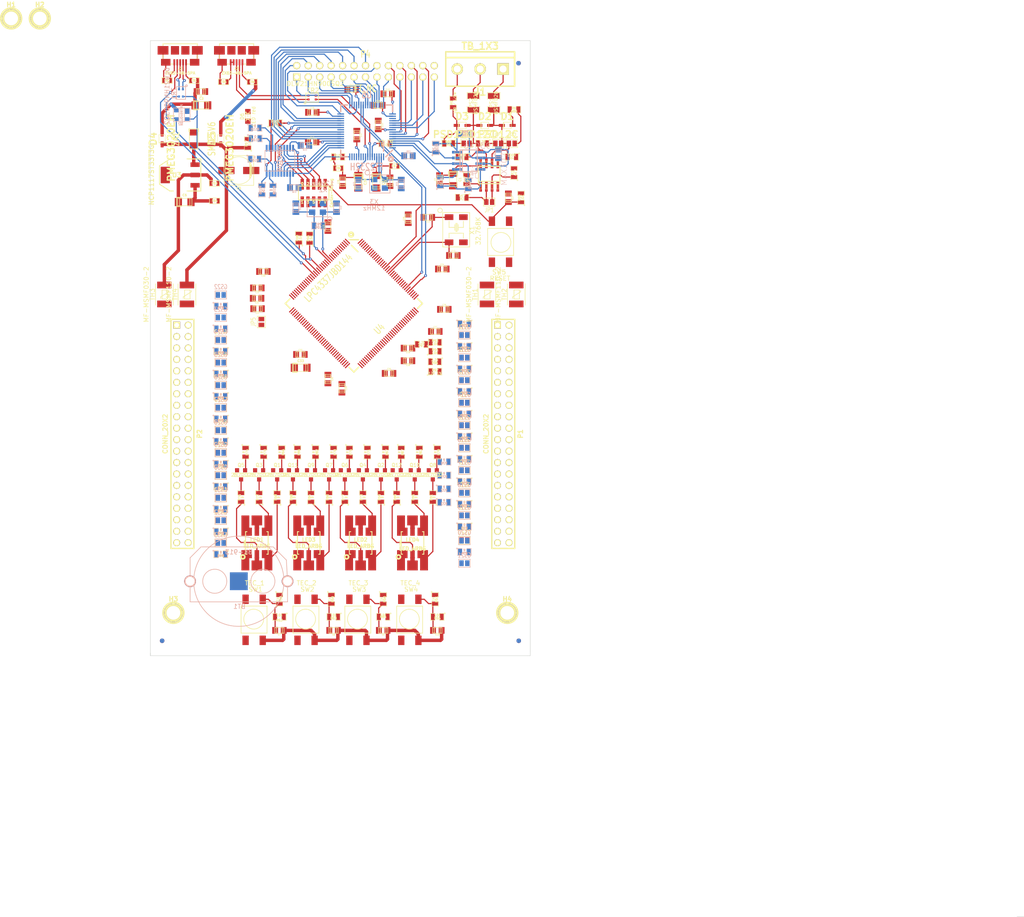
<source format=kicad_pcb>
(kicad_pcb (version 3) (host pcbnew "(2013-07-07 BZR 4022)-stable")
  (layers (15 F.Cu signal) (0 B.Cu signal) (18 B.Paste user hide) (19 F.Paste user hide) (20 B.SilkS user) (21 F.SilkS user) (22 B.Mask user hide) (23 F.Mask user hide) (28 Edge.Cuts user))
  (net 0 "")
  (net 1 +3.3V)
  (net 2 +3.3VADC)
  (net 3 +5V)
  (net 4 /CPU/ADC0_1)
  (net 5 /CPU/ADC0_2)
  (net 6 /CPU/ADC0_3)
  (net 7 /CPU/CAN_RD)
  (net 8 /CPU/CAN_TD)
  (net 9 /CPU/DAC)
  (net 10 /CPU/EECLK)
  (net 11 /CPU/EECS)
  (net 12 /CPU/EEDATA)
  (net 13 /CPU/ENET_CRS_DV)
  (net 14 /CPU/ENET_MDC)
  (net 15 /CPU/ENET_MDIO)
  (net 16 /CPU/ENET_REF_CLK)
  (net 17 /CPU/ENET_RXD0)
  (net 18 /CPU/ENET_RXD1)
  (net 19 /CPU/ENET_TXD0)
  (net 20 /CPU/ENET_TXD1)
  (net 21 /CPU/ENET_TX_EN)
  (net 22 /CPU/FT_OE)
  (net 23 /CPU/FT_RST)
  (net 24 /CPU/FT_TCK)
  (net 25 /CPU/FT_TDI)
  (net 26 /CPU/FT_TDO)
  (net 27 /CPU/FT_TMS)
  (net 28 /CPU/FT_TRST)
  (net 29 /CPU/FT_XTIN)
  (net 30 /CPU/FT_XTOUT)
  (net 31 /CPU/GPIO0)
  (net 32 /CPU/GPIO1)
  (net 33 /CPU/GPIO2)
  (net 34 /CPU/GPIO3)
  (net 35 /CPU/GPIO4)
  (net 36 /CPU/GPIO5)
  (net 37 /CPU/GPIO6)
  (net 38 /CPU/GPIO7)
  (net 39 /CPU/GPIO8)
  (net 40 /CPU/I2C_SCL)
  (net 41 /CPU/I2C_SDA)
  (net 42 /CPU/ISP)
  (net 43 /CPU/LCD1)
  (net 44 /CPU/LCD2)
  (net 45 /CPU/LCD3)
  (net 46 /CPU/LCD4)
  (net 47 /CPU/LCD_RS)
  (net 48 /CPU/LED0_B)
  (net 49 /CPU/LED0_G)
  (net 50 /CPU/LED0_R)
  (net 51 /CPU/LED1_B)
  (net 52 /CPU/LED1_G)
  (net 53 /CPU/LED1_R)
  (net 54 /CPU/LED2_B)
  (net 55 /CPU/LED2_G)
  (net 56 /CPU/LED2_R)
  (net 57 /CPU/LED3_B)
  (net 58 /CPU/LED3_G)
  (net 59 /CPU/LED3_R)
  (net 60 /CPU/PULS_0)
  (net 61 /CPU/PULS_1)
  (net 62 /CPU/PULS_2)
  (net 63 /CPU/PULS_3)
  (net 64 /CPU/RESET)
  (net 65 /CPU/RS232_RXD)
  (net 66 /CPU/RS232_TXD)
  (net 67 /CPU/RS485_DIR)
  (net 68 /CPU/RS485_RXD)
  (net 69 /CPU/RS485_TXD)
  (net 70 /CPU/RTCX1)
  (net 71 /CPU/RTCX2)
  (net 72 /CPU/SPI_MISO)
  (net 73 /CPU/SPI_MOSI)
  (net 74 /CPU/SPI_SCK)
  (net 75 /CPU/TCK)
  (net 76 /CPU/TDI)
  (net 77 /CPU/TDO)
  (net 78 /CPU/TEC_COL0)
  (net 79 /CPU/TEC_COL1)
  (net 80 /CPU/TEC_COL2)
  (net 81 /CPU/TEC_F0)
  (net 82 /CPU/TEC_F1)
  (net 83 /CPU/TEC_F2)
  (net 84 /CPU/TEC_F3)
  (net 85 /CPU/TMS)
  (net 86 /CPU/U2_RXD)
  (net 87 /CPU/U2_TXD)
  (net 88 /CPU/USB_DEBUG_VBUS)
  (net 89 /CPU/USB_DM)
  (net 90 /CPU/USB_DP)
  (net 91 /CPU/USB_ID)
  (net 92 /CPU/USB_JTAG_1.8V)
  (net 93 /CPU/USB_JTAG_DM)
  (net 94 /CPU/USB_JTAG_DP)
  (net 95 /CPU/USB_VBUS)
  (net 96 /CPU/XTAL1)
  (net 97 /CPU/XTAL2)
  (net 98 /CPU/nTRST)
  (net 99 /GPIO/LCD_EN)
  (net 100 /GPIO/WAKEUP)
  (net 101 GND)
  (net 102 GNDA)
  (net 103 N-00000100)
  (net 104 N-00000101)
  (net 105 N-00000102)
  (net 106 N-00000103)
  (net 107 N-00000104)
  (net 108 N-00000105)
  (net 109 N-00000107)
  (net 110 N-00000108)
  (net 111 N-00000109)
  (net 112 N-00000110)
  (net 113 N-00000111)
  (net 114 N-00000112)
  (net 115 N-00000113)
  (net 116 N-00000114)
  (net 117 N-00000119)
  (net 118 N-00000120)
  (net 119 N-00000121)
  (net 120 N-00000122)
  (net 121 N-00000123)
  (net 122 N-00000124)
  (net 123 N-00000125)
  (net 124 N-00000126)
  (net 125 N-00000127)
  (net 126 N-00000146)
  (net 127 N-00000156)
  (net 128 N-00000163)
  (net 129 N-00000166)
  (net 130 N-00000170)
  (net 131 N-00000195)
  (net 132 N-00000196)
  (net 133 N-00000197)
  (net 134 N-00000198)
  (net 135 N-00000199)
  (net 136 N-00000200)
  (net 137 N-00000201)
  (net 138 N-00000202)
  (net 139 N-00000203)
  (net 140 N-00000204)
  (net 141 N-00000205)
  (net 142 N-00000206)
  (net 143 N-00000208)
  (net 144 N-00000209)
  (net 145 N-00000210)
  (net 146 N-00000213)
  (net 147 N-00000214)
  (net 148 N-00000215)
  (net 149 N-00000216)
  (net 150 N-00000217)
  (net 151 N-00000218)
  (net 152 N-00000219)
  (net 153 N-00000220)
  (net 154 N-00000221)
  (net 155 N-00000222)
  (net 156 N-00000223)
  (net 157 N-00000224)
  (net 158 N-00000225)
  (net 159 N-00000226)
  (net 160 N-00000227)
  (net 161 N-00000228)
  (net 162 N-00000229)
  (net 163 N-00000230)
  (net 164 N-00000231)
  (net 165 N-00000232)
  (net 166 N-00000233)
  (net 167 N-00000234)
  (net 168 N-00000235)
  (net 169 N-00000236)
  (net 170 N-00000237)
  (net 171 N-00000238)
  (net 172 N-00000239)
  (net 173 N-00000240)
  (net 174 N-00000241)
  (net 175 N-00000242)
  (net 176 N-00000243)
  (net 177 N-00000244)
  (net 178 N-00000245)
  (net 179 N-00000246)
  (net 180 N-00000247)
  (net 181 N-00000248)
  (net 182 N-00000249)
  (net 183 N-00000250)
  (net 184 N-00000251)
  (net 185 N-00000252)
  (net 186 N-00000253)
  (net 187 N-00000254)
  (net 188 N-00000255)
  (net 189 N-00000256)
  (net 190 N-00000257)
  (net 191 N-00000258)
  (net 192 N-00000259)
  (net 193 N-00000260)
  (net 194 N-00000261)
  (net 195 N-00000262)
  (net 196 N-00000263)
  (net 197 N-00000264)
  (net 198 N-00000265)
  (net 199 N-00000266)
  (net 200 N-00000267)
  (net 201 N-00000268)
  (net 202 N-00000269)
  (net 203 N-00000270)
  (net 204 N-00000271)
  (net 205 N-00000272)
  (net 206 N-00000273)
  (net 207 N-00000274)
  (net 208 N-00000275)
  (net 209 N-00000276)
  (net 210 N-00000277)
  (net 211 N-00000278)
  (net 212 N-00000279)
  (net 213 N-00000280)
  (net 214 N-00000281)
  (net 215 N-00000282)
  (net 216 N-00000283)
  (net 217 N-00000284)
  (net 218 N-00000285)
  (net 219 N-00000286)
  (net 220 N-00000287)
  (net 221 N-00000288)
  (net 222 N-00000289)
  (net 223 N-00000290)
  (net 224 N-00000291)
  (net 225 N-00000292)
  (net 226 N-00000293)
  (net 227 N-00000294)
  (net 228 N-00000295)
  (net 229 N-00000296)
  (net 230 N-00000297)
  (net 231 N-00000298)
  (net 232 N-00000299)
  (net 233 N-00000300)
  (net 234 N-00000301)
  (net 235 N-00000302)
  (net 236 N-00000303)
  (net 237 N-00000304)
  (net 238 N-00000305)
  (net 239 N-0000082)
  (net 240 N-0000083)
  (net 241 N-0000084)
  (net 242 N-0000090)
  (net 243 N-0000091)
  (net 244 N-0000092)
  (net 245 N-0000094)
  (net 246 N-0000095)
  (net 247 N-0000096)
  (net 248 N-0000097)
  (net 249 N-0000098)
  (net 250 N-0000099)
  (module bornier3 (layer F.Cu) (at 256.5 81.5 180)
    (fp_text reference J1 (at 0 -5.08 180) (layer F.SilkS) (effects (font (size 1.524 1.524) (thickness 0.3048))))
    (fp_text value TB_1X3 (at 0 5.08 180) (layer F.SilkS) (effects (font (size 1.524 1.524) (thickness 0.3048))))
    (pad 1 thru_hole rect (at -5.08 0 180) (size 2.54 2.54) (drill 1.524) (layers *.Cu *.Mask F.SilkS) (net 136 N-00000200))
    (pad 2 thru_hole circle (at 0 0 180) (size 2.54 2.54) (drill 1.524) (layers *.Cu *.Mask F.SilkS) (net 134 N-00000198))
    (pad 3 thru_hole circle (at 5.08 0 180) (size 2.54 2.54) (drill 1.524) (layers *.Cu *.Mask F.SilkS) (net 135 N-00000199))
  )
  (module GS2 (layer B.Cu) (at 253 180.5 90)
    (fp_text reference GS19 (at 1.778 0 360) (layer B.SilkS) (effects (font (size 1.016 0.762) (thickness 0.127)) (justify mirror)))
    (fp_text value GS2 hide)
    (pad 1 smd rect (at 0 0.635 90) (size 1.27 0.9652) (layers B.Cu B.Paste B.Mask) (net 173 N-00000240))
    (pad 2 smd rect (at 0 -0.635 90) (size 1.27 0.9652) (layers B.Cu B.Paste B.Mask) (net 46 /CPU/LCD4))
  )
  (module GS2 (layer F.Cu) (at 253 180.5 90)
    (fp_text reference GS9 (at 1.778 0 180) (layer F.SilkS) (effects (font (size 1.016 0.762) (thickness 0.127))))
    (fp_text value GS2 hide)
    (pad 1 smd rect (at 0 -0.635 90) (size 1.27 0.9652) (layers F.Cu F.Paste F.Mask) (net 84 /CPU/TEC_F3))
    (pad 2 smd rect (at 0 0.635 90) (size 1.27 0.9652) (layers F.Cu F.Paste F.Mask) (net 159 N-00000226))
  )
  (module SM0805 (layer F.Cu) (at 253 183 180)
    (fp_text reference R19 (at 0 -0.3175 180) (layer F.SilkS) (effects (font (size 0.50038 0.50038) (thickness 0.10922))))
    (fp_text value R (at 0 0.381 180) (layer F.SilkS) (effects (font (size 0.50038 0.50038) (thickness 0.10922))))
    (pad 1 smd rect (at -0.9525 0 180) (size 0.889 1.397) (layers F.Cu F.Paste F.Mask) (net 166 N-00000233))
    (pad 2 smd rect (at 0.9525 0 180) (size 0.889 1.397) (layers F.Cu F.Paste F.Mask) (net 42 /CPU/ISP))
  )
  (module USB_microAB_ZX62-AB&B-5PA-11 (layer F.Cu) (at 202.5 80 180)
    (fp_text reference J3 (at 0 -1.39954 180) (layer F.SilkS) (effects (font (size 0.6096 0.6096) (thickness 0.1524))))
    (fp_text value ZX62-AB-5PA (at 0 -2.4003 180) (layer F.SilkS) (effects (font (size 0.6096 0.6096) (thickness 0.1524))))
    (pad 3 smd rect (at 0 0 180) (size 0.39878 1.34874) (layers F.Cu F.Paste F.Mask) (net 113 N-00000111))
    (pad 2 smd rect (at -0.65024 0 180) (size 0.39878 1.34874) (layers F.Cu F.Paste F.Mask) (net 114 N-00000112))
    (pad 4 smd rect (at 0.65024 0 180) (size 0.39878 1.34874) (layers F.Cu F.Paste F.Mask) (net 101 GND))
    (pad 1 smd rect (at -1.30048 0 180) (size 0.39878 1.34874) (layers F.Cu F.Paste F.Mask) (net 112 N-00000110))
    (pad 5 smd rect (at 1.30048 0 180) (size 0.39878 1.34874) (layers F.Cu F.Paste F.Mask) (net 101 GND))
    (pad 6 smd rect (at -3.2004 0 180) (size 2.10058 1.50114) (layers F.Cu F.Paste F.Mask) (net 115 N-00000113))
    (pad 6 smd rect (at 3.2004 0 180) (size 2.10058 1.50114) (layers F.Cu F.Paste F.Mask) (net 115 N-00000113))
    (pad 7 smd rect (at -3.79984 2.64922 180) (size 2.4003 1.89992) (layers F.Cu F.Paste F.Mask) (net 115 N-00000113))
    (pad 7 smd rect (at 3.79984 2.64922 180) (size 2.4003 1.89992) (layers F.Cu F.Paste F.Mask) (net 115 N-00000113))
    (pad 8 smd rect (at -1.15062 2.64922 180) (size 1.80086 1.89992) (layers F.Cu F.Paste F.Mask))
    (pad 9 smd rect (at 1.15062 2.64922 180) (size 1.80086 1.89992) (layers F.Cu F.Paste F.Mask))
  )
  (module USB_microAB_ZX62-AB&B-5PA-11 (layer F.Cu) (at 190 80 180)
    (fp_text reference J2 (at 0 -1.39954 180) (layer F.SilkS) (effects (font (size 0.6096 0.6096) (thickness 0.1524))))
    (fp_text value ZX62-AB-5PA (at 0 -2.4003 180) (layer F.SilkS) (effects (font (size 0.6096 0.6096) (thickness 0.1524))))
    (pad 3 smd rect (at 0 0 180) (size 0.39878 1.34874) (layers F.Cu F.Paste F.Mask) (net 145 N-00000210))
    (pad 2 smd rect (at -0.65024 0 180) (size 0.39878 1.34874) (layers F.Cu F.Paste F.Mask) (net 147 N-00000214))
    (pad 4 smd rect (at 0.65024 0 180) (size 0.39878 1.34874) (layers F.Cu F.Paste F.Mask) (net 91 /CPU/USB_ID))
    (pad 1 smd rect (at -1.30048 0 180) (size 0.39878 1.34874) (layers F.Cu F.Paste F.Mask) (net 146 N-00000213))
    (pad 5 smd rect (at 1.30048 0 180) (size 0.39878 1.34874) (layers F.Cu F.Paste F.Mask) (net 101 GND))
    (pad 6 smd rect (at -3.2004 0 180) (size 2.10058 1.50114) (layers F.Cu F.Paste F.Mask) (net 144 N-00000209))
    (pad 6 smd rect (at 3.2004 0 180) (size 2.10058 1.50114) (layers F.Cu F.Paste F.Mask) (net 144 N-00000209))
    (pad 7 smd rect (at -3.79984 2.64922 180) (size 2.4003 1.89992) (layers F.Cu F.Paste F.Mask) (net 144 N-00000209))
    (pad 7 smd rect (at 3.79984 2.64922 180) (size 2.4003 1.89992) (layers F.Cu F.Paste F.Mask) (net 144 N-00000209))
    (pad 8 smd rect (at -1.15062 2.64922 180) (size 1.80086 1.89992) (layers F.Cu F.Paste F.Mask))
    (pad 9 smd rect (at 1.15062 2.64922 180) (size 1.80086 1.89992) (layers F.Cu F.Paste F.Mask))
  )
  (module tssop-20 (layer B.Cu) (at 212.1 101.85 180)
    (fp_text reference U7 (at 0 -0.508 180) (layer B.SilkS) (effects (font (size 0.8001 0.8001) (thickness 0.14986)) (justify mirror)))
    (fp_text value TXB0108 (at 0 0.8001 450) (layer B.SilkS) (effects (font (size 1.00076 1.00076) (thickness 0.14986)) (justify mirror)))
    (pad 5 smd rect (at -0.32512 -2.79908 180) (size 0.4191 1.47066) (layers B.Cu B.Paste B.Mask) (net 27 /CPU/FT_TMS))
    (pad 6 smd rect (at 0.32512 -2.79908 180) (size 0.4191 1.47066) (layers B.Cu B.Paste B.Mask) (net 28 /CPU/FT_TRST))
    (pad 7 smd rect (at 0.97536 -2.79908 180) (size 0.4191 1.47066) (layers B.Cu B.Paste B.Mask) (net 23 /CPU/FT_RST))
    (pad 8 smd rect (at 1.6256 -2.79908 180) (size 0.4191 1.47066) (layers B.Cu B.Paste B.Mask) (net 246 N-0000095))
    (pad 19 smd rect (at -2.26568 2.794 180) (size 0.4191 1.47066) (layers B.Cu B.Paste B.Mask) (net 1 +3.3V))
    (pad 2 smd rect (at -2.27584 -2.79908 180) (size 0.4191 1.47066) (layers B.Cu B.Paste B.Mask) (net 1 +3.3V))
    (pad 3 smd rect (at -1.6256 -2.79908 180) (size 0.4191 1.47066) (layers B.Cu B.Paste B.Mask) (net 25 /CPU/FT_TDI))
    (pad 4 smd rect (at -0.97536 -2.79908 180) (size 0.4191 1.47066) (layers B.Cu B.Paste B.Mask) (net 26 /CPU/FT_TDO))
    (pad 12 smd rect (at 2.27584 2.79908 180) (size 0.4191 1.47066) (layers B.Cu B.Paste B.Mask) (net 245 N-0000094))
    (pad 13 smd rect (at 1.6256 2.79908 180) (size 0.4191 1.47066) (layers B.Cu B.Paste B.Mask) (net 244 N-0000092))
    (pad 14 smd rect (at 0.97536 2.79908 180) (size 0.4191 1.47066) (layers B.Cu B.Paste B.Mask))
    (pad 15 smd rect (at 0.32512 2.79908 180) (size 0.4191 1.47066) (layers B.Cu B.Paste B.Mask))
    (pad 16 smd rect (at -0.32512 2.79908 180) (size 0.4191 1.47066) (layers B.Cu B.Paste B.Mask) (net 85 /CPU/TMS))
    (pad 17 smd rect (at -0.97536 2.79908 180) (size 0.4191 1.47066) (layers B.Cu B.Paste B.Mask) (net 77 /CPU/TDO))
    (pad 9 smd rect (at 2.27584 -2.79908 180) (size 0.4191 1.47066) (layers B.Cu B.Paste B.Mask) (net 242 N-0000090))
    (pad 18 smd rect (at -1.6256 2.794 180) (size 0.4191 1.47066) (layers B.Cu B.Paste B.Mask) (net 76 /CPU/TDI))
    (pad 1 smd rect (at -2.92608 -2.79908 180) (size 0.4191 1.47066) (layers B.Cu B.Paste B.Mask) (net 24 /CPU/FT_TCK))
    (pad 10 smd rect (at 2.92608 -2.79908 180) (size 0.4191 1.47066) (layers B.Cu B.Paste B.Mask) (net 243 N-0000091))
    (pad 11 smd rect (at 2.92608 2.79908 180) (size 0.4191 1.47066) (layers B.Cu B.Paste B.Mask) (net 101 GND))
    (pad 20 smd rect (at -2.92608 2.79908 180) (size 0.4191 1.47066) (layers B.Cu B.Paste B.Mask) (net 75 /CPU/TCK))
  )
  (module SRF2012 (layer B.Cu) (at 190.6 86 270)
    (fp_text reference TR1 (at 1 2 270) (layer B.SilkS) (effects (justify mirror)))
    (fp_text value DLW21HN900SQ2 (at 1.5 3.5 270) (layer B.SilkS) (effects (justify mirror)))
    (pad 1 smd rect (at 0 0 270) (size 0.45 0.45) (layers B.Cu B.Paste B.Mask) (net 147 N-00000214))
    (pad 2 smd rect (at 1.6 0 270) (size 0.45 0.45) (layers B.Cu B.Paste B.Mask) (net 89 /CPU/USB_DM))
    (pad 3 smd rect (at 1.6 0.85 270) (size 0.45 0.45) (layers B.Cu B.Paste B.Mask) (net 90 /CPU/USB_DP))
    (pad 4 smd rect (at 0 0.85 270) (size 0.45 0.45) (layers B.Cu B.Paste B.Mask) (net 145 N-00000210))
  )
  (module SRF2012 (layer F.Cu) (at 218.45 88.25)
    (fp_text reference TR2 (at 1 -2) (layer F.SilkS))
    (fp_text value DLW21HN900SQ2 (at 1.5 -3.5) (layer F.SilkS))
    (pad 1 smd rect (at 0 0) (size 0.45 0.45) (layers F.Cu F.Paste F.Mask) (net 113 N-00000111))
    (pad 2 smd rect (at 1.6 0) (size 0.45 0.45) (layers F.Cu F.Paste F.Mask) (net 94 /CPU/USB_JTAG_DP))
    (pad 3 smd rect (at 1.6 -0.85) (size 0.45 0.45) (layers F.Cu F.Paste F.Mask) (net 93 /CPU/USB_JTAG_DM))
    (pad 4 smd rect (at 0 -0.85) (size 0.45 0.45) (layers F.Cu F.Paste F.Mask) (net 114 N-00000112))
  )
  (module SOT23GDS (layer F.Cu) (at 226.5 171.5)
    (fp_text reference Q6 (at 0 -2.159) (layer F.SilkS) (effects (font (size 0.762 0.762) (thickness 0.12954))))
    (fp_text value 2N7002 (at 0 0) (layer F.SilkS) (effects (font (size 0.762 0.762) (thickness 0.12954))))
    (pad S smd rect (at -0.889 -1.016) (size 0.9144 0.9144) (layers F.Cu F.Paste F.Mask) (net 101 GND))
    (pad G smd rect (at 0.889 -1.016) (size 0.9144 0.9144) (layers F.Cu F.Paste F.Mask) (net 230 N-00000297))
    (pad D smd rect (at 0 1.016) (size 0.9144 0.9144) (layers F.Cu F.Paste F.Mask) (net 229 N-00000296))
  )
  (module SOT23GDS (layer F.Cu) (at 211.5 171.5)
    (fp_text reference Q1 (at 0 -2.159) (layer F.SilkS) (effects (font (size 0.762 0.762) (thickness 0.12954))))
    (fp_text value 2N7002 (at 0 0) (layer F.SilkS) (effects (font (size 0.762 0.762) (thickness 0.12954))))
    (pad S smd rect (at -0.889 -1.016) (size 0.9144 0.9144) (layers F.Cu F.Paste F.Mask) (net 101 GND))
    (pad G smd rect (at 0.889 -1.016) (size 0.9144 0.9144) (layers F.Cu F.Paste F.Mask) (net 217 N-00000284))
    (pad D smd rect (at 0 1.016) (size 0.9144 0.9144) (layers F.Cu F.Paste F.Mask) (net 216 N-00000283))
  )
  (module SOT23GDS (layer F.Cu) (at 230.5 171.5)
    (fp_text reference Q4 (at 0 -2.159) (layer F.SilkS) (effects (font (size 0.762 0.762) (thickness 0.12954))))
    (fp_text value 2N7002 (at 0 0) (layer F.SilkS) (effects (font (size 0.762 0.762) (thickness 0.12954))))
    (pad S smd rect (at -0.889 -1.016) (size 0.9144 0.9144) (layers F.Cu F.Paste F.Mask) (net 101 GND))
    (pad G smd rect (at 0.889 -1.016) (size 0.9144 0.9144) (layers F.Cu F.Paste F.Mask) (net 233 N-00000300))
    (pad D smd rect (at 0 1.016) (size 0.9144 0.9144) (layers F.Cu F.Paste F.Mask) (net 234 N-00000301))
  )
  (module SOT23GDS (layer F.Cu) (at 238 171.5)
    (fp_text reference Q12 (at 0 -2.159) (layer F.SilkS) (effects (font (size 0.762 0.762) (thickness 0.12954))))
    (fp_text value 2N7002 (at 0 0) (layer F.SilkS) (effects (font (size 0.762 0.762) (thickness 0.12954))))
    (pad S smd rect (at -0.889 -1.016) (size 0.9144 0.9144) (layers F.Cu F.Paste F.Mask) (net 101 GND))
    (pad G smd rect (at 0.889 -1.016) (size 0.9144 0.9144) (layers F.Cu F.Paste F.Mask) (net 218 N-00000285))
    (pad D smd rect (at 0 1.016) (size 0.9144 0.9144) (layers F.Cu F.Paste F.Mask) (net 219 N-00000286))
  )
  (module SOT23GDS (layer F.Cu) (at 234.5 171.5)
    (fp_text reference Q2 (at 0 -2.159) (layer F.SilkS) (effects (font (size 0.762 0.762) (thickness 0.12954))))
    (fp_text value 2N7002 (at 0 0) (layer F.SilkS) (effects (font (size 0.762 0.762) (thickness 0.12954))))
    (pad S smd rect (at -0.889 -1.016) (size 0.9144 0.9144) (layers F.Cu F.Paste F.Mask) (net 101 GND))
    (pad G smd rect (at 0.889 -1.016) (size 0.9144 0.9144) (layers F.Cu F.Paste F.Mask) (net 204 N-00000271))
    (pad D smd rect (at 0 1.016) (size 0.9144 0.9144) (layers F.Cu F.Paste F.Mask) (net 205 N-00000272))
  )
  (module SOT23GDS (layer F.Cu) (at 203.5 171.5)
    (fp_text reference Q5 (at 0 -2.159) (layer F.SilkS) (effects (font (size 0.762 0.762) (thickness 0.12954))))
    (fp_text value 2N7002 (at 0 0) (layer F.SilkS) (effects (font (size 0.762 0.762) (thickness 0.12954))))
    (pad S smd rect (at -0.889 -1.016) (size 0.9144 0.9144) (layers F.Cu F.Paste F.Mask) (net 101 GND))
    (pad G smd rect (at 0.889 -1.016) (size 0.9144 0.9144) (layers F.Cu F.Paste F.Mask) (net 203 N-00000270))
    (pad D smd rect (at 0 1.016) (size 0.9144 0.9144) (layers F.Cu F.Paste F.Mask) (net 211 N-00000278))
  )
  (module SOT23GDS (layer F.Cu) (at 242 171.5)
    (fp_text reference Q10 (at 0 -2.159) (layer F.SilkS) (effects (font (size 0.762 0.762) (thickness 0.12954))))
    (fp_text value 2N7002 (at 0 0) (layer F.SilkS) (effects (font (size 0.762 0.762) (thickness 0.12954))))
    (pad S smd rect (at -0.889 -1.016) (size 0.9144 0.9144) (layers F.Cu F.Paste F.Mask) (net 101 GND))
    (pad G smd rect (at 0.889 -1.016) (size 0.9144 0.9144) (layers F.Cu F.Paste F.Mask) (net 226 N-00000293))
    (pad D smd rect (at 0 1.016) (size 0.9144 0.9144) (layers F.Cu F.Paste F.Mask) (net 228 N-00000295))
  )
  (module SOT23GDS (layer F.Cu) (at 246 171.5)
    (fp_text reference Q8 (at 0 -2.159) (layer F.SilkS) (effects (font (size 0.762 0.762) (thickness 0.12954))))
    (fp_text value 2N7002 (at 0 0) (layer F.SilkS) (effects (font (size 0.762 0.762) (thickness 0.12954))))
    (pad S smd rect (at -0.889 -1.016) (size 0.9144 0.9144) (layers F.Cu F.Paste F.Mask) (net 101 GND))
    (pad G smd rect (at 0.889 -1.016) (size 0.9144 0.9144) (layers F.Cu F.Paste F.Mask) (net 225 N-00000292))
    (pad D smd rect (at 0 1.016) (size 0.9144 0.9144) (layers F.Cu F.Paste F.Mask) (net 224 N-00000291))
  )
  (module SOT23GDS (layer F.Cu) (at 215 171.5)
    (fp_text reference Q11 (at 0 -2.159) (layer F.SilkS) (effects (font (size 0.762 0.762) (thickness 0.12954))))
    (fp_text value 2N7002 (at 0 0) (layer F.SilkS) (effects (font (size 0.762 0.762) (thickness 0.12954))))
    (pad S smd rect (at -0.889 -1.016) (size 0.9144 0.9144) (layers F.Cu F.Paste F.Mask) (net 101 GND))
    (pad G smd rect (at 0.889 -1.016) (size 0.9144 0.9144) (layers F.Cu F.Paste F.Mask) (net 210 N-00000277))
    (pad D smd rect (at 0 1.016) (size 0.9144 0.9144) (layers F.Cu F.Paste F.Mask) (net 209 N-00000276))
  )
  (module SOT23GDS (layer F.Cu) (at 207.5 171.5)
    (fp_text reference Q3 (at 0 -2.159) (layer F.SilkS) (effects (font (size 0.762 0.762) (thickness 0.12954))))
    (fp_text value 2N7002 (at 0 0) (layer F.SilkS) (effects (font (size 0.762 0.762) (thickness 0.12954))))
    (pad S smd rect (at -0.889 -1.016) (size 0.9144 0.9144) (layers F.Cu F.Paste F.Mask) (net 101 GND))
    (pad G smd rect (at 0.889 -1.016) (size 0.9144 0.9144) (layers F.Cu F.Paste F.Mask) (net 221 N-00000288))
    (pad D smd rect (at 0 1.016) (size 0.9144 0.9144) (layers F.Cu F.Paste F.Mask) (net 222 N-00000289))
  )
  (module SOT23GDS (layer F.Cu) (at 219 171.5)
    (fp_text reference Q9 (at 0 -2.159) (layer F.SilkS) (effects (font (size 0.762 0.762) (thickness 0.12954))))
    (fp_text value 2N7002 (at 0 0) (layer F.SilkS) (effects (font (size 0.762 0.762) (thickness 0.12954))))
    (pad S smd rect (at -0.889 -1.016) (size 0.9144 0.9144) (layers F.Cu F.Paste F.Mask) (net 101 GND))
    (pad G smd rect (at 0.889 -1.016) (size 0.9144 0.9144) (layers F.Cu F.Paste F.Mask) (net 207 N-00000274))
    (pad D smd rect (at 0 1.016) (size 0.9144 0.9144) (layers F.Cu F.Paste F.Mask) (net 206 N-00000273))
  )
  (module SOT23GDS (layer F.Cu) (at 223 171.5)
    (fp_text reference Q7 (at 0 -2.159) (layer F.SilkS) (effects (font (size 0.762 0.762) (thickness 0.12954))))
    (fp_text value 2N7002 (at 0 0) (layer F.SilkS) (effects (font (size 0.762 0.762) (thickness 0.12954))))
    (pad S smd rect (at -0.889 -1.016) (size 0.9144 0.9144) (layers F.Cu F.Paste F.Mask) (net 101 GND))
    (pad G smd rect (at 0.889 -1.016) (size 0.9144 0.9144) (layers F.Cu F.Paste F.Mask) (net 199 N-00000266))
    (pad D smd rect (at 0 1.016) (size 0.9144 0.9144) (layers F.Cu F.Paste F.Mask) (net 201 N-00000268))
  )
  (module SOT223 (layer F.Cu) (at 190 105 90)
    (fp_text reference U3 (at 0 -0.762 180) (layer F.SilkS) (effects (font (size 1.016 1.016) (thickness 0.2032))))
    (fp_text value NCP1117ST33T3G (at 0 -6.35 90) (layer F.SilkS) (effects (font (size 1.016 1.016) (thickness 0.2032))))
    (pad 4 smd rect (at 0 -3.302 90) (size 3.6576 2.032) (layers F.Cu F.Paste F.Mask))
    (pad 2 smd rect (at 0 3.302 90) (size 1.016 2.032) (layers F.Cu F.Paste F.Mask) (net 1 +3.3V))
    (pad 3 smd rect (at 2.286 3.302 90) (size 1.016 2.032) (layers F.Cu F.Paste F.Mask) (net 3 +5V))
    (pad 1 smd rect (at -2.286 3.302 90) (size 1.016 2.032) (layers F.Cu F.Paste F.Mask) (net 101 GND))
  )
  (module sot143B (layer B.Cu) (at 190.35 91.65 270)
    (fp_text reference U2 (at 2.04978 0.29972 540) (layer B.SilkS) (effects (font (size 0.50038 0.50038) (thickness 0.09906)) (justify mirror)))
    (fp_text value PRTR5V0U2X (at 0 0 270) (layer B.SilkS) (effects (font (size 0.50038 0.50038) (thickness 0.09906)) (justify mirror)))
    (pad 1 smd rect (at -0.8001 -1.19888 270) (size 1.19888 1.00076) (layers B.Cu B.Paste B.Mask) (net 101 GND))
    (pad 3 smd rect (at 0.94996 1.19888 270) (size 0.8001 1.00076) (layers B.Cu B.Paste B.Mask) (net 90 /CPU/USB_DP))
    (pad 2 smd rect (at 0.94996 -1.19888 270) (size 0.8001 1.00076) (layers B.Cu B.Paste B.Mask) (net 89 /CPU/USB_DM))
    (pad 4 smd rect (at -0.94996 1.19888 270) (size 0.8001 1.00076) (layers B.Cu B.Paste B.Mask) (net 95 /CPU/USB_VBUS))
  )
  (module SOD323 (layer F.Cu) (at 199 97 90)
    (fp_text reference D5 (at 0 -1.99898 90) (layer F.SilkS) (effects (font (size 1.524 1.524) (thickness 0.3048))))
    (fp_text value PMEG3020EH (at -1.99898 1.99898 90) (layer F.SilkS) (effects (font (size 1.524 1.524) (thickness 0.3048))))
    (pad 1 smd rect (at 1.19888 0 90) (size 1.34874 0.65024) (layers F.Cu F.Paste F.Mask) (net 88 /CPU/USB_DEBUG_VBUS))
    (pad 2 smd rect (at -1.19888 0 90) (size 1.34874 0.65024) (layers F.Cu F.Paste F.Mask) (net 3 +5V))
  )
  (module SOD323 (layer F.Cu) (at 186 97 90)
    (fp_text reference D4 (at 0 -1.99898 90) (layer F.SilkS) (effects (font (size 1.524 1.524) (thickness 0.3048))))
    (fp_text value PMEG3020EH (at -1.99898 1.99898 90) (layer F.SilkS) (effects (font (size 1.524 1.524) (thickness 0.3048))))
    (pad 1 smd rect (at 1.19888 0 90) (size 1.34874 0.65024) (layers F.Cu F.Paste F.Mask) (net 95 /CPU/USB_VBUS))
    (pad 2 smd rect (at -1.19888 0 90) (size 1.34874 0.65024) (layers F.Cu F.Paste F.Mask) (net 3 +5V))
  )
  (module SOD323 (layer F.Cu) (at 257.5 94)
    (fp_text reference D2 (at 0 -1.99898) (layer F.SilkS) (effects (font (size 1.524 1.524) (thickness 0.3048))))
    (fp_text value PSD12C (at -1.99898 1.99898) (layer F.SilkS) (effects (font (size 1.524 1.524) (thickness 0.3048))))
    (pad 1 smd rect (at 1.19888 0) (size 1.34874 0.65024) (layers F.Cu F.Paste F.Mask) (net 137 N-00000201))
    (pad 2 smd rect (at -1.19888 0) (size 1.34874 0.65024) (layers F.Cu F.Paste F.Mask) (net 142 N-00000206))
  )
  (module SOD323 (layer F.Cu) (at 252.5 94)
    (fp_text reference D3 (at 0 -1.99898) (layer F.SilkS) (effects (font (size 1.524 1.524) (thickness 0.3048))))
    (fp_text value PSD12C (at -1.99898 1.99898) (layer F.SilkS) (effects (font (size 1.524 1.524) (thickness 0.3048))))
    (pad 1 smd rect (at 1.19888 0) (size 1.34874 0.65024) (layers F.Cu F.Paste F.Mask) (net 142 N-00000206))
    (pad 2 smd rect (at -1.19888 0) (size 1.34874 0.65024) (layers F.Cu F.Paste F.Mask) (net 101 GND))
  )
  (module SOD323 (layer F.Cu) (at 262.5 94)
    (fp_text reference D1 (at 0 -1.99898) (layer F.SilkS) (effects (font (size 1.524 1.524) (thickness 0.3048))))
    (fp_text value PSD12C (at -1.99898 1.99898) (layer F.SilkS) (effects (font (size 1.524 1.524) (thickness 0.3048))))
    (pad 1 smd rect (at 1.19888 0) (size 1.34874 0.65024) (layers F.Cu F.Paste F.Mask) (net 3 +5V))
    (pad 2 smd rect (at -1.19888 0) (size 1.34874 0.65024) (layers F.Cu F.Paste F.Mask) (net 137 N-00000201))
  )
  (module SOD123F (layer F.Cu) (at 193 97 90)
    (fp_text reference ZA1 (at 0 -3.99542 90) (layer F.SilkS) (effects (font (size 1.524 1.143) (thickness 0.2032))))
    (fp_text value SMAZ5V6 (at 0 4.0005 90) (layer F.SilkS) (effects (font (size 1.524 1.143) (thickness 0.2032))))
    (pad 1 smd rect (at -1.42494 0 180) (size 1.80086 1.34112) (layers F.Cu F.Paste F.Mask) (net 3 +5V))
    (pad 2 smd rect (at 1.43002 0 180) (size 1.80086 1.34112) (layers F.Cu F.Paste F.Mask) (net 101 GND))
  )
  (module SM1210 (layer F.Cu) (at 255 89 90)
    (fp_text reference PS2 (at 0 -0.508 90) (layer F.SilkS) (effects (font (size 0.762 0.762) (thickness 0.127))))
    (fp_text value USMF020 (at 0 0.508 90) (layer F.SilkS) (effects (font (size 0.762 0.762) (thickness 0.127))))
    (pad 1 smd rect (at -1.524 0 90) (size 1.27 2.54) (layers F.Cu F.Paste F.Mask) (net 142 N-00000206))
    (pad 2 smd rect (at 1.524 0 90) (size 1.27 2.54) (layers F.Cu F.Paste F.Mask) (net 134 N-00000198))
  )
  (module SM1210 (layer F.Cu) (at 259.5 89 90)
    (fp_text reference PS1 (at 0 -0.508 90) (layer F.SilkS) (effects (font (size 0.762 0.762) (thickness 0.127))))
    (fp_text value USMF020 (at 0 0.508 90) (layer F.SilkS) (effects (font (size 0.762 0.762) (thickness 0.127))))
    (pad 1 smd rect (at -1.524 0 90) (size 1.27 2.54) (layers F.Cu F.Paste F.Mask) (net 137 N-00000201))
    (pad 2 smd rect (at 1.524 0 90) (size 1.27 2.54) (layers F.Cu F.Paste F.Mask) (net 136 N-00000200))
  )
  (module SM0805 (layer B.Cu) (at 206.5 101.45)
    (fp_text reference R107 (at 0 0.3175) (layer B.SilkS) (effects (font (size 0.50038 0.50038) (thickness 0.10922)) (justify mirror)))
    (fp_text value 0 (at 0 -0.381) (layer B.SilkS) (effects (font (size 0.50038 0.50038) (thickness 0.10922)) (justify mirror)))
    (pad 1 smd rect (at -0.9525 0) (size 0.889 1.397) (layers B.Cu B.Paste B.Mask) (net 101 GND))
    (pad 2 smd rect (at 0.9525 0) (size 0.889 1.397) (layers B.Cu B.Paste B.Mask) (net 246 N-0000095))
  )
  (module SM0805 (layer B.Cu) (at 206.65 96.9)
    (fp_text reference R109 (at 0 0.3175) (layer B.SilkS) (effects (font (size 0.50038 0.50038) (thickness 0.10922)) (justify mirror)))
    (fp_text value 0 (at 0 -0.381) (layer B.SilkS) (effects (font (size 0.50038 0.50038) (thickness 0.10922)) (justify mirror)))
    (pad 1 smd rect (at -0.9525 0) (size 0.889 1.397) (layers B.Cu B.Paste B.Mask) (net 101 GND))
    (pad 2 smd rect (at 0.9525 0) (size 0.889 1.397) (layers B.Cu B.Paste B.Mask) (net 245 N-0000094))
  )
  (module SM0805 (layer F.Cu) (at 247 203 180)
    (fp_text reference R65 (at 0 -0.3175 180) (layer F.SilkS) (effects (font (size 0.50038 0.50038) (thickness 0.10922))))
    (fp_text value 10k (at 0 0.381 180) (layer F.SilkS) (effects (font (size 0.50038 0.50038) (thickness 0.10922))))
    (pad 1 smd rect (at -0.9525 0 180) (size 0.889 1.397) (layers F.Cu F.Paste F.Mask) (net 1 +3.3V))
    (pad 2 smd rect (at 0.9525 0 180) (size 0.889 1.397) (layers F.Cu F.Paste F.Mask) (net 202 N-00000269))
  )
  (module SM0805 (layer F.Cu) (at 246.5 199.1 270)
    (fp_text reference R61 (at 0 -0.3175 270) (layer F.SilkS) (effects (font (size 0.50038 0.50038) (thickness 0.10922))))
    (fp_text value 1k (at 0 0.381 270) (layer F.SilkS) (effects (font (size 0.50038 0.50038) (thickness 0.10922))))
    (pad 1 smd rect (at -0.9525 0 270) (size 0.889 1.397) (layers F.Cu F.Paste F.Mask) (net 63 /CPU/PULS_3))
    (pad 2 smd rect (at 0.9525 0 270) (size 0.889 1.397) (layers F.Cu F.Paste F.Mask) (net 202 N-00000269))
  )
  (module SM0805 (layer F.Cu) (at 235 203 180)
    (fp_text reference R64 (at 0 0 180) (layer F.SilkS) (effects (font (size 0.50038 0.50038) (thickness 0.10922))))
    (fp_text value 10k (at 0 0.381 180) (layer F.SilkS) (effects (font (size 0.50038 0.50038) (thickness 0.10922))))
    (pad 1 smd rect (at -0.9525 0 180) (size 0.889 1.397) (layers F.Cu F.Paste F.Mask) (net 1 +3.3V))
    (pad 2 smd rect (at 0.9525 0 180) (size 0.889 1.397) (layers F.Cu F.Paste F.Mask) (net 213 N-00000280))
  )
  (module SM0805 (layer F.Cu) (at 235 199.1 270)
    (fp_text reference R60 (at 0 -0.3175 270) (layer F.SilkS) (effects (font (size 0.50038 0.50038) (thickness 0.10922))))
    (fp_text value 1k (at 0 0.381 270) (layer F.SilkS) (effects (font (size 0.50038 0.50038) (thickness 0.10922))))
    (pad 1 smd rect (at -0.9525 0 270) (size 0.889 1.397) (layers F.Cu F.Paste F.Mask) (net 62 /CPU/PULS_2))
    (pad 2 smd rect (at 0.9525 0 270) (size 0.889 1.397) (layers F.Cu F.Paste F.Mask) (net 213 N-00000280))
  )
  (module SM0805 (layer B.Cu) (at 206.6 94.55)
    (fp_text reference R110 (at 0 0.3175) (layer B.SilkS) (effects (font (size 0.50038 0.50038) (thickness 0.10922)) (justify mirror)))
    (fp_text value 0 (at 0 -0.381) (layer B.SilkS) (effects (font (size 0.50038 0.50038) (thickness 0.10922)) (justify mirror)))
    (pad 1 smd rect (at -0.9525 0) (size 0.889 1.397) (layers B.Cu B.Paste B.Mask) (net 101 GND))
    (pad 2 smd rect (at 0.9525 0) (size 0.889 1.397) (layers B.Cu B.Paste B.Mask) (net 244 N-0000092))
  )
  (module SM0805 (layer F.Cu) (at 212 199.1 270)
    (fp_text reference R58 (at 0 -0.3175 270) (layer F.SilkS) (effects (font (size 0.50038 0.50038) (thickness 0.10922))))
    (fp_text value 1k (at 0 0.381 270) (layer F.SilkS) (effects (font (size 0.50038 0.50038) (thickness 0.10922))))
    (pad 1 smd rect (at -0.9525 0 270) (size 0.889 1.397) (layers F.Cu F.Paste F.Mask) (net 60 /CPU/PULS_0))
    (pad 2 smd rect (at 0.9525 0 270) (size 0.889 1.397) (layers F.Cu F.Paste F.Mask) (net 212 N-00000279))
  )
  (module SM0805 (layer F.Cu) (at 224 203 180)
    (fp_text reference R63 (at 0 -0.3175 180) (layer F.SilkS) (effects (font (size 0.50038 0.50038) (thickness 0.10922))))
    (fp_text value 10k (at 0 0.381 180) (layer F.SilkS) (effects (font (size 0.50038 0.50038) (thickness 0.10922))))
    (pad 1 smd rect (at -0.9525 0 180) (size 0.889 1.397) (layers F.Cu F.Paste F.Mask) (net 1 +3.3V))
    (pad 2 smd rect (at 0.9525 0 180) (size 0.889 1.397) (layers F.Cu F.Paste F.Mask) (net 214 N-00000281))
  )
  (module SM0805 (layer F.Cu) (at 212 203 180)
    (fp_text reference R62 (at 0 -0.762 180) (layer F.SilkS) (effects (font (size 0.50038 0.50038) (thickness 0.10922))))
    (fp_text value 10k (at 0 0.381 180) (layer F.SilkS) (effects (font (size 0.50038 0.50038) (thickness 0.10922))))
    (pad 1 smd rect (at -0.9525 0 180) (size 0.889 1.397) (layers F.Cu F.Paste F.Mask) (net 1 +3.3V))
    (pad 2 smd rect (at 0.9525 0 180) (size 0.889 1.397) (layers F.Cu F.Paste F.Mask) (net 212 N-00000279))
  )
  (module SM0805 (layer F.Cu) (at 223.5 199.1 270)
    (fp_text reference R59 (at 0 -0.3175 270) (layer F.SilkS) (effects (font (size 0.50038 0.50038) (thickness 0.10922))))
    (fp_text value 1k (at 0 0.381 270) (layer F.SilkS) (effects (font (size 0.50038 0.50038) (thickness 0.10922))))
    (pad 1 smd rect (at -0.9525 0 270) (size 0.889 1.397) (layers F.Cu F.Paste F.Mask) (net 61 /CPU/PULS_1))
    (pad 2 smd rect (at 0.9525 0 270) (size 0.889 1.397) (layers F.Cu F.Paste F.Mask) (net 214 N-00000281))
  )
  (module SM0805 (layer F.Cu) (at 205 98 90)
    (fp_text reference R57 (at 0 -0.3175 90) (layer F.SilkS) (effects (font (size 0.50038 0.50038) (thickness 0.10922))))
    (fp_text value 1k (at 0 0.381 90) (layer F.SilkS) (effects (font (size 0.50038 0.50038) (thickness 0.10922))))
    (pad 1 smd rect (at -0.9525 0 90) (size 0.889 1.397) (layers F.Cu F.Paste F.Mask) (net 3 +5V))
    (pad 2 smd rect (at 0.9525 0 90) (size 0.889 1.397) (layers F.Cu F.Paste F.Mask) (net 143 N-00000208))
  )
  (module SM0805 (layer B.Cu) (at 253 158)
    (fp_text reference R28 (at 0 0.3175) (layer B.SilkS) (effects (font (size 0.50038 0.50038) (thickness 0.10922)) (justify mirror)))
    (fp_text value R (at 0 -0.381) (layer B.SilkS) (effects (font (size 0.50038 0.50038) (thickness 0.10922)) (justify mirror)))
    (pad 1 smd rect (at -0.9525 0) (size 0.889 1.397) (layers B.Cu B.Paste B.Mask) (net 35 /CPU/GPIO4))
    (pad 2 smd rect (at 0.9525 0) (size 0.889 1.397) (layers B.Cu B.Paste B.Mask) (net 153 N-00000220))
  )
  (module SM0805 (layer B.Cu) (at 199 149.1)
    (fp_text reference R38 (at 0 0.3175) (layer B.SilkS) (effects (font (size 0.50038 0.50038) (thickness 0.10922)) (justify mirror)))
    (fp_text value R (at 0 -0.381) (layer B.SilkS) (effects (font (size 0.50038 0.50038) (thickness 0.10922)) (justify mirror)))
    (pad 1 smd rect (at -0.9525 0) (size 0.889 1.397) (layers B.Cu B.Paste B.Mask) (net 152 N-00000219))
    (pad 2 smd rect (at 0.9525 0) (size 0.889 1.397) (layers B.Cu B.Paste B.Mask) (net 13 /CPU/ENET_CRS_DV))
  )
  (module SM0805 (layer B.Cu) (at 199 174.1)
    (fp_text reference R43 (at 0 0.3175) (layer B.SilkS) (effects (font (size 0.50038 0.50038) (thickness 0.10922)) (justify mirror)))
    (fp_text value R (at 0 -0.381) (layer B.SilkS) (effects (font (size 0.50038 0.50038) (thickness 0.10922)) (justify mirror)))
    (pad 1 smd rect (at -0.9525 0) (size 0.889 1.397) (layers B.Cu B.Paste B.Mask) (net 187 N-00000254))
    (pad 2 smd rect (at 0.9525 0) (size 0.889 1.397) (layers B.Cu B.Paste B.Mask) (net 14 /CPU/ENET_MDC))
  )
  (module SM0805 (layer B.Cu) (at 199 169.1)
    (fp_text reference R42 (at 0 0.3175) (layer B.SilkS) (effects (font (size 0.50038 0.50038) (thickness 0.10922)) (justify mirror)))
    (fp_text value R (at 0 -0.381) (layer B.SilkS) (effects (font (size 0.50038 0.50038) (thickness 0.10922)) (justify mirror)))
    (pad 1 smd rect (at -0.9525 0) (size 0.889 1.397) (layers B.Cu B.Paste B.Mask) (net 167 N-00000234))
    (pad 2 smd rect (at 0.9525 0) (size 0.889 1.397) (layers B.Cu B.Paste B.Mask) (net 20 /CPU/ENET_TXD1))
  )
  (module SM0805 (layer B.Cu) (at 199 164.1)
    (fp_text reference R41 (at 0 0.3175) (layer B.SilkS) (effects (font (size 0.50038 0.50038) (thickness 0.10922)) (justify mirror)))
    (fp_text value R (at 0 -0.381) (layer B.SilkS) (effects (font (size 0.50038 0.50038) (thickness 0.10922)) (justify mirror)))
    (pad 1 smd rect (at -0.9525 0) (size 0.889 1.397) (layers B.Cu B.Paste B.Mask) (net 170 N-00000237))
    (pad 2 smd rect (at 0.9525 0) (size 0.889 1.397) (layers B.Cu B.Paste B.Mask) (net 16 /CPU/ENET_REF_CLK))
  )
  (module SM0805 (layer B.Cu) (at 199 159.1)
    (fp_text reference R40 (at 0 0.3175) (layer B.SilkS) (effects (font (size 0.50038 0.50038) (thickness 0.10922)) (justify mirror)))
    (fp_text value R (at 0 -0.381) (layer B.SilkS) (effects (font (size 0.50038 0.50038) (thickness 0.10922)) (justify mirror)))
    (pad 1 smd rect (at -0.9525 0) (size 0.889 1.397) (layers B.Cu B.Paste B.Mask) (net 157 N-00000224))
    (pad 2 smd rect (at 0.9525 0) (size 0.889 1.397) (layers B.Cu B.Paste B.Mask) (net 19 /CPU/ENET_TXD0))
  )
  (module SM0805 (layer B.Cu) (at 199 154.1)
    (fp_text reference R39 (at 0 0.3175) (layer B.SilkS) (effects (font (size 0.50038 0.50038) (thickness 0.10922)) (justify mirror)))
    (fp_text value R (at 0 -0.381) (layer B.SilkS) (effects (font (size 0.50038 0.50038) (thickness 0.10922)) (justify mirror)))
    (pad 1 smd rect (at -0.9525 0) (size 0.889 1.397) (layers B.Cu B.Paste B.Mask) (net 151 N-00000218))
    (pad 2 smd rect (at 0.9525 0) (size 0.889 1.397) (layers B.Cu B.Paste B.Mask) (net 15 /CPU/ENET_MDIO))
  )
  (module SM0805 (layer B.Cu) (at 199 144.1)
    (fp_text reference R37 (at 0 0.3175) (layer B.SilkS) (effects (font (size 0.50038 0.50038) (thickness 0.10922)) (justify mirror)))
    (fp_text value R (at 0 -0.381) (layer B.SilkS) (effects (font (size 0.50038 0.50038) (thickness 0.10922)) (justify mirror)))
    (pad 1 smd rect (at -0.9525 0) (size 0.889 1.397) (layers B.Cu B.Paste B.Mask) (net 176 N-00000243))
    (pad 2 smd rect (at 0.9525 0) (size 0.889 1.397) (layers B.Cu B.Paste B.Mask) (net 17 /CPU/ENET_RXD0))
  )
  (module SM0805 (layer B.Cu) (at 199 139.1)
    (fp_text reference R36 (at 0 0.3175) (layer B.SilkS) (effects (font (size 0.50038 0.50038) (thickness 0.10922)) (justify mirror)))
    (fp_text value R (at 0 -0.381) (layer B.SilkS) (effects (font (size 0.50038 0.50038) (thickness 0.10922)) (justify mirror)))
    (pad 1 smd rect (at -0.9525 0) (size 0.889 1.397) (layers B.Cu B.Paste B.Mask) (net 177 N-00000244))
    (pad 2 smd rect (at 0.9525 0) (size 0.889 1.397) (layers B.Cu B.Paste B.Mask) (net 21 /CPU/ENET_TX_EN))
  )
  (module SM0805 (layer B.Cu) (at 199 134.1)
    (fp_text reference R35 (at 0 0.3175) (layer B.SilkS) (effects (font (size 0.50038 0.50038) (thickness 0.10922)) (justify mirror)))
    (fp_text value R (at 0 -0.381) (layer B.SilkS) (effects (font (size 0.50038 0.50038) (thickness 0.10922)) (justify mirror)))
    (pad 1 smd rect (at -0.9525 0) (size 0.889 1.397) (layers B.Cu B.Paste B.Mask) (net 161 N-00000228))
    (pad 2 smd rect (at 0.9525 0) (size 0.889 1.397) (layers B.Cu B.Paste B.Mask) (net 18 /CPU/ENET_RXD1))
  )
  (module SM0805 (layer B.Cu) (at 199 179.1)
    (fp_text reference R44 (at 0 0.3175) (layer B.SilkS) (effects (font (size 0.50038 0.50038) (thickness 0.10922)) (justify mirror)))
    (fp_text value R (at 0 -0.381) (layer B.SilkS) (effects (font (size 0.50038 0.50038) (thickness 0.10922)) (justify mirror)))
    (pad 1 smd rect (at -0.9525 0) (size 0.889 1.397) (layers B.Cu B.Paste B.Mask) (net 158 N-00000225))
    (pad 2 smd rect (at 0.9525 0) (size 0.889 1.397) (layers B.Cu B.Paste B.Mask) (net 72 /CPU/SPI_MISO))
  )
  (module SM0805 (layer B.Cu) (at 253 153)
    (fp_text reference R27 (at 0 0.3175) (layer B.SilkS) (effects (font (size 0.50038 0.50038) (thickness 0.10922)) (justify mirror)))
    (fp_text value R (at 0 -0.381) (layer B.SilkS) (effects (font (size 0.50038 0.50038) (thickness 0.10922)) (justify mirror)))
    (pad 1 smd rect (at -0.9525 0) (size 0.889 1.397) (layers B.Cu B.Paste B.Mask) (net 34 /CPU/GPIO3))
    (pad 2 smd rect (at 0.9525 0) (size 0.889 1.397) (layers B.Cu B.Paste B.Mask) (net 179 N-00000246))
  )
  (module SM0805 (layer B.Cu) (at 253 148)
    (fp_text reference R26 (at 0 0.3175) (layer B.SilkS) (effects (font (size 0.50038 0.50038) (thickness 0.10922)) (justify mirror)))
    (fp_text value R (at 0 -0.381) (layer B.SilkS) (effects (font (size 0.50038 0.50038) (thickness 0.10922)) (justify mirror)))
    (pad 1 smd rect (at -0.9525 0) (size 0.889 1.397) (layers B.Cu B.Paste B.Mask) (net 33 /CPU/GPIO2))
    (pad 2 smd rect (at 0.9525 0) (size 0.889 1.397) (layers B.Cu B.Paste B.Mask) (net 193 N-00000260))
  )
  (module SM0805 (layer B.Cu) (at 253 143)
    (fp_text reference R25 (at 0 0.3175) (layer B.SilkS) (effects (font (size 0.50038 0.50038) (thickness 0.10922)) (justify mirror)))
    (fp_text value R (at 0 -0.381) (layer B.SilkS) (effects (font (size 0.50038 0.50038) (thickness 0.10922)) (justify mirror)))
    (pad 1 smd rect (at -0.9525 0) (size 0.889 1.397) (layers B.Cu B.Paste B.Mask) (net 32 /CPU/GPIO1))
    (pad 2 smd rect (at 0.9525 0) (size 0.889 1.397) (layers B.Cu B.Paste B.Mask) (net 180 N-00000247))
  )
  (module SM0805 (layer B.Cu) (at 253 138)
    (fp_text reference R24 (at 0 0.3175) (layer B.SilkS) (effects (font (size 0.50038 0.50038) (thickness 0.10922)) (justify mirror)))
    (fp_text value R (at 0 -0.381 270) (layer B.SilkS) (effects (font (size 0.50038 0.50038) (thickness 0.10922)) (justify mirror)))
    (pad 1 smd rect (at -0.9525 0) (size 0.889 1.397) (layers B.Cu B.Paste B.Mask) (net 31 /CPU/GPIO0))
    (pad 2 smd rect (at 0.9525 0) (size 0.889 1.397) (layers B.Cu B.Paste B.Mask) (net 182 N-00000249))
  )
  (module SM0805 (layer F.Cu) (at 199 159.1 180)
    (fp_text reference R50 (at 0 -0.3175 180) (layer F.SilkS) (effects (font (size 0.50038 0.50038) (thickness 0.10922))))
    (fp_text value R (at 0 0.381 180) (layer F.SilkS) (effects (font (size 0.50038 0.50038) (thickness 0.10922))))
    (pad 1 smd rect (at -0.9525 0 180) (size 0.889 1.397) (layers F.Cu F.Paste F.Mask) (net 36 /CPU/GPIO5))
    (pad 2 smd rect (at 0.9525 0 180) (size 0.889 1.397) (layers F.Cu F.Paste F.Mask) (net 175 N-00000242))
  )
  (module SM0805 (layer F.Cu) (at 199 154.1 180)
    (fp_text reference R49 (at 0 -0.3175 180) (layer F.SilkS) (effects (font (size 0.50038 0.50038) (thickness 0.10922))))
    (fp_text value R (at 0 0.381 180) (layer F.SilkS) (effects (font (size 0.50038 0.50038) (thickness 0.10922))))
    (pad 1 smd rect (at -0.9525 0 180) (size 0.889 1.397) (layers F.Cu F.Paste F.Mask) (net 100 /GPIO/WAKEUP))
    (pad 2 smd rect (at 0.9525 0 180) (size 0.889 1.397) (layers F.Cu F.Paste F.Mask) (net 198 N-00000265))
  )
  (module SM0805 (layer F.Cu) (at 199 149.1 180)
    (fp_text reference R48 (at 0 -0.3175 180) (layer F.SilkS) (effects (font (size 0.50038 0.50038) (thickness 0.10922))))
    (fp_text value R (at 0 0.381 180) (layer F.SilkS) (effects (font (size 0.50038 0.50038) (thickness 0.10922))))
    (pad 1 smd rect (at -0.9525 0 180) (size 0.889 1.397) (layers F.Cu F.Paste F.Mask) (net 8 /CPU/CAN_TD))
    (pad 2 smd rect (at 0.9525 0 180) (size 0.889 1.397) (layers F.Cu F.Paste F.Mask) (net 196 N-00000263))
  )
  (module SM0805 (layer F.Cu) (at 199 144.1 180)
    (fp_text reference R47 (at 0 -0.3175 180) (layer F.SilkS) (effects (font (size 0.50038 0.50038) (thickness 0.10922))))
    (fp_text value R (at 0 0.381 180) (layer F.SilkS) (effects (font (size 0.50038 0.50038) (thickness 0.10922))))
    (pad 1 smd rect (at -0.9525 0 180) (size 0.889 1.397) (layers F.Cu F.Paste F.Mask) (net 7 /CPU/CAN_RD))
    (pad 2 smd rect (at 0.9525 0 180) (size 0.889 1.397) (layers F.Cu F.Paste F.Mask) (net 197 N-00000264))
  )
  (module SM0805 (layer B.Cu) (at 220.65 116.25 180)
    (fp_text reference R91 (at 0 0.3175 180) (layer B.SilkS) (effects (font (size 0.50038 0.50038) (thickness 0.10922)) (justify mirror)))
    (fp_text value 10M (at 0 -0.381 180) (layer B.SilkS) (effects (font (size 0.50038 0.50038) (thickness 0.10922)) (justify mirror)))
    (pad 1 smd rect (at -0.9525 0 180) (size 0.889 1.397) (layers B.Cu B.Paste B.Mask) (net 96 /CPU/XTAL1))
    (pad 2 smd rect (at 0.9525 0 180) (size 0.889 1.397) (layers B.Cu B.Paste B.Mask) (net 97 /CPU/XTAL2))
  )
  (module SM0805 (layer F.Cu) (at 246.5 144.1)
    (fp_text reference R94 (at 0 -0.3175) (layer F.SilkS) (effects (font (size 0.50038 0.50038) (thickness 0.10922))))
    (fp_text value 10K (at 0 0.381) (layer F.SilkS) (effects (font (size 0.50038 0.50038) (thickness 0.10922))))
    (pad 1 smd rect (at -0.9525 0) (size 0.889 1.397) (layers F.Cu F.Paste F.Mask) (net 98 /CPU/nTRST))
    (pad 2 smd rect (at 0.9525 0) (size 0.889 1.397) (layers F.Cu F.Paste F.Mask) (net 1 +3.3V))
  )
  (module SM0805 (layer F.Cu) (at 231.5 166.5 270)
    (fp_text reference R71 (at 0 -0.3175 270) (layer F.SilkS) (effects (font (size 0.50038 0.50038) (thickness 0.10922))))
    (fp_text value R (at 0 0.381 270) (layer F.SilkS) (effects (font (size 0.50038 0.50038) (thickness 0.10922))))
    (pad 1 smd rect (at -0.9525 0 270) (size 0.889 1.397) (layers F.Cu F.Paste F.Mask) (net 55 /CPU/LED2_G))
    (pad 2 smd rect (at 0.9525 0 270) (size 0.889 1.397) (layers F.Cu F.Paste F.Mask) (net 233 N-00000300))
  )
  (module SM0805 (layer F.Cu) (at 230.5 176.5 90)
    (fp_text reference R73 (at 0 -0.3175 90) (layer F.SilkS) (effects (font (size 0.50038 0.50038) (thickness 0.10922))))
    (fp_text value R (at 0 0.381 90) (layer F.SilkS) (effects (font (size 0.50038 0.50038) (thickness 0.10922))))
    (pad 1 smd rect (at -0.9525 0 90) (size 0.889 1.397) (layers F.Cu F.Paste F.Mask) (net 232 N-00000299))
    (pad 2 smd rect (at 0.9525 0 90) (size 0.889 1.397) (layers F.Cu F.Paste F.Mask) (net 234 N-00000301))
  )
  (module SM0805 (layer F.Cu) (at 227.5 166.5 270)
    (fp_text reference R75 (at 0 -0.3175 270) (layer F.SilkS) (effects (font (size 0.50038 0.50038) (thickness 0.10922))))
    (fp_text value R (at 0 0.381 270) (layer F.SilkS) (effects (font (size 0.50038 0.50038) (thickness 0.10922))))
    (pad 1 smd rect (at -0.9525 0 270) (size 0.889 1.397) (layers F.Cu F.Paste F.Mask) (net 56 /CPU/LED2_R))
    (pad 2 smd rect (at 0.9525 0 270) (size 0.889 1.397) (layers F.Cu F.Paste F.Mask) (net 230 N-00000297))
  )
  (module SM0805 (layer F.Cu) (at 226.5 176.5 90)
    (fp_text reference R77 (at 0 -0.3175 90) (layer F.SilkS) (effects (font (size 0.50038 0.50038) (thickness 0.10922))))
    (fp_text value R (at 0 0.381 90) (layer F.SilkS) (effects (font (size 0.50038 0.50038) (thickness 0.10922))))
    (pad 1 smd rect (at -0.9525 0 90) (size 0.889 1.397) (layers F.Cu F.Paste F.Mask) (net 236 N-00000303))
    (pad 2 smd rect (at 0.9525 0 90) (size 0.889 1.397) (layers F.Cu F.Paste F.Mask) (net 229 N-00000296))
  )
  (module SM0805 (layer B.Cu) (at 210.55 108.35 90)
    (fp_text reference R108 (at 0 0.3175 90) (layer B.SilkS) (effects (font (size 0.50038 0.50038) (thickness 0.10922)) (justify mirror)))
    (fp_text value 0 (at 0 -0.381 90) (layer B.SilkS) (effects (font (size 0.50038 0.50038) (thickness 0.10922)) (justify mirror)))
    (pad 1 smd rect (at -0.9525 0 90) (size 0.889 1.397) (layers B.Cu B.Paste B.Mask) (net 101 GND))
    (pad 2 smd rect (at 0.9525 0 90) (size 0.889 1.397) (layers B.Cu B.Paste B.Mask) (net 242 N-0000090))
  )
  (module SM0805 (layer B.Cu) (at 208.1 108.35 270)
    (fp_text reference R106 (at 0 0.3175 270) (layer B.SilkS) (effects (font (size 0.50038 0.50038) (thickness 0.10922)) (justify mirror)))
    (fp_text value 10k (at 0 -0.381 270) (layer B.SilkS) (effects (font (size 0.50038 0.50038) (thickness 0.10922)) (justify mirror)))
    (pad 1 smd rect (at -0.9525 0 270) (size 0.889 1.397) (layers B.Cu B.Paste B.Mask) (net 243 N-0000091))
    (pad 2 smd rect (at 0.9525 0 270) (size 0.889 1.397) (layers B.Cu B.Paste B.Mask) (net 101 GND))
  )
  (module SM0805 (layer F.Cu) (at 211.1 93.5)
    (fp_text reference R105 (at 0 -0.3175) (layer F.SilkS) (effects (font (size 0.50038 0.50038) (thickness 0.10922))))
    (fp_text value 270 (at 0 0.381) (layer F.SilkS) (effects (font (size 0.50038 0.50038) (thickness 0.10922))))
    (pad 1 smd rect (at -0.9525 0) (size 0.889 1.397) (layers F.Cu F.Paste F.Mask) (net 243 N-0000091))
    (pad 2 smd rect (at 0.9525 0) (size 0.889 1.397) (layers F.Cu F.Paste F.Mask) (net 22 /CPU/FT_OE))
  )
  (module SM0805 (layer F.Cu) (at 243.5 142.55 180)
    (fp_text reference R97 (at 0 -0.3175 180) (layer F.SilkS) (effects (font (size 0.50038 0.50038) (thickness 0.10922))))
    (fp_text value 2.2k (at 0 0.381 180) (layer F.SilkS) (effects (font (size 0.50038 0.50038) (thickness 0.10922))))
    (pad 1 smd rect (at -0.9525 0 180) (size 0.889 1.397) (layers F.Cu F.Paste F.Mask) (net 1 +3.3V))
    (pad 2 smd rect (at 0.9525 0 180) (size 0.889 1.397) (layers F.Cu F.Paste F.Mask) (net 41 /CPU/I2C_SDA))
  )
  (module SM0805 (layer F.Cu) (at 246.45 146.4 180)
    (fp_text reference R95 (at 0 -0.3175 180) (layer F.SilkS) (effects (font (size 0.50038 0.50038) (thickness 0.10922))))
    (fp_text value 2.2k (at 0 0.381 180) (layer F.SilkS) (effects (font (size 0.50038 0.50038) (thickness 0.10922))))
    (pad 1 smd rect (at -0.9525 0 180) (size 0.889 1.397) (layers F.Cu F.Paste F.Mask) (net 1 +3.3V))
    (pad 2 smd rect (at 0.9525 0 180) (size 0.889 1.397) (layers F.Cu F.Paste F.Mask) (net 40 /CPU/I2C_SCL))
  )
  (module SM0805 (layer F.Cu) (at 234.5 176.5 90)
    (fp_text reference R69 (at 0 -0.3175 90) (layer F.SilkS) (effects (font (size 0.50038 0.50038) (thickness 0.10922))))
    (fp_text value R (at 0 0.381 90) (layer F.SilkS) (effects (font (size 0.50038 0.50038) (thickness 0.10922))))
    (pad 1 smd rect (at -0.9525 0 90) (size 0.889 1.397) (layers F.Cu F.Paste F.Mask) (net 235 N-00000302))
    (pad 2 smd rect (at 0.9525 0 90) (size 0.889 1.397) (layers F.Cu F.Paste F.Mask) (net 205 N-00000272))
  )
  (module SM0805 (layer B.Cu) (at 253.15 95.8 180)
    (fp_text reference R99 (at 0 0.3175 180) (layer B.SilkS) (effects (font (size 0.50038 0.50038) (thickness 0.10922)) (justify mirror)))
    (fp_text value 10K (at 0 -0.381 180) (layer B.SilkS) (effects (font (size 0.50038 0.50038) (thickness 0.10922)) (justify mirror)))
    (pad 1 smd rect (at -0.9525 0 180) (size 0.889 1.397) (layers B.Cu B.Paste B.Mask) (net 1 +3.3V))
    (pad 2 smd rect (at 0.9525 0 180) (size 0.889 1.397) (layers B.Cu B.Paste B.Mask) (net 127 N-00000156))
  )
  (module SM0805 (layer B.Cu) (at 253.85 107.15 90)
    (fp_text reference R100 (at 0 0.3175 90) (layer B.SilkS) (effects (font (size 0.50038 0.50038) (thickness 0.10922)) (justify mirror)))
    (fp_text value 10K (at 0 -0.381 90) (layer B.SilkS) (effects (font (size 0.50038 0.50038) (thickness 0.10922)) (justify mirror)))
    (pad 1 smd rect (at -0.9525 0 90) (size 0.889 1.397) (layers B.Cu B.Paste B.Mask) (net 1 +3.3V))
    (pad 2 smd rect (at 0.9525 0 90) (size 0.889 1.397) (layers B.Cu B.Paste B.Mask) (net 10 /CPU/EECLK))
  )
  (module SM0805 (layer B.Cu) (at 247.65 106.5 90)
    (fp_text reference R102 (at 0 0.3175 90) (layer B.SilkS) (effects (font (size 0.50038 0.50038) (thickness 0.10922)) (justify mirror)))
    (fp_text value 10K (at 0 -0.381 90) (layer B.SilkS) (effects (font (size 0.50038 0.50038) (thickness 0.10922)) (justify mirror)))
    (pad 1 smd rect (at -0.9525 0 90) (size 0.889 1.397) (layers B.Cu B.Paste B.Mask) (net 1 +3.3V))
    (pad 2 smd rect (at 0.9525 0 90) (size 0.889 1.397) (layers B.Cu B.Paste B.Mask) (net 11 /CPU/EECS))
  )
  (module SM0805 (layer B.Cu) (at 246.65 99 90)
    (fp_text reference R101 (at 0 0.3175 90) (layer B.SilkS) (effects (font (size 0.50038 0.50038) (thickness 0.10922)) (justify mirror)))
    (fp_text value 2.2K (at 0 -0.381 90) (layer B.SilkS) (effects (font (size 0.50038 0.50038) (thickness 0.10922)) (justify mirror)))
    (pad 1 smd rect (at -0.9525 0 90) (size 0.889 1.397) (layers B.Cu B.Paste B.Mask) (net 12 /CPU/EEDATA))
    (pad 2 smd rect (at 0.9525 0 90) (size 0.889 1.397) (layers B.Cu B.Paste B.Mask) (net 127 N-00000156))
  )
  (module SM0805 (layer F.Cu) (at 216.3 119 90)
    (fp_text reference R98 (at 0 -0.3175 90) (layer F.SilkS) (effects (font (size 0.50038 0.50038) (thickness 0.10922))))
    (fp_text value 15K (at 0 0.381 90) (layer F.SilkS) (effects (font (size 0.50038 0.50038) (thickness 0.10922))))
    (pad 1 smd rect (at -0.9525 0 90) (size 0.889 1.397) (layers F.Cu F.Paste F.Mask) (net 89 /CPU/USB_DM))
    (pad 2 smd rect (at 0.9525 0 90) (size 0.889 1.397) (layers F.Cu F.Paste F.Mask) (net 101 GND))
  )
  (module SM0805 (layer F.Cu) (at 218.7 119.05 90)
    (fp_text reference R96 (at 0 -0.3175 90) (layer F.SilkS) (effects (font (size 0.50038 0.50038) (thickness 0.10922))))
    (fp_text value 15K (at 0 0.381 90) (layer F.SilkS) (effects (font (size 0.50038 0.50038) (thickness 0.10922))))
    (pad 1 smd rect (at -0.9525 0 90) (size 0.889 1.397) (layers F.Cu F.Paste F.Mask) (net 90 /CPU/USB_DP))
    (pad 2 smd rect (at 0.9525 0 90) (size 0.889 1.397) (layers F.Cu F.Paste F.Mask) (net 101 GND))
  )
  (module SM0805 (layer F.Cu) (at 246.5 148.6)
    (fp_text reference R92 (at 0 -0.3175) (layer F.SilkS) (effects (font (size 0.50038 0.50038) (thickness 0.10922))))
    (fp_text value "12K 1%" (at 0 0.381) (layer F.SilkS) (effects (font (size 0.50038 0.50038) (thickness 0.10922))))
    (pad 1 smd rect (at -0.9525 0) (size 0.889 1.397) (layers F.Cu F.Paste F.Mask) (net 126 N-00000146))
    (pad 2 smd rect (at 0.9525 0) (size 0.889 1.397) (layers F.Cu F.Paste F.Mask) (net 101 GND))
  )
  (module SM0805 (layer F.Cu) (at 246.5 142.1)
    (fp_text reference R93 (at 0 -0.3175) (layer F.SilkS) (effects (font (size 0.50038 0.50038) (thickness 0.10922))))
    (fp_text value 10K (at 0 0.381) (layer F.SilkS) (effects (font (size 0.50038 0.50038) (thickness 0.10922))))
    (pad 1 smd rect (at -0.9525 0) (size 0.889 1.397) (layers F.Cu F.Paste F.Mask) (net 129 N-00000166))
    (pad 2 smd rect (at 0.9525 0) (size 0.889 1.397) (layers F.Cu F.Paste F.Mask) (net 1 +3.3V))
  )
  (module SM0805 (layer F.Cu) (at 239 166.5 270)
    (fp_text reference R87 (at 0 -0.3175 270) (layer F.SilkS) (effects (font (size 0.50038 0.50038) (thickness 0.10922))))
    (fp_text value R (at 0 0.381 270) (layer F.SilkS) (effects (font (size 0.50038 0.50038) (thickness 0.10922))))
    (pad 1 smd rect (at -0.9525 0 270) (size 0.889 1.397) (layers F.Cu F.Paste F.Mask) (net 59 /CPU/LED3_R))
    (pad 2 smd rect (at 0.9525 0 270) (size 0.889 1.397) (layers F.Cu F.Paste F.Mask) (net 218 N-00000285))
  )
  (module SM0805 (layer F.Cu) (at 223 176.5 90)
    (fp_text reference R80 (at 0 -0.3175 90) (layer F.SilkS) (effects (font (size 0.50038 0.50038) (thickness 0.10922))))
    (fp_text value R (at 0 0.381 90) (layer F.SilkS) (effects (font (size 0.50038 0.50038) (thickness 0.10922))))
    (pad 1 smd rect (at -0.9525 0 90) (size 0.889 1.397) (layers F.Cu F.Paste F.Mask) (net 200 N-00000267))
    (pad 2 smd rect (at 0.9525 0 90) (size 0.889 1.397) (layers F.Cu F.Paste F.Mask) (net 201 N-00000268))
  )
  (module SM0805 (layer F.Cu) (at 220 166.5 270)
    (fp_text reference R82 (at 0 -0.3175 270) (layer F.SilkS) (effects (font (size 0.50038 0.50038) (thickness 0.10922))))
    (fp_text value R (at 0 0.381 270) (layer F.SilkS) (effects (font (size 0.50038 0.50038) (thickness 0.10922))))
    (pad 1 smd rect (at -0.9525 0 270) (size 0.889 1.397) (layers F.Cu F.Paste F.Mask) (net 52 /CPU/LED1_G))
    (pad 2 smd rect (at 0.9525 0 270) (size 0.889 1.397) (layers F.Cu F.Paste F.Mask) (net 207 N-00000274))
  )
  (module SM0805 (layer F.Cu) (at 219 176.5 90)
    (fp_text reference R84 (at 0 -0.3175 90) (layer F.SilkS) (effects (font (size 0.50038 0.50038) (thickness 0.10922))))
    (fp_text value R (at 0 0.381 90) (layer F.SilkS) (effects (font (size 0.50038 0.50038) (thickness 0.10922))))
    (pad 1 smd rect (at -0.9525 0 90) (size 0.889 1.397) (layers F.Cu F.Paste F.Mask) (net 208 N-00000275))
    (pad 2 smd rect (at 0.9525 0 90) (size 0.889 1.397) (layers F.Cu F.Paste F.Mask) (net 206 N-00000273))
  )
  (module SM0805 (layer F.Cu) (at 216 166.5 270)
    (fp_text reference R86 (at 0 -0.3175 270) (layer F.SilkS) (effects (font (size 0.50038 0.50038) (thickness 0.10922))))
    (fp_text value R (at 0 0.381 270) (layer F.SilkS) (effects (font (size 0.50038 0.50038) (thickness 0.10922))))
    (pad 1 smd rect (at -0.9525 0 270) (size 0.889 1.397) (layers F.Cu F.Paste F.Mask) (net 53 /CPU/LED1_R))
    (pad 2 smd rect (at 0.9525 0 270) (size 0.889 1.397) (layers F.Cu F.Paste F.Mask) (net 210 N-00000277))
  )
  (module SM0805 (layer F.Cu) (at 215 176.5 90)
    (fp_text reference R88 (at 0 -0.3175 90) (layer F.SilkS) (effects (font (size 0.50038 0.50038) (thickness 0.10922))))
    (fp_text value R (at 0 0.381 90) (layer F.SilkS) (effects (font (size 0.50038 0.50038) (thickness 0.10922))))
    (pad 1 smd rect (at -0.9525 0 90) (size 0.889 1.397) (layers F.Cu F.Paste F.Mask) (net 238 N-00000305))
    (pad 2 smd rect (at 0.9525 0 90) (size 0.889 1.397) (layers F.Cu F.Paste F.Mask) (net 209 N-00000276))
  )
  (module SM0805 (layer F.Cu) (at 247 166.5 270)
    (fp_text reference R79 (at 0 -0.3175 270) (layer F.SilkS) (effects (font (size 0.50038 0.50038) (thickness 0.10922))))
    (fp_text value R (at 0 0.381 270) (layer F.SilkS) (effects (font (size 0.50038 0.50038) (thickness 0.10922))))
    (pad 1 smd rect (at -0.9525 0 270) (size 0.889 1.397) (layers F.Cu F.Paste F.Mask) (net 57 /CPU/LED3_B))
    (pad 2 smd rect (at 0.9525 0 270) (size 0.889 1.397) (layers F.Cu F.Paste F.Mask) (net 225 N-00000292))
  )
  (module SM0805 (layer F.Cu) (at 246 176.5 90)
    (fp_text reference R81 (at 0 -0.3175 90) (layer F.SilkS) (effects (font (size 0.50038 0.50038) (thickness 0.10922))))
    (fp_text value R (at 0 0.381 90) (layer F.SilkS) (effects (font (size 0.50038 0.50038) (thickness 0.10922))))
    (pad 1 smd rect (at -0.9525 0 90) (size 0.889 1.397) (layers F.Cu F.Paste F.Mask) (net 223 N-00000290))
    (pad 2 smd rect (at 0.9525 0 90) (size 0.889 1.397) (layers F.Cu F.Paste F.Mask) (net 224 N-00000291))
  )
  (module SM0805 (layer F.Cu) (at 243 166.5 270)
    (fp_text reference R83 (at 0 -0.3175 270) (layer F.SilkS) (effects (font (size 0.50038 0.50038) (thickness 0.10922))))
    (fp_text value R (at 0 0.381 270) (layer F.SilkS) (effects (font (size 0.50038 0.50038) (thickness 0.10922))))
    (pad 1 smd rect (at -0.9525 0 270) (size 0.889 1.397) (layers F.Cu F.Paste F.Mask) (net 58 /CPU/LED3_G))
    (pad 2 smd rect (at 0.9525 0 270) (size 0.889 1.397) (layers F.Cu F.Paste F.Mask) (net 226 N-00000293))
  )
  (module SM0805 (layer F.Cu) (at 242 176.5 90)
    (fp_text reference R85 (at 0 -0.3175 90) (layer F.SilkS) (effects (font (size 0.50038 0.50038) (thickness 0.10922))))
    (fp_text value R (at 0 0.381 90) (layer F.SilkS) (effects (font (size 0.50038 0.50038) (thickness 0.10922))))
    (pad 1 smd rect (at -0.9525 0 90) (size 0.889 1.397) (layers F.Cu F.Paste F.Mask) (net 227 N-00000294))
    (pad 2 smd rect (at 0.9525 0 90) (size 0.889 1.397) (layers F.Cu F.Paste F.Mask) (net 228 N-00000295))
  )
  (module SM0805 (layer F.Cu) (at 224 166.5 270)
    (fp_text reference R78 (at 0 -0.3175 270) (layer F.SilkS) (effects (font (size 0.50038 0.50038) (thickness 0.10922))))
    (fp_text value R (at 0 0.381 270) (layer F.SilkS) (effects (font (size 0.50038 0.50038) (thickness 0.10922))))
    (pad 1 smd rect (at -0.9525 0 270) (size 0.889 1.397) (layers F.Cu F.Paste F.Mask) (net 51 /CPU/LED1_B))
    (pad 2 smd rect (at 0.9525 0 270) (size 0.889 1.397) (layers F.Cu F.Paste F.Mask) (net 199 N-00000266))
  )
  (module SM0805 (layer F.Cu) (at 238 176.5 90)
    (fp_text reference R89 (at 0 -0.3175 90) (layer F.SilkS) (effects (font (size 0.50038 0.50038) (thickness 0.10922))))
    (fp_text value R (at 0 0.381 90) (layer F.SilkS) (effects (font (size 0.50038 0.50038) (thickness 0.10922))))
    (pad 1 smd rect (at -0.9525 0 90) (size 0.889 1.397) (layers F.Cu F.Paste F.Mask) (net 237 N-00000304))
    (pad 2 smd rect (at 0.9525 0 90) (size 0.889 1.397) (layers F.Cu F.Paste F.Mask) (net 219 N-00000286))
  )
  (module SM0805 (layer F.Cu) (at 212.5 166.5 270)
    (fp_text reference R66 (at 0 -0.3175 270) (layer F.SilkS) (effects (font (size 0.50038 0.50038) (thickness 0.10922))))
    (fp_text value R (at 0 0.381 270) (layer F.SilkS) (effects (font (size 0.50038 0.50038) (thickness 0.10922))))
    (pad 1 smd rect (at -0.9525 0 270) (size 0.889 1.397) (layers F.Cu F.Paste F.Mask) (net 48 /CPU/LED0_B))
    (pad 2 smd rect (at 0.9525 0 270) (size 0.889 1.397) (layers F.Cu F.Paste F.Mask) (net 217 N-00000284))
  )
  (module SM0805 (layer F.Cu) (at 211.5 176.5 90)
    (fp_text reference R68 (at 0 -0.3175 90) (layer F.SilkS) (effects (font (size 0.50038 0.50038) (thickness 0.10922))))
    (fp_text value R (at 0 0.381 90) (layer F.SilkS) (effects (font (size 0.50038 0.50038) (thickness 0.10922))))
    (pad 1 smd rect (at -0.9525 0 90) (size 0.889 1.397) (layers F.Cu F.Paste F.Mask) (net 215 N-00000282))
    (pad 2 smd rect (at 0.9525 0 90) (size 0.889 1.397) (layers F.Cu F.Paste F.Mask) (net 216 N-00000283))
  )
  (module SM0805 (layer F.Cu) (at 208.5 166.5 270)
    (fp_text reference R70 (at 0 -0.3175 270) (layer F.SilkS) (effects (font (size 0.50038 0.50038) (thickness 0.10922))))
    (fp_text value R (at 0 0.381 270) (layer F.SilkS) (effects (font (size 0.50038 0.50038) (thickness 0.10922))))
    (pad 1 smd rect (at -0.9525 0 270) (size 0.889 1.397) (layers F.Cu F.Paste F.Mask) (net 49 /CPU/LED0_G))
    (pad 2 smd rect (at 0.9525 0 270) (size 0.889 1.397) (layers F.Cu F.Paste F.Mask) (net 221 N-00000288))
  )
  (module SM0805 (layer F.Cu) (at 207.5 176.5 90)
    (fp_text reference R72 (at 0 -0.3175 90) (layer F.SilkS) (effects (font (size 0.50038 0.50038) (thickness 0.10922))))
    (fp_text value R (at 0 0.381 90) (layer F.SilkS) (effects (font (size 0.50038 0.50038) (thickness 0.10922))))
    (pad 1 smd rect (at -0.9525 0 90) (size 0.889 1.397) (layers F.Cu F.Paste F.Mask) (net 220 N-00000287))
    (pad 2 smd rect (at 0.9525 0 90) (size 0.889 1.397) (layers F.Cu F.Paste F.Mask) (net 222 N-00000289))
  )
  (module SM0805 (layer F.Cu) (at 204.5 166.5 270)
    (fp_text reference R74 (at 0 -0.3175 270) (layer F.SilkS) (effects (font (size 0.50038 0.50038) (thickness 0.10922))))
    (fp_text value R (at 0 0.381 270) (layer F.SilkS) (effects (font (size 0.50038 0.50038) (thickness 0.10922))))
    (pad 1 smd rect (at -0.9525 0 270) (size 0.889 1.397) (layers F.Cu F.Paste F.Mask) (net 50 /CPU/LED0_R))
    (pad 2 smd rect (at 0.9525 0 270) (size 0.889 1.397) (layers F.Cu F.Paste F.Mask) (net 203 N-00000270))
  )
  (module SM0805 (layer F.Cu) (at 203.5 176.5 90)
    (fp_text reference R76 (at 0 -0.3175 90) (layer F.SilkS) (effects (font (size 0.50038 0.50038) (thickness 0.10922))))
    (fp_text value R (at 0 0.381 90) (layer F.SilkS) (effects (font (size 0.50038 0.50038) (thickness 0.10922))))
    (pad 1 smd rect (at -0.9525 0 90) (size 0.889 1.397) (layers F.Cu F.Paste F.Mask) (net 231 N-00000298))
    (pad 2 smd rect (at 0.9525 0 90) (size 0.889 1.397) (layers F.Cu F.Paste F.Mask) (net 211 N-00000278))
  )
  (module SM0805 (layer F.Cu) (at 235.5 166.5 270)
    (fp_text reference R67 (at 0 -0.3175 270) (layer F.SilkS) (effects (font (size 0.50038 0.50038) (thickness 0.10922))))
    (fp_text value R (at 0 0.381 270) (layer F.SilkS) (effects (font (size 0.50038 0.50038) (thickness 0.10922))))
    (pad 1 smd rect (at -0.9525 0 270) (size 0.889 1.397) (layers F.Cu F.Paste F.Mask) (net 54 /CPU/LED2_B))
    (pad 2 smd rect (at 0.9525 0 270) (size 0.889 1.397) (layers F.Cu F.Paste F.Mask) (net 204 N-00000271))
  )
  (module SM0805 (layer F.Cu) (at 253 168 180)
    (fp_text reference R16 (at 0 -0.3175 180) (layer F.SilkS) (effects (font (size 0.50038 0.50038) (thickness 0.10922))))
    (fp_text value R (at 0 0.381 180) (layer F.SilkS) (effects (font (size 0.50038 0.50038) (thickness 0.10922))))
    (pad 1 smd rect (at -0.9525 0 180) (size 0.889 1.397) (layers F.Cu F.Paste F.Mask) (net 162 N-00000229))
    (pad 2 smd rect (at 0.9525 0 180) (size 0.889 1.397) (layers F.Cu F.Paste F.Mask) (net 82 /CPU/TEC_F1))
  )
  (module SM0805 (layer F.Cu) (at 199 184.1 180)
    (fp_text reference R55 (at 0 -0.3175 180) (layer F.SilkS) (effects (font (size 0.50038 0.50038) (thickness 0.10922))))
    (fp_text value R (at 0 0.381 180) (layer F.SilkS) (effects (font (size 0.50038 0.50038) (thickness 0.10922))))
    (pad 1 smd rect (at -0.9525 0 180) (size 0.889 1.397) (layers F.Cu F.Paste F.Mask) (net 65 /CPU/RS232_RXD))
    (pad 2 smd rect (at 0.9525 0 180) (size 0.889 1.397) (layers F.Cu F.Paste F.Mask) (net 155 N-00000222))
  )
  (module SM0805 (layer F.Cu) (at 264 104.5 90)
    (fp_text reference R3 (at 0 -0.3175 90) (layer F.SilkS) (effects (font (size 0.50038 0.50038) (thickness 0.10922))))
    (fp_text value 4K7 (at 0 0.381 90) (layer F.SilkS) (effects (font (size 0.50038 0.50038) (thickness 0.10922))))
    (pad 1 smd rect (at -0.9525 0 90) (size 0.889 1.397) (layers F.Cu F.Paste F.Mask) (net 67 /CPU/RS485_DIR))
    (pad 2 smd rect (at 0.9525 0 90) (size 0.889 1.397) (layers F.Cu F.Paste F.Mask) (net 101 GND))
  )
  (module SM0805 (layer F.Cu) (at 252.5 110 180)
    (fp_text reference R2 (at 0 -0.3175 180) (layer F.SilkS) (effects (font (size 0.50038 0.50038) (thickness 0.10922))))
    (fp_text value 4K7 (at 0 0.381 180) (layer F.SilkS) (effects (font (size 0.50038 0.50038) (thickness 0.10922))))
    (pad 1 smd rect (at -0.9525 0 180) (size 0.889 1.397) (layers F.Cu F.Paste F.Mask) (net 141 N-00000205))
    (pad 2 smd rect (at 0.9525 0 180) (size 0.889 1.397) (layers F.Cu F.Paste F.Mask) (net 101 GND))
  )
  (module SM0805 (layer F.Cu) (at 199 189.1 180)
    (fp_text reference R56 (at 0 -0.3175 180) (layer F.SilkS) (effects (font (size 0.50038 0.50038) (thickness 0.10922))))
    (fp_text value R (at 0 0.381 180) (layer F.SilkS) (effects (font (size 0.50038 0.50038) (thickness 0.10922))))
    (pad 1 smd rect (at -0.9525 0 180) (size 0.889 1.397) (layers F.Cu F.Paste F.Mask) (net 64 /CPU/RESET))
    (pad 2 smd rect (at 0.9525 0 180) (size 0.889 1.397) (layers F.Cu F.Paste F.Mask) (net 154 N-00000221))
  )
  (module SM0805 (layer F.Cu) (at 225 101)
    (fp_text reference R104 (at 0 -0.3175) (layer F.SilkS) (effects (font (size 0.50038 0.50038) (thickness 0.10922))))
    (fp_text value 1k (at 0 0.381) (layer F.SilkS) (effects (font (size 0.50038 0.50038) (thickness 0.10922))))
    (pad 1 smd rect (at -0.9525 0) (size 0.889 1.397) (layers F.Cu F.Paste F.Mask) (net 1 +3.3V))
    (pad 2 smd rect (at 0.9525 0) (size 0.889 1.397) (layers F.Cu F.Paste F.Mask) (net 125 N-00000127))
  )
  (module SM0805 (layer F.Cu) (at 250.5 89 90)
    (fp_text reference R9 (at 0 -0.3175 90) (layer F.SilkS) (effects (font (size 0.50038 0.50038) (thickness 0.10922))))
    (fp_text value "100 / 1/2W" (at 0 0.381 90) (layer F.SilkS) (effects (font (size 0.50038 0.50038) (thickness 0.10922))))
    (pad 1 smd rect (at -0.9525 0 90) (size 0.889 1.397) (layers F.Cu F.Paste F.Mask) (net 101 GND))
    (pad 2 smd rect (at 0.9525 0 90) (size 0.889 1.397) (layers F.Cu F.Paste F.Mask) (net 135 N-00000199))
  )
  (module SM0805 (layer F.Cu) (at 253.5 106 270)
    (fp_text reference R1 (at 0 -0.3175 270) (layer F.SilkS) (effects (font (size 0.50038 0.50038) (thickness 0.10922))))
    (fp_text value 4K7 (at 0 0.381 270) (layer F.SilkS) (effects (font (size 0.50038 0.50038) (thickness 0.10922))))
    (pad 1 smd rect (at -0.9525 0 270) (size 0.889 1.397) (layers F.Cu F.Paste F.Mask) (net 1 +3.3V))
    (pad 2 smd rect (at 0.9525 0 270) (size 0.889 1.397) (layers F.Cu F.Paste F.Mask) (net 68 /CPU/RS485_RXD))
  )
  (module SM0805 (layer F.Cu) (at 235.5 98 180)
    (fp_text reference R103 (at 0 -0.3175 180) (layer F.SilkS) (effects (font (size 0.50038 0.50038) (thickness 0.10922))))
    (fp_text value "12K 1%" (at 0 0.381 180) (layer F.SilkS) (effects (font (size 0.50038 0.50038) (thickness 0.10922))))
    (pad 1 smd rect (at -0.9525 0 180) (size 0.889 1.397) (layers F.Cu F.Paste F.Mask) (net 101 GND))
    (pad 2 smd rect (at 0.9525 0 180) (size 0.889 1.397) (layers F.Cu F.Paste F.Mask) (net 124 N-00000126))
  )
  (module SM0805 (layer F.Cu) (at 253 143 180)
    (fp_text reference R11 (at 0 -0.3175 180) (layer F.SilkS) (effects (font (size 0.50038 0.50038) (thickness 0.10922))))
    (fp_text value R (at 0 0.381 180) (layer F.SilkS) (effects (font (size 0.50038 0.50038) (thickness 0.10922))))
    (pad 1 smd rect (at -0.9525 0 180) (size 0.889 1.397) (layers F.Cu F.Paste F.Mask) (net 181 N-00000248))
    (pad 2 smd rect (at 0.9525 0 180) (size 0.889 1.397) (layers F.Cu F.Paste F.Mask) (net 41 /CPU/I2C_SDA))
  )
  (module SM0805 (layer F.Cu) (at 253 148 180)
    (fp_text reference R12 (at 0 -0.3175 180) (layer F.SilkS) (effects (font (size 0.50038 0.50038) (thickness 0.10922))))
    (fp_text value R (at 0 0.381 180) (layer F.SilkS) (effects (font (size 0.50038 0.50038) (thickness 0.10922))))
    (pad 1 smd rect (at -0.9525 0 180) (size 0.889 1.397) (layers F.Cu F.Paste F.Mask) (net 191 N-00000258))
    (pad 2 smd rect (at 0.9525 0 180) (size 0.889 1.397) (layers F.Cu F.Paste F.Mask) (net 78 /CPU/TEC_COL0))
  )
  (module SM0805 (layer F.Cu) (at 253 153 180)
    (fp_text reference R13 (at 0 -0.3175 180) (layer F.SilkS) (effects (font (size 0.50038 0.50038) (thickness 0.10922))))
    (fp_text value R (at 0 0.381 180) (layer F.SilkS) (effects (font (size 0.50038 0.50038) (thickness 0.10922))))
    (pad 1 smd rect (at -0.9525 0 180) (size 0.889 1.397) (layers F.Cu F.Paste F.Mask) (net 192 N-00000259))
    (pad 2 smd rect (at 0.9525 0 180) (size 0.889 1.397) (layers F.Cu F.Paste F.Mask) (net 79 /CPU/TEC_COL1))
  )
  (module SM0805 (layer F.Cu) (at 253 158 180)
    (fp_text reference R14 (at 0 -0.3175 180) (layer F.SilkS) (effects (font (size 0.50038 0.50038) (thickness 0.10922))))
    (fp_text value R (at 0 0.381 180) (layer F.SilkS) (effects (font (size 0.50038 0.50038) (thickness 0.10922))))
    (pad 1 smd rect (at -0.9525 0 180) (size 0.889 1.397) (layers F.Cu F.Paste F.Mask) (net 194 N-00000261))
    (pad 2 smd rect (at 0.9525 0 180) (size 0.889 1.397) (layers F.Cu F.Paste F.Mask) (net 80 /CPU/TEC_COL2))
  )
  (module SM0805 (layer F.Cu) (at 253 163 180)
    (fp_text reference R15 (at 0 -0.3175 180) (layer F.SilkS) (effects (font (size 0.50038 0.50038) (thickness 0.10922))))
    (fp_text value R (at 0 0.381 180) (layer F.SilkS) (effects (font (size 0.50038 0.50038) (thickness 0.10922))))
    (pad 1 smd rect (at -0.9525 0 180) (size 0.889 1.397) (layers F.Cu F.Paste F.Mask) (net 195 N-00000262))
    (pad 2 smd rect (at 0.9525 0 180) (size 0.889 1.397) (layers F.Cu F.Paste F.Mask) (net 81 /CPU/TEC_F0))
  )
  (module SM0805 (layer F.Cu) (at 253 138 180)
    (fp_text reference R10 (at 0 -0.3175 180) (layer F.SilkS) (effects (font (size 0.50038 0.50038) (thickness 0.10922))))
    (fp_text value R (at 0 0.381 180) (layer F.SilkS) (effects (font (size 0.50038 0.50038) (thickness 0.10922))))
    (pad 1 smd rect (at -0.9525 0 180) (size 0.889 1.397) (layers F.Cu F.Paste F.Mask) (net 190 N-00000257))
    (pad 2 smd rect (at 0.9525 0 180) (size 0.889 1.397) (layers F.Cu F.Paste F.Mask) (net 40 /CPU/I2C_SCL))
  )
  (module SM0805 (layer F.Cu) (at 253 173 180)
    (fp_text reference R17 (at 0 -0.3175 180) (layer F.SilkS) (effects (font (size 0.50038 0.50038) (thickness 0.10922))))
    (fp_text value R (at 0 0.381 180) (layer F.SilkS) (effects (font (size 0.50038 0.50038) (thickness 0.10922))))
    (pad 1 smd rect (at -0.9525 0 180) (size 0.889 1.397) (layers F.Cu F.Paste F.Mask) (net 188 N-00000255))
    (pad 2 smd rect (at 0.9525 0 180) (size 0.889 1.397) (layers F.Cu F.Paste F.Mask) (net 83 /CPU/TEC_F2))
  )
  (module SM0805 (layer B.Cu) (at 248.5 168.6)
    (fp_text reference R20 (at 0 0.3175) (layer B.SilkS) (effects (font (size 0.50038 0.50038) (thickness 0.10922)) (justify mirror)))
    (fp_text value R (at 0 -0.381) (layer B.SilkS) (effects (font (size 0.50038 0.50038) (thickness 0.10922)) (justify mirror)))
    (pad 1 smd rect (at -0.9525 0) (size 0.889 1.397) (layers B.Cu B.Paste B.Mask) (net 9 /CPU/DAC))
    (pad 2 smd rect (at 0.9525 0) (size 0.889 1.397) (layers B.Cu B.Paste B.Mask) (net 186 N-00000253))
  )
  (module SM0805 (layer F.Cu) (at 253 178 180)
    (fp_text reference R18 (at 0 -0.3175 180) (layer F.SilkS) (effects (font (size 0.50038 0.50038) (thickness 0.10922))))
    (fp_text value R (at 0 0.381 180) (layer F.SilkS) (effects (font (size 0.50038 0.50038) (thickness 0.10922))))
    (pad 1 smd rect (at -0.9525 0 180) (size 0.889 1.397) (layers F.Cu F.Paste F.Mask) (net 159 N-00000226))
    (pad 2 smd rect (at 0.9525 0 180) (size 0.889 1.397) (layers F.Cu F.Paste F.Mask) (net 84 /CPU/TEC_F3))
  )
  (module SM0805 (layer B.Cu) (at 248.5 171.6)
    (fp_text reference R21 (at 0 0.3175) (layer B.SilkS) (effects (font (size 0.50038 0.50038) (thickness 0.10922)) (justify mirror)))
    (fp_text value R (at 0 -0.381) (layer B.SilkS) (effects (font (size 0.50038 0.50038) (thickness 0.10922)) (justify mirror)))
    (pad 1 smd rect (at -0.9525 0) (size 0.889 1.397) (layers B.Cu B.Paste B.Mask) (net 4 /CPU/ADC0_1))
    (pad 2 smd rect (at 0.9525 0) (size 0.889 1.397) (layers B.Cu B.Paste B.Mask) (net 185 N-00000252))
  )
  (module SM0805 (layer B.Cu) (at 248.5 174.6)
    (fp_text reference R22 (at 0 0.3175) (layer B.SilkS) (effects (font (size 0.50038 0.50038) (thickness 0.10922)) (justify mirror)))
    (fp_text value R (at 0 -0.381) (layer B.SilkS) (effects (font (size 0.50038 0.50038) (thickness 0.10922)) (justify mirror)))
    (pad 1 smd rect (at -0.9525 0) (size 0.889 1.397) (layers B.Cu B.Paste B.Mask) (net 5 /CPU/ADC0_2))
    (pad 2 smd rect (at 0.9525 0) (size 0.889 1.397) (layers B.Cu B.Paste B.Mask) (net 184 N-00000251))
  )
  (module SM0805 (layer B.Cu) (at 253 163)
    (fp_text reference R29 (at 0 0.3175) (layer B.SilkS) (effects (font (size 0.50038 0.50038) (thickness 0.10922)) (justify mirror)))
    (fp_text value R (at 0 -0.381) (layer B.SilkS) (effects (font (size 0.50038 0.50038) (thickness 0.10922)) (justify mirror)))
    (pad 1 smd rect (at -0.9525 0) (size 0.889 1.397) (layers B.Cu B.Paste B.Mask) (net 43 /CPU/LCD1))
    (pad 2 smd rect (at 0.9525 0) (size 0.889 1.397) (layers B.Cu B.Paste B.Mask) (net 164 N-00000231))
  )
  (module SM0805 (layer B.Cu) (at 248.5 177.6)
    (fp_text reference R23 (at 0 0.3175) (layer B.SilkS) (effects (font (size 0.50038 0.50038) (thickness 0.10922)) (justify mirror)))
    (fp_text value R (at 0 -0.381) (layer B.SilkS) (effects (font (size 0.50038 0.50038) (thickness 0.10922)) (justify mirror)))
    (pad 1 smd rect (at -0.9525 0) (size 0.889 1.397) (layers B.Cu B.Paste B.Mask) (net 6 /CPU/ADC0_3))
    (pad 2 smd rect (at 0.9525 0) (size 0.889 1.397) (layers B.Cu B.Paste B.Mask) (net 183 N-00000250))
  )
  (module SM0805 (layer B.Cu) (at 253 168)
    (fp_text reference R30 (at 0 0.3175) (layer B.SilkS) (effects (font (size 0.50038 0.50038) (thickness 0.10922)) (justify mirror)))
    (fp_text value R (at 0 -0.381) (layer B.SilkS) (effects (font (size 0.50038 0.50038) (thickness 0.10922)) (justify mirror)))
    (pad 1 smd rect (at -0.9525 0) (size 0.889 1.397) (layers B.Cu B.Paste B.Mask) (net 44 /CPU/LCD2))
    (pad 2 smd rect (at 0.9525 0) (size 0.889 1.397) (layers B.Cu B.Paste B.Mask) (net 189 N-00000256))
  )
  (module SM0805 (layer B.Cu) (at 253 188.6)
    (fp_text reference R34 (at 0 0.3175) (layer B.SilkS) (effects (font (size 0.50038 0.50038) (thickness 0.10922)) (justify mirror)))
    (fp_text value R (at 0 -0.381) (layer B.SilkS) (effects (font (size 0.50038 0.50038) (thickness 0.10922)) (justify mirror)))
    (pad 1 smd rect (at -0.9525 0) (size 0.889 1.397) (layers B.Cu B.Paste B.Mask) (net 99 /GPIO/LCD_EN))
    (pad 2 smd rect (at 0.9525 0) (size 0.889 1.397) (layers B.Cu B.Paste B.Mask) (net 163 N-00000230))
  )
  (module SM0805 (layer B.Cu) (at 253 173)
    (fp_text reference R31 (at 0 0.3175) (layer B.SilkS) (effects (font (size 0.50038 0.50038) (thickness 0.10922)) (justify mirror)))
    (fp_text value R (at 0 -0.381) (layer B.SilkS) (effects (font (size 0.50038 0.50038) (thickness 0.10922)) (justify mirror)))
    (pad 1 smd rect (at -0.9525 0) (size 0.889 1.397) (layers B.Cu B.Paste B.Mask) (net 45 /CPU/LCD3))
    (pad 2 smd rect (at 0.9525 0) (size 0.889 1.397) (layers B.Cu B.Paste B.Mask) (net 160 N-00000227))
  )
  (module SM0805 (layer B.Cu) (at 253 178)
    (fp_text reference R32 (at 0 0.3175) (layer B.SilkS) (effects (font (size 0.50038 0.50038) (thickness 0.10922)) (justify mirror)))
    (fp_text value R (at 0 -0.381) (layer B.SilkS) (effects (font (size 0.50038 0.50038) (thickness 0.10922)) (justify mirror)))
    (pad 1 smd rect (at -0.9525 0) (size 0.889 1.397) (layers B.Cu B.Paste B.Mask) (net 46 /CPU/LCD4))
    (pad 2 smd rect (at 0.9525 0) (size 0.889 1.397) (layers B.Cu B.Paste B.Mask) (net 173 N-00000240))
  )
  (module SM0805 (layer B.Cu) (at 253 183)
    (fp_text reference R33 (at 0 0.3175) (layer B.SilkS) (effects (font (size 0.50038 0.50038) (thickness 0.10922)) (justify mirror)))
    (fp_text value R (at 0 -0.381) (layer B.SilkS) (effects (font (size 0.50038 0.50038) (thickness 0.10922)) (justify mirror)))
    (pad 1 smd rect (at -0.9525 0) (size 0.889 1.397) (layers B.Cu B.Paste B.Mask) (net 47 /CPU/LCD_RS))
    (pad 2 smd rect (at 0.9525 0) (size 0.889 1.397) (layers B.Cu B.Paste B.Mask) (net 165 N-00000232))
  )
  (module SM0805 (layer B.Cu) (at 199 184.1)
    (fp_text reference R45 (at 0 0.3175) (layer B.SilkS) (effects (font (size 0.50038 0.50038) (thickness 0.10922)) (justify mirror)))
    (fp_text value R (at 0 -0.381) (layer B.SilkS) (effects (font (size 0.50038 0.50038) (thickness 0.10922)) (justify mirror)))
    (pad 1 smd rect (at -0.9525 0) (size 0.889 1.397) (layers B.Cu B.Paste B.Mask) (net 172 N-00000239))
    (pad 2 smd rect (at 0.9525 0) (size 0.889 1.397) (layers B.Cu B.Paste B.Mask) (net 73 /CPU/SPI_MOSI))
  )
  (module SM0805 (layer F.Cu) (at 199 169.1 180)
    (fp_text reference R52 (at 0 -0.3175 180) (layer F.SilkS) (effects (font (size 0.50038 0.50038) (thickness 0.10922))))
    (fp_text value R (at 0 0.381 180) (layer F.SilkS) (effects (font (size 0.50038 0.50038) (thickness 0.10922))))
    (pad 1 smd rect (at -0.9525 0 180) (size 0.889 1.397) (layers F.Cu F.Paste F.Mask) (net 38 /CPU/GPIO7))
    (pad 2 smd rect (at 0.9525 0 180) (size 0.889 1.397) (layers F.Cu F.Paste F.Mask) (net 171 N-00000238))
  )
  (module SM0805 (layer F.Cu) (at 257 98 180)
    (fp_text reference R7 (at 0 -0.3175 180) (layer F.SilkS) (effects (font (size 0.50038 0.50038) (thickness 0.10922))))
    (fp_text value 120 (at 0 0.381 180) (layer F.SilkS) (effects (font (size 0.50038 0.50038) (thickness 0.10922))))
    (pad 1 smd rect (at -0.9525 0 180) (size 0.889 1.397) (layers F.Cu F.Paste F.Mask) (net 140 N-00000204))
    (pad 2 smd rect (at 0.9525 0 180) (size 0.889 1.397) (layers F.Cu F.Paste F.Mask) (net 142 N-00000206))
  )
  (module SM0805 (layer F.Cu) (at 199 179.1 180)
    (fp_text reference R54 (at 0 -0.3175 180) (layer F.SilkS) (effects (font (size 0.50038 0.50038) (thickness 0.10922))))
    (fp_text value R (at 0 0.381 180) (layer F.SilkS) (effects (font (size 0.50038 0.50038) (thickness 0.10922))))
    (pad 1 smd rect (at -0.9525 0 180) (size 0.889 1.397) (layers F.Cu F.Paste F.Mask) (net 66 /CPU/RS232_TXD))
    (pad 2 smd rect (at 0.9525 0 180) (size 0.889 1.397) (layers F.Cu F.Paste F.Mask) (net 156 N-00000223))
  )
  (module SM0805 (layer F.Cu) (at 249.5 98 180)
    (fp_text reference R8 (at 0 -0.3175 180) (layer F.SilkS) (effects (font (size 0.50038 0.50038) (thickness 0.10922))))
    (fp_text value 680 (at 0 0.381 180) (layer F.SilkS) (effects (font (size 0.50038 0.50038) (thickness 0.10922))))
    (pad 1 smd rect (at -0.9525 0 180) (size 0.889 1.397) (layers F.Cu F.Paste F.Mask) (net 138 N-00000202))
    (pad 2 smd rect (at 0.9525 0 180) (size 0.889 1.397) (layers F.Cu F.Paste F.Mask) (net 101 GND))
  )
  (module SM0805 (layer F.Cu) (at 265.55 110.05 90)
    (fp_text reference R90 (at 0 -0.3175 90) (layer F.SilkS) (effects (font (size 0.50038 0.50038) (thickness 0.10922))))
    (fp_text value 10K (at 0 0.381 90) (layer F.SilkS) (effects (font (size 0.50038 0.50038) (thickness 0.10922))))
    (pad 1 smd rect (at -0.9525 0 90) (size 0.889 1.397) (layers F.Cu F.Paste F.Mask) (net 64 /CPU/RESET))
    (pad 2 smd rect (at 0.9525 0 90) (size 0.889 1.397) (layers F.Cu F.Paste F.Mask) (net 1 +3.3V))
  )
  (module SM0805 (layer F.Cu) (at 264 90.5)
    (fp_text reference R6 (at 0 -0.3175) (layer F.SilkS) (effects (font (size 0.50038 0.50038) (thickness 0.10922))))
    (fp_text value 680 (at 0 0.381) (layer F.SilkS) (effects (font (size 0.50038 0.50038) (thickness 0.10922))))
    (pad 1 smd rect (at -0.9525 0) (size 0.889 1.397) (layers F.Cu F.Paste F.Mask) (net 3 +5V))
    (pad 2 smd rect (at 0.9525 0) (size 0.889 1.397) (layers F.Cu F.Paste F.Mask) (net 139 N-00000203))
  )
  (module SM0805 (layer B.Cu) (at 199 189.1)
    (fp_text reference R46 (at 0 0.3175) (layer B.SilkS) (effects (font (size 0.50038 0.50038) (thickness 0.10922)) (justify mirror)))
    (fp_text value R (at 0 -0.381) (layer B.SilkS) (effects (font (size 0.50038 0.50038) (thickness 0.10922)) (justify mirror)))
    (pad 1 smd rect (at -0.9525 0) (size 0.889 1.397) (layers B.Cu B.Paste B.Mask) (net 169 N-00000236))
    (pad 2 smd rect (at 0.9525 0) (size 0.889 1.397) (layers B.Cu B.Paste B.Mask) (net 74 /CPU/SPI_SCK))
  )
  (module SM0805 (layer F.Cu) (at 252.5 101 180)
    (fp_text reference R5 (at 0 -0.3175 180) (layer F.SilkS) (effects (font (size 0.50038 0.50038) (thickness 0.10922))))
    (fp_text value 100K (at 0 0.381 180) (layer F.SilkS) (effects (font (size 0.50038 0.50038) (thickness 0.10922))))
    (pad 1 smd rect (at -0.9525 0 180) (size 0.889 1.397) (layers F.Cu F.Paste F.Mask) (net 142 N-00000206))
    (pad 2 smd rect (at 0.9525 0 180) (size 0.889 1.397) (layers F.Cu F.Paste F.Mask) (net 101 GND))
  )
  (module SM0805 (layer F.Cu) (at 199 174.1 180)
    (fp_text reference R53 (at 0 -0.3175 180) (layer F.SilkS) (effects (font (size 0.50038 0.50038) (thickness 0.10922))))
    (fp_text value R (at 0 0.381 180) (layer F.SilkS) (effects (font (size 0.50038 0.50038) (thickness 0.10922))))
    (pad 1 smd rect (at -0.9525 0 180) (size 0.889 1.397) (layers F.Cu F.Paste F.Mask) (net 39 /CPU/GPIO8))
    (pad 2 smd rect (at 0.9525 0 180) (size 0.889 1.397) (layers F.Cu F.Paste F.Mask) (net 168 N-00000235))
  )
  (module SM0805 (layer F.Cu) (at 263.5 101 180)
    (fp_text reference R4 (at 0 -0.3175 180) (layer F.SilkS) (effects (font (size 0.50038 0.50038) (thickness 0.10922))))
    (fp_text value 100K (at 0 0.381 180) (layer F.SilkS) (effects (font (size 0.50038 0.50038) (thickness 0.10922))))
    (pad 1 smd rect (at -0.9525 0 180) (size 0.889 1.397) (layers F.Cu F.Paste F.Mask) (net 3 +5V))
    (pad 2 smd rect (at 0.9525 0 180) (size 0.889 1.397) (layers F.Cu F.Paste F.Mask) (net 137 N-00000201))
  )
  (module SM0805 (layer F.Cu) (at 199 164.1 180)
    (fp_text reference R51 (at 0 -0.3175 180) (layer F.SilkS) (effects (font (size 0.50038 0.50038) (thickness 0.10922))))
    (fp_text value R (at 0 0.381 180) (layer F.SilkS) (effects (font (size 0.50038 0.50038) (thickness 0.10922))))
    (pad 1 smd rect (at -0.9525 0 180) (size 0.889 1.397) (layers F.Cu F.Paste F.Mask) (net 37 /CPU/GPIO6))
    (pad 2 smd rect (at 0.9525 0 180) (size 0.889 1.397) (layers F.Cu F.Paste F.Mask) (net 174 N-00000241))
  )
  (module SM0603 (layer F.Cu) (at 237.5 103)
    (fp_text reference FB7 (at 0 0) (layer F.SilkS) (effects (font (size 0.508 0.4572) (thickness 0.1143))))
    (fp_text value MMZ1608B601C hide)
    (pad 1 smd rect (at -0.762 0) (size 0.635 1.143) (layers F.Cu F.Paste F.Mask) (net 241 N-0000084))
    (pad 2 smd rect (at 0.762 0) (size 0.635 1.143) (layers F.Cu F.Paste F.Mask) (net 1 +3.3V))
  )
  (module SM0603 (layer F.Cu) (at 197.65 110.75)
    (fp_text reference FB4 (at 0 0) (layer F.SilkS) (effects (font (size 0.508 0.4572) (thickness 0.1143))))
    (fp_text value MMZ1608B601C hide)
    (pad 1 smd rect (at -0.762 0) (size 0.635 1.143) (layers F.Cu F.Paste F.Mask) (net 101 GND))
    (pad 2 smd rect (at 0.762 0) (size 0.635 1.143) (layers F.Cu F.Paste F.Mask) (net 102 GNDA))
  )
  (module SM0603 (layer F.Cu) (at 197.6 106.85)
    (fp_text reference FB3 (at 0 0) (layer F.SilkS) (effects (font (size 0.508 0.4572) (thickness 0.1143))))
    (fp_text value MMZ1608B601C hide)
    (pad 1 smd rect (at -0.762 0) (size 0.635 1.143) (layers F.Cu F.Paste F.Mask) (net 1 +3.3V))
    (pad 2 smd rect (at 0.762 0) (size 0.635 1.143) (layers F.Cu F.Paste F.Mask) (net 2 +3.3VADC))
  )
  (module SM0603 (layer F.Cu) (at 193.1 84.05)
    (fp_text reference FB1 (at 0 0) (layer F.SilkS) (effects (font (size 0.508 0.4572) (thickness 0.1143))))
    (fp_text value BLM18KG221SN1 hide)
    (pad 1 smd rect (at -0.762 0) (size 0.635 1.143) (layers F.Cu F.Paste F.Mask) (net 146 N-00000213))
    (pad 2 smd rect (at 0.762 0) (size 0.635 1.143) (layers F.Cu F.Paste F.Mask) (net 95 /CPU/USB_VBUS))
  )
  (module SM0603 (layer F.Cu) (at 187.1 84.05 180)
    (fp_text reference FB2 (at 0 0 180) (layer F.SilkS) (effects (font (size 0.508 0.4572) (thickness 0.1143))))
    (fp_text value MMZ1608B601C hide)
    (pad 1 smd rect (at -0.762 0 180) (size 0.635 1.143) (layers F.Cu F.Paste F.Mask) (net 101 GND))
    (pad 2 smd rect (at 0.762 0 180) (size 0.635 1.143) (layers F.Cu F.Paste F.Mask) (net 144 N-00000209))
  )
  (module SM0603 (layer F.Cu) (at 205.966 84.344)
    (fp_text reference FB6 (at 0 0) (layer F.SilkS) (effects (font (size 0.508 0.4572) (thickness 0.1143))))
    (fp_text value BLM18KG221SN1 hide)
    (pad 1 smd rect (at -0.762 0) (size 0.635 1.143) (layers F.Cu F.Paste F.Mask) (net 112 N-00000110))
    (pad 2 smd rect (at 0.762 0) (size 0.635 1.143) (layers F.Cu F.Paste F.Mask) (net 88 /CPU/USB_DEBUG_VBUS))
  )
  (module SM0603 (layer F.Cu) (at 199.616 84.344)
    (fp_text reference FB5 (at 0 0) (layer F.SilkS) (effects (font (size 0.508 0.4572) (thickness 0.1143))))
    (fp_text value BLM18KG221SN1 hide)
    (pad 1 smd rect (at -0.762 0) (size 0.635 1.143) (layers F.Cu F.Paste F.Mask) (net 115 N-00000113))
    (pad 2 smd rect (at 0.762 0) (size 0.635 1.143) (layers F.Cu F.Paste F.Mask) (net 101 GND))
  )
  (module SM0603 (layer F.Cu) (at 225.05 103.5 180)
    (fp_text reference FB8 (at 0 0 180) (layer F.SilkS) (effects (font (size 0.508 0.4572) (thickness 0.1143))))
    (fp_text value MMZ1608B601C hide)
    (pad 1 smd rect (at -0.762 0 180) (size 0.635 1.143) (layers F.Cu F.Paste F.Mask) (net 131 N-00000195))
    (pad 2 smd rect (at 0.762 0 180) (size 0.635 1.143) (layers F.Cu F.Paste F.Mask) (net 1 +3.3V))
  )
  (module PUSH_SWITCH (layer F.Cu) (at 239 199.1)
    (fp_text reference SW4 (at 2.2 -2.2) (layer F.SilkS))
    (fp_text value TEC_4 (at 2 -3.6) (layer F.SilkS))
    (pad 3 smd rect (at 0 0) (size 1.4 2.1) (layers F.Cu F.Paste F.Mask))
    (pad 1 smd rect (at 3.8 0) (size 1.4 2.1) (layers F.Cu F.Paste F.Mask) (net 202 N-00000269))
    (pad 2 smd rect (at 3.8 9.1) (size 1.4 2.1) (layers F.Cu F.Paste F.Mask) (net 101 GND))
    (pad 4 smd rect (at 0 9.1) (size 1.4 2.1) (layers F.Cu F.Paste F.Mask))
  )
  (module PUSH_SWITCH (layer F.Cu) (at 204.5 199.1)
    (fp_text reference SW1 (at 2.2 -2.2) (layer F.SilkS))
    (fp_text value TEC_1 (at 2 -3.6) (layer F.SilkS))
    (pad 3 smd rect (at 0 0) (size 1.4 2.1) (layers F.Cu F.Paste F.Mask))
    (pad 1 smd rect (at 3.8 0) (size 1.4 2.1) (layers F.Cu F.Paste F.Mask) (net 212 N-00000279))
    (pad 2 smd rect (at 3.8 9.1) (size 1.4 2.1) (layers F.Cu F.Paste F.Mask) (net 101 GND))
    (pad 4 smd rect (at 0 9.1) (size 1.4 2.1) (layers F.Cu F.Paste F.Mask))
  )
  (module PUSH_SWITCH (layer F.Cu) (at 262.9 124.35 180)
    (fp_text reference SW5 (at 2.2 -2.2 180) (layer F.SilkS))
    (fp_text value RESET (at 2 -3.6 180) (layer F.SilkS))
    (pad 3 smd rect (at 0 0 180) (size 1.4 2.1) (layers F.Cu F.Paste F.Mask))
    (pad 1 smd rect (at 3.8 0 180) (size 1.4 2.1) (layers F.Cu F.Paste F.Mask) (net 101 GND))
    (pad 2 smd rect (at 3.8 9.1 180) (size 1.4 2.1) (layers F.Cu F.Paste F.Mask) (net 64 /CPU/RESET))
    (pad 4 smd rect (at 0 9.1 180) (size 1.4 2.1) (layers F.Cu F.Paste F.Mask))
  )
  (module PUSH_SWITCH (layer F.Cu) (at 227.5 199.1)
    (fp_text reference SW3 (at 2.2 -2.2) (layer F.SilkS))
    (fp_text value TEC_3 (at 2 -3.6) (layer F.SilkS))
    (pad 3 smd rect (at 0 0) (size 1.4 2.1) (layers F.Cu F.Paste F.Mask))
    (pad 1 smd rect (at 3.8 0) (size 1.4 2.1) (layers F.Cu F.Paste F.Mask) (net 213 N-00000280))
    (pad 2 smd rect (at 3.8 9.1) (size 1.4 2.1) (layers F.Cu F.Paste F.Mask) (net 101 GND))
    (pad 4 smd rect (at 0 9.1) (size 1.4 2.1) (layers F.Cu F.Paste F.Mask))
  )
  (module PUSH_SWITCH (layer F.Cu) (at 216 199.1)
    (fp_text reference SW2 (at 2.2 -2.2) (layer F.SilkS))
    (fp_text value TEC_2 (at 2 -3.6) (layer F.SilkS))
    (pad 3 smd rect (at 0 0) (size 1.4 2.1) (layers F.Cu F.Paste F.Mask))
    (pad 1 smd rect (at 3.8 0) (size 1.4 2.1) (layers F.Cu F.Paste F.Mask) (net 214 N-00000281))
    (pad 2 smd rect (at 3.8 9.1) (size 1.4 2.1) (layers F.Cu F.Paste F.Mask) (net 101 GND))
    (pad 4 smd rect (at 0 9.1) (size 1.4 2.1) (layers F.Cu F.Paste F.Mask))
  )
  (module Pin_Array_5x2_1.27mm_SMD (layer F.Cu) (at 219.6 109 180)
    (fp_text reference P3 hide)
    (fp_text value Cortex-Debug (at -3.937 0 270) (layer F.SilkS) (effects (font (size 0.6096 0.6096) (thickness 0.1524))))
    (fp_text user V (at -2.54 2.032 180) (layer F.SilkS) (effects (font (size 0.6096 0.6096) (thickness 0.1524))))
    (fp_text user V (at -2.54 -2.032 180) (layer F.SilkS) (effects (font (size 0.6096 0.6096) (thickness 0.1524))))
    (fp_text user 4 (at 0 2.032 180) (layer F.SilkS) (effects (font (size 0.6096 0.6096) (thickness 0.1524))))
    (fp_text user 6 (at -1.27 2.032 180) (layer F.SilkS) (effects (font (size 0.6096 0.6096) (thickness 0.1524))))
    (fp_text user 2 (at 1.27 2.032 180) (layer F.SilkS) (effects (font (size 0.6096 0.6096) (thickness 0.1524))))
    (fp_text user 0 (at 2.54 2.032 180) (layer F.SilkS) (effects (font (size 0.6096 0.6096) (thickness 0.1524))))
    (fp_text user 1 (at 2.54 -2.032 180) (layer F.SilkS) (effects (font (size 0.6096 0.6096) (thickness 0.1524))))
    (fp_text user 3 (at 1.27 -2.032 180) (layer F.SilkS) (effects (font (size 0.6096 0.6096) (thickness 0.1524))))
    (fp_text user 7 (at -1.27 -2.032 180) (layer F.SilkS) (effects (font (size 0.6096 0.6096) (thickness 0.1524))))
    (fp_text user 5 (at 0 -2.032 180) (layer F.SilkS) (effects (font (size 0.6096 0.6096) (thickness 0.1524))))
    (pad 1 smd rect (at 2.54 -1.95 180) (size 0.75 2.4) (layers F.Cu F.Paste F.Mask) (net 1 +3.3V))
    (pad 2 smd rect (at 2.54 1.95 180) (size 0.74 2.4) (layers F.Cu F.Paste F.Mask) (net 85 /CPU/TMS))
    (pad 3 smd rect (at 1.27 -1.95 180) (size 0.75 2.4) (layers F.Cu F.Paste F.Mask) (net 101 GND))
    (pad 4 smd rect (at 1.27 1.95 180) (size 0.74 2.4) (layers F.Cu F.Paste F.Mask) (net 75 /CPU/TCK))
    (pad 5 smd rect (at 0 -1.95 180) (size 0.74 2.4) (layers F.Cu F.Paste F.Mask) (net 101 GND))
    (pad 6 smd rect (at 0 1.95 180) (size 0.74 2.4) (layers F.Cu F.Paste F.Mask) (net 77 /CPU/TDO))
    (pad 7 smd rect (at -1.27 -1.95 180) (size 0.74 2.4) (layers F.Cu F.Paste F.Mask))
    (pad 8 smd rect (at -1.27 1.95 180) (size 0.75 2.4) (layers F.Cu F.Paste F.Mask) (net 76 /CPU/TDI))
    (pad 9 smd rect (at -2.54 -1.95 180) (size 0.75 2.4) (layers F.Cu F.Paste F.Mask) (net 101 GND))
    (pad 10 smd rect (at -2.54 1.95 180) (size 0.74 2.4) (layers F.Cu F.Paste F.Mask) (net 64 /CPU/RESET))
  )
  (module PIN_ARRAY_20X2 (layer F.Cu) (at 261.62 162.42 270)
    (fp_text reference P1 (at 0 -3.81 270) (layer F.SilkS) (effects (font (size 1.016 1.016) (thickness 0.27432))))
    (fp_text value CONN_20X2 (at 0 3.81 270) (layer F.SilkS) (effects (font (size 1.016 1.016) (thickness 0.2032))))
    (pad 1 thru_hole rect (at -24.13 1.27 270) (size 1.524 1.524) (drill 1.016) (layers *.Cu *.Mask F.SilkS) (net 178 N-00000245))
    (pad 2 thru_hole circle (at -24.13 -1.27 270) (size 1.524 1.524) (drill 1.016) (layers *.Cu *.Mask F.SilkS) (net 148 N-00000215))
    (pad 11 thru_hole circle (at -11.43 1.27 270) (size 1.524 1.524) (drill 1.016) (layers *.Cu *.Mask F.SilkS) (net 194 N-00000261))
    (pad 4 thru_hole circle (at -21.59 -1.27 270) (size 1.524 1.524) (drill 1.016) (layers *.Cu *.Mask F.SilkS) (net 182 N-00000249))
    (pad 13 thru_hole circle (at -8.89 1.27 270) (size 1.524 1.524) (drill 1.016) (layers *.Cu *.Mask F.SilkS) (net 195 N-00000262))
    (pad 6 thru_hole circle (at -19.05 -1.27 270) (size 1.524 1.524) (drill 1.016) (layers *.Cu *.Mask F.SilkS) (net 180 N-00000247))
    (pad 15 thru_hole circle (at -6.35 1.27 270) (size 1.524 1.524) (drill 1.016) (layers *.Cu *.Mask F.SilkS) (net 162 N-00000229))
    (pad 8 thru_hole circle (at -16.51 -1.27 270) (size 1.524 1.524) (drill 1.016) (layers *.Cu *.Mask F.SilkS) (net 193 N-00000260))
    (pad 17 thru_hole circle (at -3.81 1.27 270) (size 1.524 1.524) (drill 1.016) (layers *.Cu *.Mask F.SilkS) (net 188 N-00000255))
    (pad 10 thru_hole circle (at -13.97 -1.27 270) (size 1.524 1.524) (drill 1.016) (layers *.Cu *.Mask F.SilkS) (net 179 N-00000246))
    (pad 19 thru_hole circle (at -1.27 1.27 270) (size 1.524 1.524) (drill 1.016) (layers *.Cu *.Mask F.SilkS) (net 159 N-00000226))
    (pad 12 thru_hole circle (at -11.43 -1.27 270) (size 1.524 1.524) (drill 1.016) (layers *.Cu *.Mask F.SilkS) (net 153 N-00000220))
    (pad 21 thru_hole circle (at 1.27 1.27 270) (size 1.524 1.524) (drill 1.016) (layers *.Cu *.Mask F.SilkS) (net 166 N-00000233))
    (pad 14 thru_hole circle (at -8.89 -1.27 270) (size 1.524 1.524) (drill 1.016) (layers *.Cu *.Mask F.SilkS) (net 164 N-00000231))
    (pad 23 thru_hole circle (at 3.81 1.27 270) (size 1.524 1.524) (drill 1.016) (layers *.Cu *.Mask F.SilkS) (net 102 GNDA))
    (pad 16 thru_hole circle (at -6.35 -1.27 270) (size 1.524 1.524) (drill 1.016) (layers *.Cu *.Mask F.SilkS) (net 189 N-00000256))
    (pad 25 thru_hole circle (at 6.35 1.27 270) (size 1.524 1.524) (drill 1.016) (layers *.Cu *.Mask F.SilkS) (net 102 GNDA))
    (pad 18 thru_hole circle (at -3.81 -1.27 270) (size 1.524 1.524) (drill 1.016) (layers *.Cu *.Mask F.SilkS) (net 160 N-00000227))
    (pad 27 thru_hole circle (at 8.89 1.27 270) (size 1.524 1.524) (drill 1.016) (layers *.Cu *.Mask F.SilkS) (net 186 N-00000253))
    (pad 20 thru_hole circle (at -1.27 -1.27 270) (size 1.524 1.524) (drill 1.016) (layers *.Cu *.Mask F.SilkS) (net 173 N-00000240))
    (pad 29 thru_hole circle (at 11.43 1.27 270) (size 1.524 1.524) (drill 1.016) (layers *.Cu *.Mask F.SilkS) (net 102 GNDA))
    (pad 22 thru_hole circle (at 1.27 -1.27 270) (size 1.524 1.524) (drill 1.016) (layers *.Cu *.Mask F.SilkS) (net 165 N-00000232))
    (pad 31 thru_hole circle (at 13.97 1.27 270) (size 1.524 1.524) (drill 1.016) (layers *.Cu *.Mask F.SilkS) (net 185 N-00000252))
    (pad 24 thru_hole circle (at 3.81 -1.27 270) (size 1.524 1.524) (drill 1.016) (layers *.Cu *.Mask F.SilkS) (net 163 N-00000230))
    (pad 26 thru_hole circle (at 6.35 -1.27 270) (size 1.524 1.524) (drill 1.016) (layers *.Cu *.Mask F.SilkS) (net 101 GND))
    (pad 33 thru_hole circle (at 16.51 1.27 270) (size 1.524 1.524) (drill 1.016) (layers *.Cu *.Mask F.SilkS) (net 102 GNDA))
    (pad 28 thru_hole circle (at 8.89 -1.27 270) (size 1.524 1.524) (drill 1.016) (layers *.Cu *.Mask F.SilkS) (net 101 GND))
    (pad 32 thru_hole circle (at 13.97 -1.27 270) (size 1.524 1.524) (drill 1.016) (layers *.Cu *.Mask F.SilkS) (net 101 GND))
    (pad 34 thru_hole circle (at 16.51 -1.27 270) (size 1.524 1.524) (drill 1.016) (layers *.Cu *.Mask F.SilkS) (net 101 GND))
    (pad 36 thru_hole circle (at 19.05 -1.27 270) (size 1.524 1.524) (drill 1.016) (layers *.Cu *.Mask F.SilkS) (net 101 GND))
    (pad 38 thru_hole circle (at 21.59 -1.27 270) (size 1.524 1.524) (drill 1.016) (layers *.Cu *.Mask F.SilkS) (net 101 GND))
    (pad 35 thru_hole circle (at 19.05 1.27 270) (size 1.524 1.524) (drill 1.016) (layers *.Cu *.Mask F.SilkS) (net 184 N-00000251))
    (pad 37 thru_hole circle (at 21.59 1.27 270) (size 1.524 1.524) (drill 1.016) (layers *.Cu *.Mask F.SilkS) (net 102 GNDA))
    (pad 3 thru_hole circle (at -21.59 1.27 270) (size 1.524 1.524) (drill 1.016) (layers *.Cu *.Mask F.SilkS) (net 190 N-00000257))
    (pad 5 thru_hole circle (at -19.05 1.27 270) (size 1.524 1.524) (drill 1.016) (layers *.Cu *.Mask F.SilkS) (net 181 N-00000248))
    (pad 7 thru_hole circle (at -16.51 1.27 270) (size 1.524 1.524) (drill 1.016) (layers *.Cu *.Mask F.SilkS) (net 191 N-00000258))
    (pad 9 thru_hole circle (at -13.97 1.27 270) (size 1.524 1.524) (drill 1.016) (layers *.Cu *.Mask F.SilkS) (net 192 N-00000259))
    (pad 39 thru_hole circle (at 24.13 1.27 270) (size 1.524 1.524) (drill 1.016) (layers *.Cu *.Mask F.SilkS) (net 183 N-00000250))
    (pad 40 thru_hole circle (at 24.13 -1.27 270) (size 1.524 1.524) (drill 1.016) (layers *.Cu *.Mask F.SilkS) (net 101 GND))
    (pad 30 thru_hole circle (at 11.43 -1.27 270) (size 1.524 1.524) (drill 1.016) (layers *.Cu *.Mask F.SilkS) (net 101 GND))
  )
  (module PIN_ARRAY_20X2 (layer F.Cu) (at 190.5 162.42 270)
    (fp_text reference P2 (at 0 -3.81 270) (layer F.SilkS) (effects (font (size 1.016 1.016) (thickness 0.27432))))
    (fp_text value CONN_20X2 (at 0 3.81 270) (layer F.SilkS) (effects (font (size 1.016 1.016) (thickness 0.2032))))
    (pad 1 thru_hole rect (at -24.13 1.27 270) (size 1.524 1.524) (drill 1.016) (layers *.Cu *.Mask F.SilkS) (net 149 N-00000216))
    (pad 2 thru_hole circle (at -24.13 -1.27 270) (size 1.524 1.524) (drill 1.016) (layers *.Cu *.Mask F.SilkS) (net 150 N-00000217))
    (pad 11 thru_hole circle (at -11.43 1.27 270) (size 1.524 1.524) (drill 1.016) (layers *.Cu *.Mask F.SilkS) (net 151 N-00000218))
    (pad 4 thru_hole circle (at -21.59 -1.27 270) (size 1.524 1.524) (drill 1.016) (layers *.Cu *.Mask F.SilkS) (net 197 N-00000264))
    (pad 13 thru_hole circle (at -8.89 1.27 270) (size 1.524 1.524) (drill 1.016) (layers *.Cu *.Mask F.SilkS) (net 157 N-00000224))
    (pad 6 thru_hole circle (at -19.05 -1.27 270) (size 1.524 1.524) (drill 1.016) (layers *.Cu *.Mask F.SilkS) (net 196 N-00000263))
    (pad 15 thru_hole circle (at -6.35 1.27 270) (size 1.524 1.524) (drill 1.016) (layers *.Cu *.Mask F.SilkS) (net 170 N-00000237))
    (pad 8 thru_hole circle (at -16.51 -1.27 270) (size 1.524 1.524) (drill 1.016) (layers *.Cu *.Mask F.SilkS) (net 198 N-00000265))
    (pad 17 thru_hole circle (at -3.81 1.27 270) (size 1.524 1.524) (drill 1.016) (layers *.Cu *.Mask F.SilkS) (net 167 N-00000234))
    (pad 10 thru_hole circle (at -13.97 -1.27 270) (size 1.524 1.524) (drill 1.016) (layers *.Cu *.Mask F.SilkS) (net 175 N-00000242))
    (pad 19 thru_hole circle (at -1.27 1.27 270) (size 1.524 1.524) (drill 1.016) (layers *.Cu *.Mask F.SilkS) (net 187 N-00000254))
    (pad 12 thru_hole circle (at -11.43 -1.27 270) (size 1.524 1.524) (drill 1.016) (layers *.Cu *.Mask F.SilkS) (net 174 N-00000241))
    (pad 21 thru_hole circle (at 1.27 1.27 270) (size 1.524 1.524) (drill 1.016) (layers *.Cu *.Mask F.SilkS) (net 158 N-00000225))
    (pad 14 thru_hole circle (at -8.89 -1.27 270) (size 1.524 1.524) (drill 1.016) (layers *.Cu *.Mask F.SilkS) (net 171 N-00000238))
    (pad 23 thru_hole circle (at 3.81 1.27 270) (size 1.524 1.524) (drill 1.016) (layers *.Cu *.Mask F.SilkS) (net 172 N-00000239))
    (pad 16 thru_hole circle (at -6.35 -1.27 270) (size 1.524 1.524) (drill 1.016) (layers *.Cu *.Mask F.SilkS) (net 168 N-00000235))
    (pad 25 thru_hole circle (at 6.35 1.27 270) (size 1.524 1.524) (drill 1.016) (layers *.Cu *.Mask F.SilkS) (net 169 N-00000236))
    (pad 18 thru_hole circle (at -3.81 -1.27 270) (size 1.524 1.524) (drill 1.016) (layers *.Cu *.Mask F.SilkS) (net 156 N-00000223))
    (pad 27 thru_hole circle (at 8.89 1.27 270) (size 1.524 1.524) (drill 1.016) (layers *.Cu *.Mask F.SilkS) (net 101 GND))
    (pad 20 thru_hole circle (at -1.27 -1.27 270) (size 1.524 1.524) (drill 1.016) (layers *.Cu *.Mask F.SilkS) (net 155 N-00000222))
    (pad 29 thru_hole circle (at 11.43 1.27 270) (size 1.524 1.524) (drill 1.016) (layers *.Cu *.Mask F.SilkS) (net 101 GND))
    (pad 22 thru_hole circle (at 1.27 -1.27 270) (size 1.524 1.524) (drill 1.016) (layers *.Cu *.Mask F.SilkS) (net 154 N-00000221))
    (pad 31 thru_hole circle (at 13.97 1.27 270) (size 1.524 1.524) (drill 1.016) (layers *.Cu *.Mask F.SilkS) (net 101 GND))
    (pad 24 thru_hole circle (at 3.81 -1.27 270) (size 1.524 1.524) (drill 1.016) (layers *.Cu *.Mask F.SilkS) (net 101 GND))
    (pad 26 thru_hole circle (at 6.35 -1.27 270) (size 1.524 1.524) (drill 1.016) (layers *.Cu *.Mask F.SilkS) (net 101 GND))
    (pad 33 thru_hole circle (at 16.51 1.27 270) (size 1.524 1.524) (drill 1.016) (layers *.Cu *.Mask F.SilkS) (net 101 GND))
    (pad 28 thru_hole circle (at 8.89 -1.27 270) (size 1.524 1.524) (drill 1.016) (layers *.Cu *.Mask F.SilkS) (net 101 GND))
    (pad 32 thru_hole circle (at 13.97 -1.27 270) (size 1.524 1.524) (drill 1.016) (layers *.Cu *.Mask F.SilkS) (net 101 GND))
    (pad 34 thru_hole circle (at 16.51 -1.27 270) (size 1.524 1.524) (drill 1.016) (layers *.Cu *.Mask F.SilkS) (net 101 GND))
    (pad 36 thru_hole circle (at 19.05 -1.27 270) (size 1.524 1.524) (drill 1.016) (layers *.Cu *.Mask F.SilkS) (net 101 GND))
    (pad 38 thru_hole circle (at 21.59 -1.27 270) (size 1.524 1.524) (drill 1.016) (layers *.Cu *.Mask F.SilkS) (net 101 GND))
    (pad 35 thru_hole circle (at 19.05 1.27 270) (size 1.524 1.524) (drill 1.016) (layers *.Cu *.Mask F.SilkS) (net 101 GND))
    (pad 37 thru_hole circle (at 21.59 1.27 270) (size 1.524 1.524) (drill 1.016) (layers *.Cu *.Mask F.SilkS) (net 101 GND))
    (pad 3 thru_hole circle (at -21.59 1.27 270) (size 1.524 1.524) (drill 1.016) (layers *.Cu *.Mask F.SilkS) (net 161 N-00000228))
    (pad 5 thru_hole circle (at -19.05 1.27 270) (size 1.524 1.524) (drill 1.016) (layers *.Cu *.Mask F.SilkS) (net 177 N-00000244))
    (pad 7 thru_hole circle (at -16.51 1.27 270) (size 1.524 1.524) (drill 1.016) (layers *.Cu *.Mask F.SilkS) (net 176 N-00000243))
    (pad 9 thru_hole circle (at -13.97 1.27 270) (size 1.524 1.524) (drill 1.016) (layers *.Cu *.Mask F.SilkS) (net 152 N-00000219))
    (pad 39 thru_hole circle (at 24.13 1.27 270) (size 1.524 1.524) (drill 1.016) (layers *.Cu *.Mask F.SilkS) (net 101 GND))
    (pad 40 thru_hole circle (at 24.13 -1.27 270) (size 1.524 1.524) (drill 1.016) (layers *.Cu *.Mask F.SilkS) (net 101 GND))
    (pad 30 thru_hole circle (at 11.43 -1.27 270) (size 1.524 1.524) (drill 1.016) (layers *.Cu *.Mask F.SilkS) (net 101 GND))
  )
  (module PIN_ARRAY_13X2 (layer F.Cu) (at 231.08 82.01)
    (fp_text reference P4 (at 0 -3.81) (layer F.SilkS) (effects (font (size 1.524 1.143) (thickness 0.2032))))
    (fp_text value FT_NC (at 0 3.81) (layer F.SilkS) (effects (font (size 1.524 1.143) (thickness 0.2032))))
    (pad 1 thru_hole rect (at -15.24 1.27) (size 1.6002 1.6002) (drill 1.016) (layers *.Cu *.Mask F.SilkS) (net 240 N-0000083))
    (pad 2 thru_hole circle (at -15.24 -1.27) (size 1.6002 1.6002) (drill 1.016) (layers *.Cu *.Mask F.SilkS) (net 239 N-0000082))
    (pad 3 thru_hole circle (at -12.7 1.27) (size 1.6002 1.6002) (drill 1.016) (layers *.Cu *.Mask F.SilkS) (net 117 N-00000119))
    (pad 4 thru_hole circle (at -12.7 -1.27) (size 1.6002 1.6002) (drill 1.016) (layers *.Cu *.Mask F.SilkS) (net 118 N-00000120))
    (pad 5 thru_hole circle (at -10.16 1.27) (size 1.6002 1.6002) (drill 1.016) (layers *.Cu *.Mask F.SilkS) (net 119 N-00000121))
    (pad 6 thru_hole circle (at -10.16 -1.27) (size 1.6002 1.6002) (drill 1.016) (layers *.Cu *.Mask F.SilkS) (net 120 N-00000122))
    (pad 7 thru_hole circle (at -7.62 1.27) (size 1.6002 1.6002) (drill 1.016) (layers *.Cu *.Mask F.SilkS) (net 121 N-00000123))
    (pad 8 thru_hole circle (at -7.62 -1.27) (size 1.6002 1.6002) (drill 1.016) (layers *.Cu *.Mask F.SilkS) (net 132 N-00000196))
    (pad 9 thru_hole circle (at -5.08 1.27) (size 1.6002 1.6002) (drill 1.016) (layers *.Cu *.Mask F.SilkS) (net 122 N-00000124))
    (pad 10 thru_hole circle (at -5.08 -1.27) (size 1.6002 1.6002) (drill 1.016) (layers *.Cu *.Mask F.SilkS) (net 123 N-00000125))
    (pad 11 thru_hole circle (at -2.54 1.27) (size 1.6002 1.6002) (drill 1.016) (layers *.Cu *.Mask F.SilkS) (net 248 N-0000097))
    (pad 12 thru_hole circle (at -2.54 -1.27) (size 1.6002 1.6002) (drill 1.016) (layers *.Cu *.Mask F.SilkS) (net 250 N-0000099))
    (pad 13 thru_hole circle (at 0 1.27) (size 1.6002 1.6002) (drill 1.016) (layers *.Cu *.Mask F.SilkS) (net 103 N-00000100))
    (pad 14 thru_hole circle (at 0 -1.27) (size 1.6002 1.6002) (drill 1.016) (layers *.Cu *.Mask F.SilkS) (net 105 N-00000102))
    (pad 15 thru_hole circle (at 2.54 1.27) (size 1.6002 1.6002) (drill 1.016) (layers *.Cu *.Mask F.SilkS) (net 107 N-00000104))
    (pad 16 thru_hole circle (at 2.54 -1.27) (size 1.6002 1.6002) (drill 1.016) (layers *.Cu *.Mask F.SilkS) (net 108 N-00000105))
    (pad 17 thru_hole circle (at 5.08 1.27) (size 1.6002 1.6002) (drill 1.016) (layers *.Cu *.Mask F.SilkS) (net 109 N-00000107))
    (pad 18 thru_hole circle (at 5.08 -1.27) (size 1.6002 1.6002) (drill 1.016) (layers *.Cu *.Mask F.SilkS) (net 110 N-00000108))
    (pad 19 thru_hole circle (at 7.62 1.27) (size 1.6002 1.6002) (drill 1.016) (layers *.Cu *.Mask F.SilkS) (net 111 N-00000109))
    (pad 20 thru_hole circle (at 7.62 -1.27) (size 1.6002 1.6002) (drill 1.016) (layers *.Cu *.Mask F.SilkS) (net 116 N-00000114))
    (pad 21 thru_hole circle (at 10.16 1.27) (size 1.6002 1.6002) (drill 1.016) (layers *.Cu *.Mask F.SilkS) (net 249 N-0000098))
    (pad 22 thru_hole circle (at 10.16 -1.27) (size 1.6002 1.6002) (drill 1.016) (layers *.Cu *.Mask F.SilkS) (net 133 N-00000197))
    (pad 23 thru_hole circle (at 12.7 1.27) (size 1.6002 1.6002) (drill 1.016) (layers *.Cu *.Mask F.SilkS) (net 104 N-00000101))
    (pad 24 thru_hole circle (at 12.7 -1.27) (size 1.6002 1.6002) (drill 1.016) (layers *.Cu *.Mask F.SilkS) (net 106 N-00000103))
    (pad 25 thru_hole circle (at 15.24 1.27) (size 1.6002 1.6002) (drill 1.016) (layers *.Cu *.Mask F.SilkS) (net 247 N-0000096))
    (pad 26 thru_hole circle (at 15.24 -1.27) (size 1.6002 1.6002) (drill 1.016) (layers *.Cu *.Mask F.SilkS))
  )
  (module MF-MSMF (layer F.Cu) (at 264.5 131.5 90)
    (fp_text reference TH2 (at 0 -2.6416 90) (layer F.SilkS))
    (fp_text value MF-MSMF110-2 (at 0 -4.0132 90) (layer F.SilkS))
    (pad 2 smd rect (at 2.1 0 90) (size 1.5 3.2) (layers F.Cu F.Paste F.Mask) (net 3 +5V))
    (pad 1 smd rect (at -2.1 0 90) (size 1.5 3.2) (layers F.Cu F.Paste F.Mask) (net 148 N-00000215))
  )
  (module MF-MSMF (layer F.Cu) (at 258 131.5 90)
    (fp_text reference TH1 (at 0 -2.6416 90) (layer F.SilkS))
    (fp_text value MF-MSMF030-2 (at 0 -4.0132 90) (layer F.SilkS))
    (pad 2 smd rect (at 2.1 0 90) (size 1.5 3.2) (layers F.Cu F.Paste F.Mask) (net 1 +3.3V))
    (pad 1 smd rect (at -2.1 0 90) (size 1.5 3.2) (layers F.Cu F.Paste F.Mask) (net 178 N-00000245))
  )
  (module MF-MSMF (layer F.Cu) (at 191.5 131.5 90)
    (fp_text reference TH4 (at 0 -2.6416 90) (layer F.SilkS))
    (fp_text value MF-MSMF110-2 (at 0 -4.0132 90) (layer F.SilkS))
    (pad 2 smd rect (at 2.1 0 90) (size 1.5 3.2) (layers F.Cu F.Paste F.Mask) (net 3 +5V))
    (pad 1 smd rect (at -2.1 0 90) (size 1.5 3.2) (layers F.Cu F.Paste F.Mask) (net 150 N-00000217))
  )
  (module MF-MSMF (layer F.Cu) (at 186.5 131.5 90)
    (fp_text reference TH3 (at 0 -2.6416 90) (layer F.SilkS))
    (fp_text value MF-MSMF030-2 (at 0 -4.0132 90) (layer F.SilkS))
    (pad 2 smd rect (at 2.1 0 90) (size 1.5 3.2) (layers F.Cu F.Paste F.Mask) (net 1 +3.3V))
    (pad 1 smd rect (at -2.1 0 90) (size 1.5 3.2) (layers F.Cu F.Paste F.Mask) (net 149 N-00000216))
  )
  (module LQFP64-M05 (layer B.Cu) (at 231.334 95.218 180)
    (fp_text reference U6 (at 0 7.99592 180) (layer B.SilkS) (effects (font (size 1.524 1.143) (thickness 0.2032)) (justify mirror)))
    (fp_text value FT2232H (at 0 -8.001 180) (layer B.SilkS) (effects (font (size 1.524 1.143) (thickness 0.2032)) (justify mirror)))
    (pad 1 smd rect (at -3.7465 -5.75056 180) (size 0.254 1.50114) (layers B.Cu B.Paste B.Mask) (net 101 GND))
    (pad 2 smd rect (at -3.24612 -5.75056 180) (size 0.254 1.50114) (layers B.Cu B.Paste B.Mask) (net 29 /CPU/FT_XTIN))
    (pad 3 smd rect (at -2.74574 -5.75056 180) (size 0.254 1.50114) (layers B.Cu B.Paste B.Mask) (net 30 /CPU/FT_XTOUT))
    (pad 4 smd rect (at -2.24536 -5.75056 180) (size 0.254 1.50114) (layers B.Cu B.Paste B.Mask) (net 241 N-0000084))
    (pad 5 smd rect (at -1.74498 -5.75056 180) (size 0.254 1.50114) (layers B.Cu B.Paste B.Mask) (net 101 GND))
    (pad 6 smd rect (at -1.24714 -5.75056 180) (size 0.254 1.50114) (layers B.Cu B.Paste B.Mask) (net 124 N-00000126))
    (pad 7 smd rect (at -0.74676 -5.75056 180) (size 0.254 1.50114) (layers B.Cu B.Paste B.Mask) (net 93 /CPU/USB_JTAG_DM))
    (pad 8 smd rect (at -0.24638 -5.75056 180) (size 0.254 1.50114) (layers B.Cu B.Paste B.Mask) (net 94 /CPU/USB_JTAG_DP))
    (pad 9 smd rect (at 0.25146 -5.75056 180) (size 0.254 1.50114) (layers B.Cu B.Paste B.Mask) (net 131 N-00000195))
    (pad 10 smd rect (at 0.75184 -5.75056 180) (size 0.254 1.50114) (layers B.Cu B.Paste B.Mask) (net 101 GND))
    (pad 11 smd rect (at 1.25222 -5.75056 180) (size 0.254 1.50114) (layers B.Cu B.Paste B.Mask) (net 101 GND))
    (pad 12 smd rect (at 1.75006 -5.75056 180) (size 0.254 1.50114) (layers B.Cu B.Paste B.Mask) (net 92 /CPU/USB_JTAG_1.8V))
    (pad 13 smd rect (at 2.25044 -5.75056 180) (size 0.254 1.50114) (layers B.Cu B.Paste B.Mask) (net 101 GND))
    (pad 14 smd rect (at 2.75082 -5.75056 180) (size 0.254 1.50114) (layers B.Cu B.Paste B.Mask) (net 125 N-00000127))
    (pad 15 smd rect (at 3.2512 -5.75056 180) (size 0.254 1.50114) (layers B.Cu B.Paste B.Mask) (net 101 GND))
    (pad 16 smd rect (at 3.75158 -5.75056 180) (size 0.254 1.50114) (layers B.Cu B.Paste B.Mask) (net 24 /CPU/FT_TCK))
    (pad 17 smd rect (at 5.75056 -3.75158 90) (size 0.254 1.50114) (layers B.Cu B.Paste B.Mask) (net 25 /CPU/FT_TDI))
    (pad 18 smd rect (at 5.75056 -3.2512 90) (size 0.254 1.50114) (layers B.Cu B.Paste B.Mask) (net 26 /CPU/FT_TDO))
    (pad 19 smd rect (at 5.75056 -2.75082 90) (size 0.254 1.50114) (layers B.Cu B.Paste B.Mask) (net 27 /CPU/FT_TMS))
    (pad 20 smd rect (at 5.75056 -2.25044 90) (size 0.254 1.50114) (layers B.Cu B.Paste B.Mask) (net 1 +3.3V))
    (pad 21 smd rect (at 5.75056 -1.75006 90) (size 0.254 1.50114) (layers B.Cu B.Paste B.Mask) (net 105 N-00000102))
    (pad 22 smd rect (at 5.75056 -1.25222 90) (size 0.254 1.50114) (layers B.Cu B.Paste B.Mask) (net 250 N-0000099))
    (pad 23 smd rect (at 5.75056 -0.75184 90) (size 0.254 1.50114) (layers B.Cu B.Paste B.Mask) (net 123 N-00000125))
    (pad 24 smd rect (at 5.75056 -0.25146 90) (size 0.254 1.50114) (layers B.Cu B.Paste B.Mask) (net 132 N-00000196))
    (pad 25 smd rect (at 5.75056 0.24638 90) (size 0.254 1.50114) (layers B.Cu B.Paste B.Mask) (net 101 GND))
    (pad 26 smd rect (at 5.75056 0.74676 90) (size 0.254 1.50114) (layers B.Cu B.Paste B.Mask) (net 28 /CPU/FT_TRST))
    (pad 27 smd rect (at 5.75056 1.24714 90) (size 0.254 1.50114) (layers B.Cu B.Paste B.Mask) (net 23 /CPU/FT_RST))
    (pad 28 smd rect (at 5.75056 1.74498 90) (size 0.254 1.50114) (layers B.Cu B.Paste B.Mask) (net 22 /CPU/FT_OE))
    (pad 29 smd rect (at 5.75056 2.24536 90) (size 0.254 1.50114) (layers B.Cu B.Paste B.Mask) (net 120 N-00000122))
    (pad 30 smd rect (at 5.75056 2.74574 90) (size 0.254 1.50114) (layers B.Cu B.Paste B.Mask) (net 118 N-00000120))
    (pad 31 smd rect (at 5.75056 3.24612 90) (size 0.254 1.50114) (layers B.Cu B.Paste B.Mask) (net 1 +3.3V))
    (pad 32 smd rect (at 5.75056 3.7465 90) (size 0.254 1.50114) (layers B.Cu B.Paste B.Mask) (net 239 N-0000082))
    (pad 33 smd rect (at 3.75158 5.74548 180) (size 0.254 1.50114) (layers B.Cu B.Paste B.Mask) (net 240 N-0000083))
    (pad 34 smd rect (at 3.2512 5.74548 180) (size 0.254 1.50114) (layers B.Cu B.Paste B.Mask) (net 117 N-00000119))
    (pad 35 smd rect (at 2.75082 5.74548 180) (size 0.254 1.50114) (layers B.Cu B.Paste B.Mask) (net 101 GND))
    (pad 36 smd rect (at 2.25044 5.74548 180) (size 0.254 1.50114) (layers B.Cu B.Paste B.Mask) (net 108 N-00000105))
    (pad 37 smd rect (at 1.75006 5.74548 180) (size 0.254 1.50114) (layers B.Cu B.Paste B.Mask) (net 92 /CPU/USB_JTAG_1.8V))
    (pad 38 smd rect (at 1.25222 5.74548 180) (size 0.254 1.50114) (layers B.Cu B.Paste B.Mask) (net 86 /CPU/U2_RXD))
    (pad 39 smd rect (at 0.75184 5.74548 180) (size 0.254 1.50114) (layers B.Cu B.Paste B.Mask) (net 87 /CPU/U2_TXD))
    (pad 40 smd rect (at 0.25146 5.74548 180) (size 0.254 1.50114) (layers B.Cu B.Paste B.Mask) (net 119 N-00000121))
    (pad 41 smd rect (at -0.24638 5.74548 180) (size 0.254 1.50114) (layers B.Cu B.Paste B.Mask) (net 121 N-00000123))
    (pad 42 smd rect (at -0.74676 5.74548 180) (size 0.254 1.50114) (layers B.Cu B.Paste B.Mask) (net 1 +3.3V))
    (pad 43 smd rect (at -1.24714 5.74548 180) (size 0.254 1.50114) (layers B.Cu B.Paste B.Mask) (net 122 N-00000124))
    (pad 44 smd rect (at -1.74498 5.74548 180) (size 0.254 1.50114) (layers B.Cu B.Paste B.Mask) (net 248 N-0000097))
    (pad 45 smd rect (at -2.24536 5.74548 180) (size 0.254 1.50114) (layers B.Cu B.Paste B.Mask) (net 103 N-00000100))
    (pad 46 smd rect (at -2.74574 5.74548 180) (size 0.254 1.50114) (layers B.Cu B.Paste B.Mask) (net 107 N-00000104))
    (pad 47 smd rect (at -3.24612 5.74548 180) (size 0.254 1.50114) (layers B.Cu B.Paste B.Mask) (net 101 GND))
    (pad 48 smd rect (at -3.7465 5.74548 180) (size 0.254 1.50114) (layers B.Cu B.Paste B.Mask) (net 109 N-00000107))
    (pad 49 smd rect (at -5.74548 3.7465 90) (size 0.254 1.50114) (layers B.Cu B.Paste B.Mask) (net 92 /CPU/USB_JTAG_1.8V))
    (pad 50 smd rect (at -5.74548 3.24612 90) (size 0.254 1.50114) (layers B.Cu B.Paste B.Mask) (net 1 +3.3V))
    (pad 51 smd rect (at -5.74548 2.74574 90) (size 0.254 1.50114) (layers B.Cu B.Paste B.Mask) (net 101 GND))
    (pad 52 smd rect (at -5.74548 2.24536 90) (size 0.254 1.50114) (layers B.Cu B.Paste B.Mask) (net 111 N-00000109))
    (pad 53 smd rect (at -5.74548 1.74498 90) (size 0.254 1.50114) (layers B.Cu B.Paste B.Mask) (net 249 N-0000098))
    (pad 54 smd rect (at -5.74548 1.24714 90) (size 0.254 1.50114) (layers B.Cu B.Paste B.Mask) (net 104 N-00000101))
    (pad 55 smd rect (at -5.74548 0.74676 90) (size 0.254 1.50114) (layers B.Cu B.Paste B.Mask) (net 247 N-0000096))
    (pad 56 smd rect (at -5.74548 0.24638 90) (size 0.254 1.50114) (layers B.Cu B.Paste B.Mask) (net 1 +3.3V))
    (pad 57 smd rect (at -5.74548 -0.25146 90) (size 0.254 1.50114) (layers B.Cu B.Paste B.Mask) (net 110 N-00000108))
    (pad 58 smd rect (at -5.74548 -0.75184 90) (size 0.254 1.50114) (layers B.Cu B.Paste B.Mask) (net 116 N-00000114))
    (pad 59 smd rect (at -5.74548 -1.25222 90) (size 0.254 1.50114) (layers B.Cu B.Paste B.Mask) (net 133 N-00000197))
    (pad 60 smd rect (at -5.74548 -1.75006 90) (size 0.254 1.50114) (layers B.Cu B.Paste B.Mask) (net 106 N-00000103))
    (pad 61 smd rect (at -5.74548 -2.25044 90) (size 0.254 1.50114) (layers B.Cu B.Paste B.Mask) (net 12 /CPU/EEDATA))
    (pad 62 smd rect (at -5.74548 -2.75082 90) (size 0.254 1.50114) (layers B.Cu B.Paste B.Mask) (net 10 /CPU/EECLK))
    (pad 63 smd rect (at -5.74548 -3.2512 90) (size 0.254 1.50114) (layers B.Cu B.Paste B.Mask) (net 11 /CPU/EECS))
    (pad 64 smd rect (at -5.74548 -3.75158 90) (size 0.254 1.50114) (layers B.Cu B.Paste B.Mask) (net 92 /CPU/USB_JTAG_1.8V))
  )
  (module LQFP144-M05 (layer F.Cu) (at 228.5 133.5 225)
    (fp_text reference U4 (at 0 -7.99592 225) (layer F.SilkS) (effects (font (size 1.524 1.143) (thickness 0.2032))))
    (fp_text value LPC4337JBD144 (at 0 8.001 225) (layer F.SilkS) (effects (font (size 1.524 1.143) (thickness 0.2032))))
    (pad 1 smd rect (at -8.74522 10.75182 225) (size 0.254 1.50114) (layers F.Cu F.Paste F.Mask) (net 81 /CPU/TEC_F0))
    (pad 2 smd rect (at -8.24738 10.75182 225) (size 0.254 1.50114) (layers F.Cu F.Paste F.Mask) (net 4 /CPU/ADC0_1))
    (pad 3 smd rect (at -7.747 10.75182 225) (size 0.254 1.50114) (layers F.Cu F.Paste F.Mask) (net 82 /CPU/TEC_F1))
    (pad 4 smd rect (at -7.24662 10.75182 225) (size 0.254 1.50114) (layers F.Cu F.Paste F.Mask) (net 101 GND))
    (pad 5 smd rect (at -6.74624 10.75182 225) (size 0.254 1.50114) (layers F.Cu F.Paste F.Mask) (net 1 +3.3V))
    (pad 6 smd rect (at -6.24586 10.75182 225) (size 0.254 1.50114) (layers F.Cu F.Paste F.Mask) (net 9 /CPU/DAC))
    (pad 7 smd rect (at -5.74548 10.75182 225) (size 0.254 1.50114) (layers F.Cu F.Paste F.Mask) (net 84 /CPU/TEC_F3))
    (pad 8 smd rect (at -5.2451 10.75182 225) (size 0.254 1.50114) (layers F.Cu F.Paste F.Mask) (net 83 /CPU/TEC_F2))
    (pad 9 smd rect (at -4.74726 10.75182 225) (size 0.254 1.50114) (layers F.Cu F.Paste F.Mask) (net 43 /CPU/LCD1))
    (pad 10 smd rect (at -4.24688 10.75182 225) (size 0.254 1.50114) (layers F.Cu F.Paste F.Mask) (net 44 /CPU/LCD2))
    (pad 11 smd rect (at -3.7465 10.75182 225) (size 0.254 1.50114) (layers F.Cu F.Paste F.Mask) (net 45 /CPU/LCD3))
    (pad 12 smd rect (at -3.24612 10.75182 225) (size 0.254 1.50114) (layers F.Cu F.Paste F.Mask) (net 96 /CPU/XTAL1))
    (pad 13 smd rect (at -2.74574 10.75182 225) (size 0.254 1.50114) (layers F.Cu F.Paste F.Mask) (net 97 /CPU/XTAL2))
    (pad 14 smd rect (at -2.24536 10.75182 225) (size 0.254 1.50114) (layers F.Cu F.Paste F.Mask))
    (pad 15 smd rect (at -1.74498 10.75182 225) (size 0.254 1.50114) (layers F.Cu F.Paste F.Mask) (net 47 /CPU/LCD_RS))
    (pad 16 smd rect (at -1.24714 10.75182 225) (size 0.254 1.50114) (layers F.Cu F.Paste F.Mask) (net 2 +3.3VADC))
    (pad 17 smd rect (at -0.74676 10.75182 225) (size 0.254 1.50114) (layers F.Cu F.Paste F.Mask) (net 2 +3.3VADC))
    (pad 18 smd rect (at -0.24638 10.75182 225) (size 0.254 1.50114) (layers F.Cu F.Paste F.Mask) (net 90 /CPU/USB_DP))
    (pad 19 smd rect (at 0.25146 10.75182 225) (size 0.254 1.50114) (layers F.Cu F.Paste F.Mask) (net 102 GNDA))
    (pad 20 smd rect (at 0.75184 10.75182 225) (size 0.254 1.50114) (layers F.Cu F.Paste F.Mask) (net 89 /CPU/USB_DM))
    (pad 21 smd rect (at 1.25222 10.75182 225) (size 0.254 1.50114) (layers F.Cu F.Paste F.Mask) (net 95 /CPU/USB_VBUS))
    (pad 22 smd rect (at 1.75006 10.75182 225) (size 0.254 1.50114) (layers F.Cu F.Paste F.Mask) (net 91 /CPU/USB_ID))
    (pad 23 smd rect (at 2.25044 10.75182 225) (size 0.254 1.50114) (layers F.Cu F.Paste F.Mask) (net 102 GNDA))
    (pad 24 smd rect (at 2.75082 10.75182 225) (size 0.254 1.50114) (layers F.Cu F.Paste F.Mask) (net 126 N-00000146))
    (pad 25 smd rect (at 3.2512 10.75182 225) (size 0.254 1.50114) (layers F.Cu F.Paste F.Mask) (net 1 +3.3V))
    (pad 26 smd rect (at 3.75158 10.75182 225) (size 0.254 1.50114) (layers F.Cu F.Paste F.Mask) (net 76 /CPU/TDI))
    (pad 27 smd rect (at 4.25196 10.75182 225) (size 0.254 1.50114) (layers F.Cu F.Paste F.Mask) (net 75 /CPU/TCK))
    (pad 28 smd rect (at 4.75234 10.75182 225) (size 0.254 1.50114) (layers F.Cu F.Paste F.Mask) (net 129 N-00000166))
    (pad 29 smd rect (at 5.25018 10.75182 225) (size 0.254 1.50114) (layers F.Cu F.Paste F.Mask) (net 98 /CPU/nTRST))
    (pad 30 smd rect (at 5.75056 10.75182 225) (size 0.254 1.50114) (layers F.Cu F.Paste F.Mask) (net 85 /CPU/TMS))
    (pad 31 smd rect (at 6.25094 10.75182 225) (size 0.254 1.50114) (layers F.Cu F.Paste F.Mask) (net 77 /CPU/TDO))
    (pad 32 smd rect (at 6.75132 10.75182 225) (size 0.254 1.50114) (layers F.Cu F.Paste F.Mask) (net 18 /CPU/ENET_RXD1))
    (pad 33 smd rect (at 7.2517 10.75182 225) (size 0.254 1.50114) (layers F.Cu F.Paste F.Mask) (net 99 /GPIO/LCD_EN))
    (pad 34 smd rect (at 7.75208 10.75182 225) (size 0.254 1.50114) (layers F.Cu F.Paste F.Mask) (net 21 /CPU/ENET_TX_EN))
    (pad 35 smd rect (at 8.25246 10.75182 225) (size 0.254 1.50114) (layers F.Cu F.Paste F.Mask) (net 46 /CPU/LCD4))
    (pad 36 smd rect (at 8.7503 10.75182 225) (size 0.254 1.50114) (layers F.Cu F.Paste F.Mask) (net 1 +3.3V))
    (pad 37 smd rect (at 10.75182 8.7503 315) (size 0.254 1.50114) (layers F.Cu F.Paste F.Mask))
    (pad 38 smd rect (at 10.75182 8.25246 315) (size 0.254 1.50114) (layers F.Cu F.Paste F.Mask) (net 60 /CPU/PULS_0))
    (pad 39 smd rect (at 10.75182 7.75208 315) (size 0.254 1.50114) (layers F.Cu F.Paste F.Mask))
    (pad 40 smd rect (at 10.75182 7.2517 315) (size 0.254 1.50114) (layers F.Cu F.Paste F.Mask) (net 101 GND))
    (pad 41 smd rect (at 10.75182 6.75132 315) (size 0.254 1.50114) (layers F.Cu F.Paste F.Mask) (net 1 +3.3V))
    (pad 42 smd rect (at 10.75182 6.25094 315) (size 0.254 1.50114) (layers F.Cu F.Paste F.Mask) (net 61 /CPU/PULS_1))
    (pad 43 smd rect (at 10.75182 5.75056 315) (size 0.254 1.50114) (layers F.Cu F.Paste F.Mask) (net 62 /CPU/PULS_2))
    (pad 44 smd rect (at 10.75182 5.25018 315) (size 0.254 1.50114) (layers F.Cu F.Paste F.Mask) (net 72 /CPU/SPI_MISO))
    (pad 45 smd rect (at 10.75182 4.75234 315) (size 0.254 1.50114) (layers F.Cu F.Paste F.Mask))
    (pad 46 smd rect (at 10.75182 4.25196 315) (size 0.254 1.50114) (layers F.Cu F.Paste F.Mask))
    (pad 47 smd rect (at 10.75182 3.75158 315) (size 0.254 1.50114) (layers F.Cu F.Paste F.Mask) (net 73 /CPU/SPI_MOSI))
    (pad 48 smd rect (at 10.75182 3.2512 315) (size 0.254 1.50114) (layers F.Cu F.Paste F.Mask) (net 78 /CPU/TEC_COL0))
    (pad 49 smd rect (at 10.75182 2.75082 315) (size 0.254 1.50114) (layers F.Cu F.Paste F.Mask) (net 63 /CPU/PULS_3))
    (pad 50 smd rect (at 10.75182 2.25044 315) (size 0.254 1.50114) (layers F.Cu F.Paste F.Mask))
    (pad 51 smd rect (at 10.75182 1.75006 315) (size 0.254 1.50114) (layers F.Cu F.Paste F.Mask))
    (pad 52 smd rect (at 10.75182 1.25222 315) (size 0.254 1.50114) (layers F.Cu F.Paste F.Mask))
    (pad 53 smd rect (at 10.75182 0.75184 315) (size 0.254 1.50114) (layers F.Cu F.Paste F.Mask))
    (pad 54 smd rect (at 10.75182 0.25146 315) (size 0.254 1.50114) (layers F.Cu F.Paste F.Mask))
    (pad 55 smd rect (at 10.75182 -0.24638 315) (size 0.254 1.50114) (layers F.Cu F.Paste F.Mask))
    (pad 56 smd rect (at 10.75182 -0.74676 315) (size 0.254 1.50114) (layers F.Cu F.Paste F.Mask))
    (pad 57 smd rect (at 10.75182 -1.24714 315) (size 0.254 1.50114) (layers F.Cu F.Paste F.Mask))
    (pad 58 smd rect (at 10.75182 -1.74498 315) (size 0.254 1.50114) (layers F.Cu F.Paste F.Mask))
    (pad 59 smd rect (at 10.75182 -2.24536 315) (size 0.254 1.50114) (layers F.Cu F.Paste F.Mask) (net 1 +3.3V))
    (pad 60 smd rect (at 10.75182 -2.74574 315) (size 0.254 1.50114) (layers F.Cu F.Paste F.Mask))
    (pad 61 smd rect (at 10.75182 -3.24612 315) (size 0.254 1.50114) (layers F.Cu F.Paste F.Mask))
    (pad 62 smd rect (at 10.75182 -3.7465 315) (size 0.254 1.50114) (layers F.Cu F.Paste F.Mask) (net 17 /CPU/ENET_RXD0))
    (pad 63 smd rect (at 10.75182 -4.24688 315) (size 0.254 1.50114) (layers F.Cu F.Paste F.Mask))
    (pad 64 smd rect (at 10.75182 -4.74726 315) (size 0.254 1.50114) (layers F.Cu F.Paste F.Mask) (net 13 /CPU/ENET_CRS_DV))
    (pad 65 smd rect (at 10.75182 -5.2451 315) (size 0.254 1.50114) (layers F.Cu F.Paste F.Mask))
    (pad 66 smd rect (at 10.75182 -5.74548 315) (size 0.254 1.50114) (layers F.Cu F.Paste F.Mask) (net 15 /CPU/ENET_MDIO))
    (pad 67 smd rect (at 10.75182 -6.24586 315) (size 0.254 1.50114) (layers F.Cu F.Paste F.Mask) (net 19 /CPU/ENET_TXD0))
    (pad 68 smd rect (at 10.75182 -6.74624 315) (size 0.254 1.50114) (layers F.Cu F.Paste F.Mask) (net 16 /CPU/ENET_REF_CLK))
    (pad 69 smd rect (at 10.75182 -7.24662 315) (size 0.254 1.50114) (layers F.Cu F.Paste F.Mask) (net 69 /CPU/RS485_TXD))
    (pad 70 smd rect (at 10.75182 -7.747 315) (size 0.254 1.50114) (layers F.Cu F.Paste F.Mask) (net 20 /CPU/ENET_TXD1))
    (pad 71 smd rect (at 10.75182 -8.24738 315) (size 0.254 1.50114) (layers F.Cu F.Paste F.Mask) (net 1 +3.3V))
    (pad 72 smd rect (at 10.75182 -8.74522 315) (size 0.254 1.50114) (layers F.Cu F.Paste F.Mask) (net 68 /CPU/RS485_RXD))
    (pad 73 smd rect (at 8.7503 -10.74674 225) (size 0.254 1.50114) (layers F.Cu F.Paste F.Mask))
    (pad 74 smd rect (at 8.25246 -10.74674 225) (size 0.254 1.50114) (layers F.Cu F.Paste F.Mask) (net 31 /CPU/GPIO0))
    (pad 75 smd rect (at 7.75208 -10.74674 225) (size 0.254 1.50114) (layers F.Cu F.Paste F.Mask) (net 50 /CPU/LED0_R))
    (pad 76 smd rect (at 7.2517 -10.74674 225) (size 0.254 1.50114) (layers F.Cu F.Paste F.Mask) (net 101 GND))
    (pad 77 smd rect (at 6.75132 -10.74674 225) (size 0.254 1.50114) (layers F.Cu F.Paste F.Mask) (net 1 +3.3V))
    (pad 78 smd rect (at 6.25094 -10.74674 225) (size 0.254 1.50114) (layers F.Cu F.Paste F.Mask) (net 67 /CPU/RS485_DIR))
    (pad 79 smd rect (at 5.75056 -10.74674 225) (size 0.254 1.50114) (layers F.Cu F.Paste F.Mask))
    (pad 80 smd rect (at 5.25018 -10.74674 225) (size 0.254 1.50114) (layers F.Cu F.Paste F.Mask))
    (pad 81 smd rect (at 4.75234 -10.74674 225) (size 0.254 1.50114) (layers F.Cu F.Paste F.Mask) (net 49 /CPU/LED0_G))
    (pad 82 smd rect (at 4.25196 -10.74674 225) (size 0.254 1.50114) (layers F.Cu F.Paste F.Mask))
    (pad 83 smd rect (at 3.75158 -10.74674 225) (size 0.254 1.50114) (layers F.Cu F.Paste F.Mask))
    (pad 84 smd rect (at 3.2512 -10.74674 225) (size 0.254 1.50114) (layers F.Cu F.Paste F.Mask) (net 48 /CPU/LED0_B))
    (pad 85 smd rect (at 2.75082 -10.74674 225) (size 0.254 1.50114) (layers F.Cu F.Paste F.Mask) (net 33 /CPU/GPIO2))
    (pad 86 smd rect (at 2.25044 -10.74674 225) (size 0.254 1.50114) (layers F.Cu F.Paste F.Mask))
    (pad 87 smd rect (at 1.75006 -10.74674 225) (size 0.254 1.50114) (layers F.Cu F.Paste F.Mask) (net 66 /CPU/RS232_TXD))
    (pad 88 smd rect (at 1.25222 -10.74674 225) (size 0.254 1.50114) (layers F.Cu F.Paste F.Mask) (net 65 /CPU/RS232_RXD))
    (pad 89 smd rect (at 0.75184 -10.74674 225) (size 0.254 1.50114) (layers F.Cu F.Paste F.Mask))
    (pad 90 smd rect (at 0.25146 -10.74674 225) (size 0.254 1.50114) (layers F.Cu F.Paste F.Mask))
    (pad 91 smd rect (at -0.24638 -10.74674 225) (size 0.254 1.50114) (layers F.Cu F.Paste F.Mask) (net 34 /CPU/GPIO3))
    (pad 92 smd rect (at -0.74676 -10.74674 225) (size 0.254 1.50114) (layers F.Cu F.Paste F.Mask) (net 40 /CPU/I2C_SCL))
    (pad 93 smd rect (at -1.24714 -10.74674 225) (size 0.254 1.50114) (layers F.Cu F.Paste F.Mask) (net 41 /CPU/I2C_SDA))
    (pad 94 smd rect (at -1.74498 -10.74674 225) (size 0.254 1.50114) (layers F.Cu F.Paste F.Mask) (net 1 +3.3V))
    (pad 95 smd rect (at -2.24536 -10.74674 225) (size 0.254 1.50114) (layers F.Cu F.Paste F.Mask) (net 32 /CPU/GPIO1))
    (pad 96 smd rect (at -2.74574 -10.74674 225) (size 0.254 1.50114) (layers F.Cu F.Paste F.Mask) (net 128 N-00000163))
    (pad 97 smd rect (at -3.24612 -10.74674 225) (size 0.254 1.50114) (layers F.Cu F.Paste F.Mask))
    (pad 98 smd rect (at -3.7465 -10.74674 225) (size 0.254 1.50114) (layers F.Cu F.Paste F.Mask) (net 53 /CPU/LED1_R))
    (pad 99 smd rect (at -4.24688 -10.74674 225) (size 0.254 1.50114) (layers F.Cu F.Paste F.Mask))
    (pad 100 smd rect (at -4.74726 -10.74674 225) (size 0.254 1.50114) (layers F.Cu F.Paste F.Mask) (net 56 /CPU/LED2_R))
    (pad 101 smd rect (at -5.2451 -10.74674 225) (size 0.254 1.50114) (layers F.Cu F.Paste F.Mask) (net 55 /CPU/LED2_G))
    (pad 102 smd rect (at -5.74548 -10.74674 225) (size 0.254 1.50114) (layers F.Cu F.Paste F.Mask) (net 52 /CPU/LED1_G))
    (pad 103 smd rect (at -6.24586 -10.74674 225) (size 0.254 1.50114) (layers F.Cu F.Paste F.Mask) (net 54 /CPU/LED2_B))
    (pad 104 smd rect (at -6.74624 -10.74674 225) (size 0.254 1.50114) (layers F.Cu F.Paste F.Mask) (net 51 /CPU/LED1_B))
    (pad 105 smd rect (at -7.24662 -10.74674 225) (size 0.254 1.50114) (layers F.Cu F.Paste F.Mask) (net 59 /CPU/LED3_R))
    (pad 106 smd rect (at -7.747 -10.74674 225) (size 0.254 1.50114) (layers F.Cu F.Paste F.Mask) (net 58 /CPU/LED3_G))
    (pad 107 smd rect (at -8.24738 -10.74674 225) (size 0.254 1.50114) (layers F.Cu F.Paste F.Mask) (net 1 +3.3V))
    (pad 108 smd rect (at -8.74522 -10.74674 225) (size 0.254 1.50114) (layers F.Cu F.Paste F.Mask) (net 57 /CPU/LED3_B))
    (pad 109 smd rect (at -10.74674 -8.74522 315) (size 0.254 1.50114) (layers F.Cu F.Paste F.Mask) (net 101 GND))
    (pad 110 smd rect (at -10.74674 -8.24738 315) (size 0.254 1.50114) (layers F.Cu F.Paste F.Mask) (net 35 /CPU/GPIO4))
    (pad 111 smd rect (at -10.74674 -7.747 315) (size 0.254 1.50114) (layers F.Cu F.Paste F.Mask) (net 1 +3.3V))
    (pad 112 smd rect (at -10.74674 -7.24662 315) (size 0.254 1.50114) (layers F.Cu F.Paste F.Mask))
    (pad 113 smd rect (at -10.74674 -6.74624 315) (size 0.254 1.50114) (layers F.Cu F.Paste F.Mask) (net 87 /CPU/U2_TXD))
    (pad 114 smd rect (at -10.74674 -6.24586 315) (size 0.254 1.50114) (layers F.Cu F.Paste F.Mask) (net 7 /CPU/CAN_RD))
    (pad 115 smd rect (at -10.74674 -5.74548 315) (size 0.254 1.50114) (layers F.Cu F.Paste F.Mask) (net 86 /CPU/U2_RXD))
    (pad 116 smd rect (at -10.74674 -5.2451 315) (size 0.254 1.50114) (layers F.Cu F.Paste F.Mask) (net 8 /CPU/CAN_TD))
    (pad 117 smd rect (at -10.74674 -4.74726 315) (size 0.254 1.50114) (layers F.Cu F.Paste F.Mask))
    (pad 118 smd rect (at -10.74674 -4.24688 315) (size 0.254 1.50114) (layers F.Cu F.Paste F.Mask))
    (pad 119 smd rect (at -10.74674 -3.7465 315) (size 0.254 1.50114) (layers F.Cu F.Paste F.Mask))
    (pad 120 smd rect (at -10.74674 -3.24612 315) (size 0.254 1.50114) (layers F.Cu F.Paste F.Mask) (net 74 /CPU/SPI_SCK))
    (pad 121 smd rect (at -10.74674 -2.74574 315) (size 0.254 1.50114) (layers F.Cu F.Paste F.Mask))
    (pad 122 smd rect (at -10.74674 -2.24536 315) (size 0.254 1.50114) (layers F.Cu F.Paste F.Mask))
    (pad 123 smd rect (at -10.74674 -1.74498 315) (size 0.254 1.50114) (layers F.Cu F.Paste F.Mask))
    (pad 124 smd rect (at -10.74674 -1.24714 315) (size 0.254 1.50114) (layers F.Cu F.Paste F.Mask))
    (pad 125 smd rect (at -10.74674 -0.74676 315) (size 0.254 1.50114) (layers F.Cu F.Paste F.Mask) (net 70 /CPU/RTCX1))
    (pad 126 smd rect (at -10.74674 -0.24638 315) (size 0.254 1.50114) (layers F.Cu F.Paste F.Mask) (net 71 /CPU/RTCX2))
    (pad 127 smd rect (at -10.74674 0.25146 315) (size 0.254 1.50114) (layers F.Cu F.Paste F.Mask) (net 130 N-00000170))
    (pad 128 smd rect (at -10.74674 0.75184 315) (size 0.254 1.50114) (layers F.Cu F.Paste F.Mask) (net 64 /CPU/RESET))
    (pad 129 smd rect (at -10.74674 1.25222 315) (size 0.254 1.50114) (layers F.Cu F.Paste F.Mask) (net 36 /CPU/GPIO5))
    (pad 130 smd rect (at -10.74674 1.75006 315) (size 0.254 1.50114) (layers F.Cu F.Paste F.Mask) (net 100 /GPIO/WAKEUP))
    (pad 131 smd rect (at -10.74674 2.25044 315) (size 0.254 1.50114) (layers F.Cu F.Paste F.Mask) (net 1 +3.3V))
    (pad 132 smd rect (at -10.74674 2.75082 315) (size 0.254 1.50114) (layers F.Cu F.Paste F.Mask) (net 79 /CPU/TEC_COL1))
    (pad 133 smd rect (at -10.74674 3.2512 315) (size 0.254 1.50114) (layers F.Cu F.Paste F.Mask) (net 80 /CPU/TEC_COL2))
    (pad 134 smd rect (at -10.74674 3.75158 315) (size 0.254 1.50114) (layers F.Cu F.Paste F.Mask) (net 42 /CPU/ISP))
    (pad 135 smd rect (at -10.74674 4.25196 315) (size 0.254 1.50114) (layers F.Cu F.Paste F.Mask) (net 102 GNDA))
    (pad 136 smd rect (at -10.74674 4.75234 315) (size 0.254 1.50114) (layers F.Cu F.Paste F.Mask) (net 37 /CPU/GPIO6))
    (pad 137 smd rect (at -10.74674 5.25018 315) (size 0.254 1.50114) (layers F.Cu F.Paste F.Mask) (net 2 +3.3VADC))
    (pad 138 smd rect (at -10.74674 5.75056 315) (size 0.254 1.50114) (layers F.Cu F.Paste F.Mask))
    (pad 139 smd rect (at -10.74674 6.25094 315) (size 0.254 1.50114) (layers F.Cu F.Paste F.Mask) (net 6 /CPU/ADC0_3))
    (pad 140 smd rect (at -10.74674 6.75132 315) (size 0.254 1.50114) (layers F.Cu F.Paste F.Mask) (net 14 /CPU/ENET_MDC))
    (pad 141 smd rect (at -10.74674 7.2517 315) (size 0.254 1.50114) (layers F.Cu F.Paste F.Mask) (net 1 +3.3V))
    (pad 142 smd rect (at -10.74674 7.75208 315) (size 0.254 1.50114) (layers F.Cu F.Paste F.Mask) (net 38 /CPU/GPIO7))
    (pad 143 smd rect (at -10.74674 8.25246 315) (size 0.254 1.50114) (layers F.Cu F.Paste F.Mask) (net 5 /CPU/ADC0_2))
    (pad 144 smd rect (at -10.74674 8.7503 315) (size 0.254 1.50114) (layers F.Cu F.Paste F.Mask) (net 39 /CPU/GPIO8))
  )
  (module LED-0805 (layer F.Cu) (at 205 92 90)
    (fp_text reference D6 (at 0 -1.27 90) (layer F.SilkS) (effects (font (size 0.762 0.762) (thickness 0.127))))
    (fp_text value "LED red" (at 0 1.27 90) (layer F.SilkS) (effects (font (size 0.762 0.762) (thickness 0.127))))
    (pad 1 smd rect (at -1.04902 0 90) (size 1.19888 1.19888) (layers F.Cu F.Paste F.Mask) (net 143 N-00000208))
    (pad 2 smd rect (at 1.04902 0 90) (size 1.19888 1.19888) (layers F.Cu F.Paste F.Mask) (net 101 GND))
  )
  (module GS2 (layer B.Cu) (at 253 191.1 90)
    (fp_text reference GS21 (at 1.778 0 360) (layer B.SilkS) (effects (font (size 1.016 0.762) (thickness 0.127)) (justify mirror)))
    (fp_text value GS2 hide)
    (pad 1 smd rect (at 0 0.635 90) (size 1.27 0.9652) (layers B.Cu B.Paste B.Mask) (net 163 N-00000230))
    (pad 2 smd rect (at 0 -0.635 90) (size 1.27 0.9652) (layers B.Cu B.Paste B.Mask) (net 99 /GPIO/LCD_EN))
  )
  (module GS2 (layer F.Cu) (at 253.5 98 90)
    (fp_text reference JP4 (at 1.778 0 180) (layer F.SilkS) (effects (font (size 1.016 0.762) (thickness 0.127))))
    (fp_text value JUMPER-2 hide)
    (pad 1 smd rect (at 0 -0.635 90) (size 1.27 0.9652) (layers F.Cu F.Paste F.Mask) (net 138 N-00000202))
    (pad 2 smd rect (at 0 0.635 90) (size 1.27 0.9652) (layers F.Cu F.Paste F.Mask) (net 142 N-00000206))
  )
  (module GS2 (layer F.Cu) (at 260.5 98 90)
    (fp_text reference JP3 (at 1.778 0 180) (layer F.SilkS) (effects (font (size 1.016 0.762) (thickness 0.127))))
    (fp_text value JUMPER-2 hide)
    (pad 1 smd rect (at 0 -0.635 90) (size 1.27 0.9652) (layers F.Cu F.Paste F.Mask) (net 140 N-00000204))
    (pad 2 smd rect (at 0 0.635 90) (size 1.27 0.9652) (layers F.Cu F.Paste F.Mask) (net 137 N-00000201))
  )
  (module GS2 (layer F.Cu) (at 258.5 111 270)
    (fp_text reference JP1 (at 1.778 0 360) (layer F.SilkS) (effects (font (size 1.016 0.762) (thickness 0.127))))
    (fp_text value JUMPER-2 hide)
    (pad 1 smd rect (at 0 -0.635 270) (size 1.27 0.9652) (layers F.Cu F.Paste F.Mask) (net 67 /CPU/RS485_DIR))
    (pad 2 smd rect (at 0 0.635 270) (size 1.27 0.9652) (layers F.Cu F.Paste F.Mask) (net 141 N-00000205))
  )
  (module GS2 (layer F.Cu) (at 208 137.6 180)
    (fp_text reference JP5 (at 1.778 0 270) (layer F.SilkS) (effects (font (size 1.016 0.762) (thickness 0.127))))
    (fp_text value ISP hide)
    (pad 1 smd rect (at 0 -0.635 180) (size 1.27 0.9652) (layers F.Cu F.Paste F.Mask) (net 101 GND))
    (pad 2 smd rect (at 0 0.635 180) (size 1.27 0.9652) (layers F.Cu F.Paste F.Mask) (net 128 N-00000163))
  )
  (module GS2 (layer F.Cu) (at 263.5 98 90)
    (fp_text reference JP2 (at 1.778 0 180) (layer F.SilkS) (effects (font (size 1.016 0.762) (thickness 0.127))))
    (fp_text value JUMPER-2 hide)
    (pad 1 smd rect (at 0 -0.635 90) (size 1.27 0.9652) (layers F.Cu F.Paste F.Mask) (net 137 N-00000201))
    (pad 2 smd rect (at 0 0.635 90) (size 1.27 0.9652) (layers F.Cu F.Paste F.Mask) (net 139 N-00000203))
  )
  (module GS2 (layer B.Cu) (at 199 146.6 90)
    (fp_text reference GS25 (at 1.778 0 360) (layer B.SilkS) (effects (font (size 1.016 0.762) (thickness 0.127)) (justify mirror)))
    (fp_text value GS2 hide)
    (pad 1 smd rect (at 0 0.635 90) (size 1.27 0.9652) (layers B.Cu B.Paste B.Mask) (net 13 /CPU/ENET_CRS_DV))
    (pad 2 smd rect (at 0 -0.635 90) (size 1.27 0.9652) (layers B.Cu B.Paste B.Mask) (net 152 N-00000219))
  )
  (module GS2 (layer B.Cu) (at 253 145.5 90)
    (fp_text reference GS12 (at 1.778 0 360) (layer B.SilkS) (effects (font (size 1.016 0.762) (thickness 0.127)) (justify mirror)))
    (fp_text value GS2 hide)
    (pad 1 smd rect (at 0 0.635 90) (size 1.27 0.9652) (layers B.Cu B.Paste B.Mask) (net 180 N-00000247))
    (pad 2 smd rect (at 0 -0.635 90) (size 1.27 0.9652) (layers B.Cu B.Paste B.Mask) (net 32 /CPU/GPIO1))
  )
  (module GS2 (layer B.Cu) (at 253 150.5 90)
    (fp_text reference GS13 (at 1.778 0 360) (layer B.SilkS) (effects (font (size 1.016 0.762) (thickness 0.127)) (justify mirror)))
    (fp_text value GS2 hide)
    (pad 1 smd rect (at 0 0.635 90) (size 1.27 0.9652) (layers B.Cu B.Paste B.Mask) (net 193 N-00000260))
    (pad 2 smd rect (at 0 -0.635 90) (size 1.27 0.9652) (layers B.Cu B.Paste B.Mask) (net 33 /CPU/GPIO2))
  )
  (module GS2 (layer F.Cu) (at 199 181.6 90)
    (fp_text reference GS42 (at 1.778 0 180) (layer F.SilkS) (effects (font (size 1.016 0.762) (thickness 0.127))))
    (fp_text value GS2 hide)
    (pad 1 smd rect (at 0 -0.635 90) (size 1.27 0.9652) (layers F.Cu F.Paste F.Mask) (net 155 N-00000222))
    (pad 2 smd rect (at 0 0.635 90) (size 1.27 0.9652) (layers F.Cu F.Paste F.Mask) (net 65 /CPU/RS232_RXD))
  )
  (module GS2 (layer B.Cu) (at 253 186.1 90)
    (fp_text reference GS20 (at 1.778 0 360) (layer B.SilkS) (effects (font (size 1.016 0.762) (thickness 0.127)) (justify mirror)))
    (fp_text value GS2 hide)
    (pad 1 smd rect (at 0 0.635 90) (size 1.27 0.9652) (layers B.Cu B.Paste B.Mask) (net 165 N-00000232))
    (pad 2 smd rect (at 0 -0.635 90) (size 1.27 0.9652) (layers B.Cu B.Paste B.Mask) (net 47 /CPU/LCD_RS))
  )
  (module GS2 (layer B.Cu) (at 253 160.5 90)
    (fp_text reference GS15 (at 1.778 0 360) (layer B.SilkS) (effects (font (size 1.016 0.762) (thickness 0.127)) (justify mirror)))
    (fp_text value GS2 hide)
    (pad 1 smd rect (at 0 0.635 90) (size 1.27 0.9652) (layers B.Cu B.Paste B.Mask) (net 153 N-00000220))
    (pad 2 smd rect (at 0 -0.635 90) (size 1.27 0.9652) (layers B.Cu B.Paste B.Mask) (net 35 /CPU/GPIO4))
  )
  (module GS2 (layer F.Cu) (at 199 176.6 90)
    (fp_text reference GS41 (at 1.778 0 180) (layer F.SilkS) (effects (font (size 1.016 0.762) (thickness 0.127))))
    (fp_text value GS2 hide)
    (pad 1 smd rect (at 0 -0.635 90) (size 1.27 0.9652) (layers F.Cu F.Paste F.Mask) (net 156 N-00000223))
    (pad 2 smd rect (at 0 0.635 90) (size 1.27 0.9652) (layers F.Cu F.Paste F.Mask) (net 66 /CPU/RS232_TXD))
  )
  (module GS2 (layer B.Cu) (at 199 131.6 90)
    (fp_text reference GS22 (at 1.778 0 360) (layer B.SilkS) (effects (font (size 1.016 0.762) (thickness 0.127)) (justify mirror)))
    (fp_text value GS2 hide)
    (pad 1 smd rect (at 0 0.635 90) (size 1.27 0.9652) (layers B.Cu B.Paste B.Mask) (net 18 /CPU/ENET_RXD1))
    (pad 2 smd rect (at 0 -0.635 90) (size 1.27 0.9652) (layers B.Cu B.Paste B.Mask) (net 161 N-00000228))
  )
  (module GS2 (layer B.Cu) (at 199 136.6 90)
    (fp_text reference GS23 (at 1.778 0 360) (layer B.SilkS) (effects (font (size 1.016 0.762) (thickness 0.127)) (justify mirror)))
    (fp_text value GS2 hide)
    (pad 1 smd rect (at 0 0.635 90) (size 1.27 0.9652) (layers B.Cu B.Paste B.Mask) (net 21 /CPU/ENET_TX_EN))
    (pad 2 smd rect (at 0 -0.635 90) (size 1.27 0.9652) (layers B.Cu B.Paste B.Mask) (net 177 N-00000244))
  )
  (module GS2 (layer F.Cu) (at 199 171.6 90)
    (fp_text reference GS40 (at 1.778 0 180) (layer F.SilkS) (effects (font (size 1.016 0.762) (thickness 0.127))))
    (fp_text value GS2 hide)
    (pad 1 smd rect (at 0 -0.635 90) (size 1.27 0.9652) (layers F.Cu F.Paste F.Mask) (net 168 N-00000235))
    (pad 2 smd rect (at 0 0.635 90) (size 1.27 0.9652) (layers F.Cu F.Paste F.Mask) (net 39 /CPU/GPIO8))
  )
  (module GS2 (layer B.Cu) (at 199 141.6 90)
    (fp_text reference GS24 (at 1.778 0 360) (layer B.SilkS) (effects (font (size 1.016 0.762) (thickness 0.127)) (justify mirror)))
    (fp_text value GS2 hide)
    (pad 1 smd rect (at 0 0.635 90) (size 1.27 0.9652) (layers B.Cu B.Paste B.Mask) (net 17 /CPU/ENET_RXD0))
    (pad 2 smd rect (at 0 -0.635 90) (size 1.27 0.9652) (layers B.Cu B.Paste B.Mask) (net 176 N-00000243))
  )
  (module GS2 (layer B.Cu) (at 253 155.5 90)
    (fp_text reference GS14 (at 1.778 0 360) (layer B.SilkS) (effects (font (size 1.016 0.762) (thickness 0.127)) (justify mirror)))
    (fp_text value GS2 hide)
    (pad 1 smd rect (at 0 0.635 90) (size 1.27 0.9652) (layers B.Cu B.Paste B.Mask) (net 179 N-00000246))
    (pad 2 smd rect (at 0 -0.635 90) (size 1.27 0.9652) (layers B.Cu B.Paste B.Mask) (net 34 /CPU/GPIO3))
  )
  (module GS2 (layer B.Cu) (at 199 151.6 90)
    (fp_text reference GS26 (at 1.778 0 360) (layer B.SilkS) (effects (font (size 1.016 0.762) (thickness 0.127)) (justify mirror)))
    (fp_text value GS2 hide)
    (pad 1 smd rect (at 0 0.635 90) (size 1.27 0.9652) (layers B.Cu B.Paste B.Mask) (net 15 /CPU/ENET_MDIO))
    (pad 2 smd rect (at 0 -0.635 90) (size 1.27 0.9652) (layers B.Cu B.Paste B.Mask) (net 151 N-00000218))
  )
  (module GS2 (layer F.Cu) (at 199 166.6 90)
    (fp_text reference GS39 (at 1.778 0 180) (layer F.SilkS) (effects (font (size 1.016 0.762) (thickness 0.127))))
    (fp_text value GS2 hide)
    (pad 1 smd rect (at 0 -0.635 90) (size 1.27 0.9652) (layers F.Cu F.Paste F.Mask) (net 171 N-00000238))
    (pad 2 smd rect (at 0 0.635 90) (size 1.27 0.9652) (layers F.Cu F.Paste F.Mask) (net 38 /CPU/GPIO7))
  )
  (module GS2 (layer B.Cu) (at 199 156.6 90)
    (fp_text reference GS27 (at 1.778 0 360) (layer B.SilkS) (effects (font (size 1.016 0.762) (thickness 0.127)) (justify mirror)))
    (fp_text value GS2 hide)
    (pad 1 smd rect (at 0 0.635 90) (size 1.27 0.9652) (layers B.Cu B.Paste B.Mask) (net 19 /CPU/ENET_TXD0))
    (pad 2 smd rect (at 0 -0.635 90) (size 1.27 0.9652) (layers B.Cu B.Paste B.Mask) (net 157 N-00000224))
  )
  (module GS2 (layer B.Cu) (at 199 161.6 90)
    (fp_text reference GS28 (at 1.778 0 360) (layer B.SilkS) (effects (font (size 1.016 0.762) (thickness 0.127)) (justify mirror)))
    (fp_text value GS2 hide)
    (pad 1 smd rect (at 0 0.635 90) (size 1.27 0.9652) (layers B.Cu B.Paste B.Mask) (net 16 /CPU/ENET_REF_CLK))
    (pad 2 smd rect (at 0 -0.635 90) (size 1.27 0.9652) (layers B.Cu B.Paste B.Mask) (net 170 N-00000237))
  )
  (module GS2 (layer F.Cu) (at 199 161.6 90)
    (fp_text reference GS38 (at 1.778 0 180) (layer F.SilkS) (effects (font (size 1.016 0.762) (thickness 0.127))))
    (fp_text value GS2 hide)
    (pad 1 smd rect (at 0 -0.635 90) (size 1.27 0.9652) (layers F.Cu F.Paste F.Mask) (net 174 N-00000241))
    (pad 2 smd rect (at 0 0.635 90) (size 1.27 0.9652) (layers F.Cu F.Paste F.Mask) (net 37 /CPU/GPIO6))
  )
  (module GS2 (layer B.Cu) (at 199 166.6 90)
    (fp_text reference GS29 (at 1.778 0 360) (layer B.SilkS) (effects (font (size 1.016 0.762) (thickness 0.127)) (justify mirror)))
    (fp_text value GS2 hide)
    (pad 1 smd rect (at 0 0.635 90) (size 1.27 0.9652) (layers B.Cu B.Paste B.Mask) (net 20 /CPU/ENET_TXD1))
    (pad 2 smd rect (at 0 -0.635 90) (size 1.27 0.9652) (layers B.Cu B.Paste B.Mask) (net 167 N-00000234))
  )
  (module GS2 (layer B.Cu) (at 199 171.6 90)
    (fp_text reference GS30 (at 1.778 0 360) (layer B.SilkS) (effects (font (size 1.016 0.762) (thickness 0.127)) (justify mirror)))
    (fp_text value GS2 hide)
    (pad 1 smd rect (at 0 0.635 90) (size 1.27 0.9652) (layers B.Cu B.Paste B.Mask) (net 14 /CPU/ENET_MDC))
    (pad 2 smd rect (at 0 -0.635 90) (size 1.27 0.9652) (layers B.Cu B.Paste B.Mask) (net 187 N-00000254))
  )
  (module GS2 (layer B.Cu) (at 199 186.6 90)
    (fp_text reference GS33 (at 1.778 0 360) (layer B.SilkS) (effects (font (size 1.016 0.762) (thickness 0.127)) (justify mirror)))
    (fp_text value GS2 hide)
    (pad 1 smd rect (at 0 0.635 90) (size 1.27 0.9652) (layers B.Cu B.Paste B.Mask) (net 74 /CPU/SPI_SCK))
    (pad 2 smd rect (at 0 -0.635 90) (size 1.27 0.9652) (layers B.Cu B.Paste B.Mask) (net 169 N-00000236))
  )
  (module GS2 (layer B.Cu) (at 199 176.6 90)
    (fp_text reference GS31 (at 1.778 0 360) (layer B.SilkS) (effects (font (size 1.016 0.762) (thickness 0.127)) (justify mirror)))
    (fp_text value GS2 hide)
    (pad 1 smd rect (at 0 0.635 90) (size 1.27 0.9652) (layers B.Cu B.Paste B.Mask) (net 72 /CPU/SPI_MISO))
    (pad 2 smd rect (at 0 -0.635 90) (size 1.27 0.9652) (layers B.Cu B.Paste B.Mask) (net 158 N-00000225))
  )
  (module GS2 (layer F.Cu) (at 253 170.5 90)
    (fp_text reference GS7 (at 1.778 0 180) (layer F.SilkS) (effects (font (size 1.016 0.762) (thickness 0.127))))
    (fp_text value GS2 hide)
    (pad 1 smd rect (at 0 -0.635 90) (size 1.27 0.9652) (layers F.Cu F.Paste F.Mask) (net 82 /CPU/TEC_F1))
    (pad 2 smd rect (at 0 0.635 90) (size 1.27 0.9652) (layers F.Cu F.Paste F.Mask) (net 162 N-00000229))
  )
  (module GS2 (layer B.Cu) (at 253 175.5 90)
    (fp_text reference GS18 (at 1.778 0 360) (layer B.SilkS) (effects (font (size 1.016 0.762) (thickness 0.127)) (justify mirror)))
    (fp_text value GS2 hide)
    (pad 1 smd rect (at 0 0.635 90) (size 1.27 0.9652) (layers B.Cu B.Paste B.Mask) (net 160 N-00000227))
    (pad 2 smd rect (at 0 -0.635 90) (size 1.27 0.9652) (layers B.Cu B.Paste B.Mask) (net 45 /CPU/LCD3))
  )
  (module GS2 (layer B.Cu) (at 253 170.5 90)
    (fp_text reference GS17 (at 1.778 0 360) (layer B.SilkS) (effects (font (size 1.016 0.762) (thickness 0.127)) (justify mirror)))
    (fp_text value GS2 hide)
    (pad 1 smd rect (at 0 0.635 90) (size 1.27 0.9652) (layers B.Cu B.Paste B.Mask) (net 189 N-00000256))
    (pad 2 smd rect (at 0 -0.635 90) (size 1.27 0.9652) (layers B.Cu B.Paste B.Mask) (net 44 /CPU/LCD2))
  )
  (module GS2 (layer B.Cu) (at 253 165.5 90)
    (fp_text reference GS16 (at 1.778 0 360) (layer B.SilkS) (effects (font (size 1.016 0.762) (thickness 0.127)) (justify mirror)))
    (fp_text value GS2 hide)
    (pad 1 smd rect (at 0 0.635 90) (size 1.27 0.9652) (layers B.Cu B.Paste B.Mask) (net 164 N-00000231))
    (pad 2 smd rect (at 0 -0.635 90) (size 1.27 0.9652) (layers B.Cu B.Paste B.Mask) (net 43 /CPU/LCD1))
  )
  (module GS2 (layer F.Cu) (at 253 186 90)
    (fp_text reference GS10 (at 1.778 0 180) (layer F.SilkS) (effects (font (size 1.016 0.762) (thickness 0.127))))
    (fp_text value GS2 hide)
    (pad 1 smd rect (at 0 -0.635 90) (size 1.27 0.9652) (layers F.Cu F.Paste F.Mask) (net 42 /CPU/ISP))
    (pad 2 smd rect (at 0 0.635 90) (size 1.27 0.9652) (layers F.Cu F.Paste F.Mask) (net 166 N-00000233))
  )
  (module GS2 (layer B.Cu) (at 199 181.6 90)
    (fp_text reference GS32 (at 1.778 0 360) (layer B.SilkS) (effects (font (size 1.016 0.762) (thickness 0.127)) (justify mirror)))
    (fp_text value GS2 hide)
    (pad 1 smd rect (at 0 0.635 90) (size 1.27 0.9652) (layers B.Cu B.Paste B.Mask) (net 73 /CPU/SPI_MOSI))
    (pad 2 smd rect (at 0 -0.635 90) (size 1.27 0.9652) (layers B.Cu B.Paste B.Mask) (net 172 N-00000239))
  )
  (module GS2 (layer F.Cu) (at 253 175.5 90)
    (fp_text reference GS8 (at 1.778 0 180) (layer F.SilkS) (effects (font (size 1.016 0.762) (thickness 0.127))))
    (fp_text value GS2 hide)
    (pad 1 smd rect (at 0 -0.635 90) (size 1.27 0.9652) (layers F.Cu F.Paste F.Mask) (net 83 /CPU/TEC_F2))
    (pad 2 smd rect (at 0 0.635 90) (size 1.27 0.9652) (layers F.Cu F.Paste F.Mask) (net 188 N-00000255))
  )
  (module GS2 (layer F.Cu) (at 199 186.6 90)
    (fp_text reference GS43 (at 1.778 0 180) (layer F.SilkS) (effects (font (size 1.016 0.762) (thickness 0.127))))
    (fp_text value GS2 hide)
    (pad 1 smd rect (at 0 -0.635 90) (size 1.27 0.9652) (layers F.Cu F.Paste F.Mask) (net 154 N-00000221))
    (pad 2 smd rect (at 0 0.635 90) (size 1.27 0.9652) (layers F.Cu F.Paste F.Mask) (net 64 /CPU/RESET))
  )
  (module GS2 (layer F.Cu) (at 253 165.5 90)
    (fp_text reference GS6 (at 1.778 0 180) (layer F.SilkS) (effects (font (size 1.016 0.762) (thickness 0.127))))
    (fp_text value GS2 hide)
    (pad 1 smd rect (at 0 -0.635 90) (size 1.27 0.9652) (layers F.Cu F.Paste F.Mask) (net 81 /CPU/TEC_F0))
    (pad 2 smd rect (at 0 0.635 90) (size 1.27 0.9652) (layers F.Cu F.Paste F.Mask) (net 195 N-00000262))
  )
  (module GS2 (layer F.Cu) (at 253 160.5 90)
    (fp_text reference GS5 (at 1.778 0 180) (layer F.SilkS) (effects (font (size 1.016 0.762) (thickness 0.127))))
    (fp_text value GS2 hide)
    (pad 1 smd rect (at 0 -0.635 90) (size 1.27 0.9652) (layers F.Cu F.Paste F.Mask) (net 80 /CPU/TEC_COL2))
    (pad 2 smd rect (at 0 0.635 90) (size 1.27 0.9652) (layers F.Cu F.Paste F.Mask) (net 194 N-00000261))
  )
  (module GS2 (layer B.Cu) (at 253 140.5 90)
    (fp_text reference GS11 (at 1.778 0 360) (layer B.SilkS) (effects (font (size 1.016 0.762) (thickness 0.127)) (justify mirror)))
    (fp_text value GS2 hide)
    (pad 1 smd rect (at 0 0.635 90) (size 1.27 0.9652) (layers B.Cu B.Paste B.Mask) (net 182 N-00000249))
    (pad 2 smd rect (at 0 -0.635 90) (size 1.27 0.9652) (layers B.Cu B.Paste B.Mask) (net 31 /CPU/GPIO0))
  )
  (module GS2 (layer F.Cu) (at 199 156.6 90)
    (fp_text reference GS37 (at 1.778 0 180) (layer F.SilkS) (effects (font (size 1.016 0.762) (thickness 0.127))))
    (fp_text value GS2 hide)
    (pad 1 smd rect (at 0 -0.635 90) (size 1.27 0.9652) (layers F.Cu F.Paste F.Mask) (net 175 N-00000242))
    (pad 2 smd rect (at 0 0.635 90) (size 1.27 0.9652) (layers F.Cu F.Paste F.Mask) (net 36 /CPU/GPIO5))
  )
  (module GS2 (layer F.Cu) (at 253 140.5 90)
    (fp_text reference GS1 (at 1.778 0 180) (layer F.SilkS) (effects (font (size 1.016 0.762) (thickness 0.127))))
    (fp_text value GS2 hide)
    (pad 1 smd rect (at 0 -0.635 90) (size 1.27 0.9652) (layers F.Cu F.Paste F.Mask) (net 40 /CPU/I2C_SCL))
    (pad 2 smd rect (at 0 0.635 90) (size 1.27 0.9652) (layers F.Cu F.Paste F.Mask) (net 190 N-00000257))
  )
  (module GS2 (layer F.Cu) (at 199 151.6 90)
    (fp_text reference GS36 (at 1.778 0 180) (layer F.SilkS) (effects (font (size 1.016 0.762) (thickness 0.127))))
    (fp_text value GS2 hide)
    (pad 1 smd rect (at 0 -0.635 90) (size 1.27 0.9652) (layers F.Cu F.Paste F.Mask) (net 198 N-00000265))
    (pad 2 smd rect (at 0 0.635 90) (size 1.27 0.9652) (layers F.Cu F.Paste F.Mask) (net 100 /GPIO/WAKEUP))
  )
  (module GS2 (layer F.Cu) (at 199 146.6 90)
    (fp_text reference GS35 (at 1.778 0 180) (layer F.SilkS) (effects (font (size 1.016 0.762) (thickness 0.127))))
    (fp_text value GS2 hide)
    (pad 1 smd rect (at 0 -0.635 90) (size 1.27 0.9652) (layers F.Cu F.Paste F.Mask) (net 196 N-00000263))
    (pad 2 smd rect (at 0 0.635 90) (size 1.27 0.9652) (layers F.Cu F.Paste F.Mask) (net 8 /CPU/CAN_TD))
  )
  (module GS2 (layer F.Cu) (at 253 145.5 90)
    (fp_text reference GS2 (at 1.778 0 180) (layer F.SilkS) (effects (font (size 1.016 0.762) (thickness 0.127))))
    (fp_text value GS2 hide)
    (pad 1 smd rect (at 0 -0.635 90) (size 1.27 0.9652) (layers F.Cu F.Paste F.Mask) (net 41 /CPU/I2C_SDA))
    (pad 2 smd rect (at 0 0.635 90) (size 1.27 0.9652) (layers F.Cu F.Paste F.Mask) (net 181 N-00000248))
  )
  (module GS2 (layer F.Cu) (at 199 141.6 90)
    (fp_text reference GS34 (at 1.778 0 180) (layer F.SilkS) (effects (font (size 1.016 0.762) (thickness 0.127))))
    (fp_text value GS2 hide)
    (pad 1 smd rect (at 0 -0.635 90) (size 1.27 0.9652) (layers F.Cu F.Paste F.Mask) (net 197 N-00000264))
    (pad 2 smd rect (at 0 0.635 90) (size 1.27 0.9652) (layers F.Cu F.Paste F.Mask) (net 7 /CPU/CAN_RD))
  )
  (module GS2 (layer F.Cu) (at 253 150.5 90)
    (fp_text reference GS3 (at 1.778 0 180) (layer F.SilkS) (effects (font (size 1.016 0.762) (thickness 0.127))))
    (fp_text value GS2 hide)
    (pad 1 smd rect (at 0 -0.635 90) (size 1.27 0.9652) (layers F.Cu F.Paste F.Mask) (net 78 /CPU/TEC_COL0))
    (pad 2 smd rect (at 0 0.635 90) (size 1.27 0.9652) (layers F.Cu F.Paste F.Mask) (net 191 N-00000258))
  )
  (module GS2 (layer F.Cu) (at 253 155.5 90)
    (fp_text reference GS4 (at 1.778 0 180) (layer F.SilkS) (effects (font (size 1.016 0.762) (thickness 0.127))))
    (fp_text value GS2 hide)
    (pad 1 smd rect (at 0 -0.635 90) (size 1.27 0.9652) (layers F.Cu F.Paste F.Mask) (net 79 /CPU/TEC_COL1))
    (pad 2 smd rect (at 0 0.635 90) (size 1.27 0.9652) (layers F.Cu F.Paste F.Mask) (net 192 N-00000259))
  )
  (module Fiducial_1mm_TOP (layer F.Cu) (at 265.05 208.3)
    (fp_text reference F3 hide)
    (fp_text value fiducial hide)
    (pad 1 smd circle (at 0 0) (size 1 1) (layers F.Cu F.Mask))
  )
  (module Fiducial_1mm_TOP (layer F.Cu) (at 186 208.3)
    (fp_text reference F2 hide)
    (fp_text value fiducial hide)
    (pad 1 smd circle (at 0 0) (size 1 1) (layers F.Cu F.Mask))
  )
  (module Fiducial_1mm_TOP (layer F.Cu) (at 265 80.2)
    (fp_text reference F1 hide)
    (fp_text value fiducial hide)
    (pad 1 smd circle (at 0 0) (size 1 1) (layers F.Cu F.Mask))
  )
  (module Fiducial_1mm_BOT (layer F.Cu) (at 186 208.3)
    (fp_text reference F6 hide)
    (fp_text value fiducial hide)
    (pad 1 smd circle (at 0 0) (size 1 1) (layers B.Cu F.Mask))
  )
  (module Fiducial_1mm_BOT (layer F.Cu) (at 265 208.3)
    (fp_text reference F5 hide)
    (fp_text value fiducial hide)
    (pad 1 smd circle (at 0.05 0) (size 1 1) (layers B.Cu F.Mask))
  )
  (module Fiducial_1mm_BOT (layer F.Cu) (at 265 80.2)
    (fp_text reference F4 hide)
    (fp_text value fiducial hide)
    (pad 1 smd circle (at 0 0) (size 1 1) (layers B.Cu F.Mask))
  )
  (module FA238V-XTAL (layer B.Cu) (at 221.65 113.25 180)
    (fp_text reference X2 (at 0 4.953 180) (layer B.SilkS) (effects (justify mirror)))
    (fp_text value 12MHz (at 0 6.35 180) (layer B.SilkS) (effects (justify mirror)))
    (pad 1 smd rect (at 0 0 180) (size 1.4 1.2) (layers B.Cu B.Paste B.Mask) (net 96 /CPU/XTAL1))
    (pad 2 smd rect (at 2.4 0 180) (size 1.4 1.2) (layers B.Cu B.Paste B.Mask) (net 97 /CPU/XTAL2))
    (pad 4 smd rect (at 0 1.9 180) (size 1.4 1.2) (layers B.Cu B.Paste B.Mask))
    (pad 3 smd rect (at 2.4 1.9 180) (size 1.4 1.2) (layers B.Cu B.Paste B.Mask))
  )
  (module FA238V-XTAL (layer B.Cu) (at 233 106)
    (fp_text reference X3 (at 0 4.953) (layer B.SilkS) (effects (justify mirror)))
    (fp_text value 12MHz (at 0 6.35) (layer B.SilkS) (effects (justify mirror)))
    (pad 1 smd rect (at 0 0) (size 1.4 1.2) (layers B.Cu B.Paste B.Mask) (net 30 /CPU/FT_XTOUT))
    (pad 2 smd rect (at 2.4 0) (size 1.4 1.2) (layers B.Cu B.Paste B.Mask) (net 29 /CPU/FT_XTIN))
    (pad 4 smd rect (at 0 1.9) (size 1.4 1.2) (layers B.Cu B.Paste B.Mask))
    (pad 3 smd rect (at 2.4 1.9) (size 1.4 1.2) (layers B.Cu B.Paste B.Mask))
  )
  (module c_elec_6.3x7.7 (layer F.Cu) (at 203 104 180)
    (fp_text reference C5 (at 0 -3.937 180) (layer F.SilkS) (effects (font (size 0.50038 0.50038) (thickness 0.11938))))
    (fp_text value 330uF hide)
    (pad 1 smd rect (at 2.75082 0 180) (size 3.59918 1.6002) (layers F.Cu F.Paste F.Mask) (net 3 +5V))
    (pad 2 smd rect (at -2.75082 0 180) (size 3.59918 1.6002) (layers F.Cu F.Paste F.Mask) (net 101 GND))
  )
  (module c_1206_tantalio_1 (layer F.Cu) (at 229.5 106.5 270)
    (fp_text reference C39 (at 0 -1.524 270) (layer F.SilkS) (effects (font (size 0.50038 0.50038) (thickness 0.11938))))
    (fp_text value 10uF hide)
    (pad 2 smd rect (at 1.397 0 270) (size 1.6002 1.8034) (layers F.Cu F.Paste F.Mask) (net 101 GND))
    (pad 1 smd rect (at -1.397 0 270) (size 1.6002 1.8034) (layers F.Cu F.Paste F.Mask) (net 131 N-00000195))
  )
  (module c_1206_tantalio_1 (layer F.Cu) (at 233.5 106.5 270)
    (fp_text reference C37 (at 0 -1.524 270) (layer F.SilkS) (effects (font (size 0.50038 0.50038) (thickness 0.11938))))
    (fp_text value 10uF hide)
    (pad 2 smd rect (at 1.397 0 270) (size 1.6002 1.8034) (layers F.Cu F.Paste F.Mask) (net 101 GND))
    (pad 1 smd rect (at -1.397 0 270) (size 1.6002 1.8034) (layers F.Cu F.Paste F.Mask) (net 241 N-0000084))
  )
  (module c_1206_tantalio_1 (layer F.Cu) (at 191 111)
    (fp_text reference C6 (at 0 -1.524) (layer F.SilkS) (effects (font (size 0.50038 0.50038) (thickness 0.11938))))
    (fp_text value 10uF hide)
    (pad 2 smd rect (at 1.397 0) (size 1.6002 1.8034) (layers F.Cu F.Paste F.Mask) (net 101 GND))
    (pad 1 smd rect (at -1.397 0) (size 1.6002 1.8034) (layers F.Cu F.Paste F.Mask) (net 1 +3.3V))
  )
  (module c_1206_tantalio_1 (layer F.Cu) (at 194.7 89.55)
    (fp_text reference C3 (at 0 -1.524) (layer F.SilkS) (effects (font (size 0.50038 0.50038) (thickness 0.11938))))
    (fp_text value 10uF hide)
    (pad 2 smd rect (at 1.397 0) (size 1.6002 1.8034) (layers F.Cu F.Paste F.Mask) (net 101 GND))
    (pad 1 smd rect (at -1.397 0) (size 1.6002 1.8034) (layers F.Cu F.Paste F.Mask) (net 95 /CPU/USB_VBUS))
  )
  (module c_1206_tantalio_1 (layer F.Cu) (at 216.7 147.75)
    (fp_text reference C33 (at 0 -1.524) (layer F.SilkS) (effects (font (size 0.50038 0.50038) (thickness 0.11938))))
    (fp_text value 10uF hide)
    (pad 2 smd rect (at 1.397 0) (size 1.6002 1.8034) (layers F.Cu F.Paste F.Mask) (net 2 +3.3VADC))
    (pad 1 smd rect (at -1.397 0) (size 1.6002 1.8034) (layers F.Cu F.Paste F.Mask) (net 102 GNDA))
  )
  (module c_1206_tantalio (layer F.Cu) (at 250.5 106 270)
    (fp_text reference C1 (at 0 -1.524 270) (layer F.SilkS) (effects (font (size 0.50038 0.50038) (thickness 0.11938))))
    (fp_text value "10uF / 6V3" hide)
    (pad 1 smd rect (at 1.397 0 270) (size 1.6002 1.8034) (layers F.Cu F.Paste F.Mask) (net 101 GND))
    (pad 2 smd rect (at -1.397 0 270) (size 1.6002 1.8034) (layers F.Cu F.Paste F.Mask) (net 3 +5V))
  )
  (module c_0805 (layer F.Cu) (at 226 106.5 90)
    (fp_text reference C38 (at 0 -0.9906 90) (layer F.SilkS) (effects (font (size 0.29972 0.29972) (thickness 0.06096))))
    (fp_text value 100nF hide)
    (pad 1 smd rect (at 0.9525 0 90) (size 1.30048 1.4986) (layers F.Cu F.Paste F.Mask) (net 131 N-00000195))
    (pad 2 smd rect (at -0.9525 0 90) (size 1.30048 1.4986) (layers F.Cu F.Paste F.Mask) (net 101 GND))
  )
  (module c_0805 (layer B.Cu) (at 217.65 98.45)
    (fp_text reference C40 (at 0 0.9906) (layer B.SilkS) (effects (font (size 0.29972 0.29972) (thickness 0.06096)) (justify mirror)))
    (fp_text value 100nF hide)
    (pad 1 smd rect (at 0.9525 0) (size 1.30048 1.4986) (layers B.Cu B.Paste B.Mask) (net 101 GND))
    (pad 2 smd rect (at -0.9525 0) (size 1.30048 1.4986) (layers B.Cu B.Paste B.Mask) (net 1 +3.3V))
  )
  (module c_0805 (layer F.Cu) (at 248.1 125.85)
    (fp_text reference C24 (at 0 -0.9906) (layer F.SilkS) (effects (font (size 0.29972 0.29972) (thickness 0.06096))))
    (fp_text value 100nF hide)
    (pad 1 smd rect (at 0.9525 0) (size 1.30048 1.4986) (layers F.Cu F.Paste F.Mask) (net 101 GND))
    (pad 2 smd rect (at -0.9525 0) (size 1.30048 1.4986) (layers F.Cu F.Paste F.Mask) (net 1 +3.3V))
  )
  (module c_0805 (layer F.Cu) (at 222.75 116.45 90)
    (fp_text reference C23 (at 0 -0.9906 90) (layer F.SilkS) (effects (font (size 0.29972 0.29972) (thickness 0.06096))))
    (fp_text value 100nF hide)
    (pad 1 smd rect (at 0.9525 0 90) (size 1.30048 1.4986) (layers F.Cu F.Paste F.Mask) (net 101 GND))
    (pad 2 smd rect (at -0.9525 0 90) (size 1.30048 1.4986) (layers F.Cu F.Paste F.Mask) (net 1 +3.3V))
  )
  (module c_0805 (layer F.Cu) (at 207.1 130.05 180)
    (fp_text reference C22 (at 0 -0.9906 180) (layer F.SilkS) (effects (font (size 0.29972 0.29972) (thickness 0.06096))))
    (fp_text value 100nF hide)
    (pad 1 smd rect (at 0.9525 0 180) (size 1.30048 1.4986) (layers F.Cu F.Paste F.Mask) (net 101 GND))
    (pad 2 smd rect (at -0.9525 0 180) (size 1.30048 1.4986) (layers F.Cu F.Paste F.Mask) (net 1 +3.3V))
  )
  (module c_0805 (layer F.Cu) (at 247 206 180)
    (fp_text reference C10 (at 0 -0.9906 180) (layer F.SilkS) (effects (font (size 0.29972 0.29972) (thickness 0.06096))))
    (fp_text value 100nF hide)
    (pad 1 smd rect (at 0.9525 0 180) (size 1.30048 1.4986) (layers F.Cu F.Paste F.Mask) (net 202 N-00000269))
    (pad 2 smd rect (at -0.9525 0 180) (size 1.30048 1.4986) (layers F.Cu F.Paste F.Mask) (net 101 GND))
  )
  (module c_0805 (layer F.Cu) (at 235 206 180)
    (fp_text reference C9 (at 0 -0.9906 180) (layer F.SilkS) (effects (font (size 0.29972 0.29972) (thickness 0.06096))))
    (fp_text value 100nF hide)
    (pad 1 smd rect (at 0.9525 0 180) (size 1.30048 1.4986) (layers F.Cu F.Paste F.Mask) (net 213 N-00000280))
    (pad 2 smd rect (at -0.9525 0 180) (size 1.30048 1.4986) (layers F.Cu F.Paste F.Mask) (net 101 GND))
  )
  (module c_0805 (layer F.Cu) (at 224 206 180)
    (fp_text reference C8 (at 0 -0.9906 180) (layer F.SilkS) (effects (font (size 0.29972 0.29972) (thickness 0.06096))))
    (fp_text value 100nF hide)
    (pad 1 smd rect (at 0.9525 0 180) (size 1.30048 1.4986) (layers F.Cu F.Paste F.Mask) (net 214 N-00000281))
    (pad 2 smd rect (at -0.9525 0 180) (size 1.30048 1.4986) (layers F.Cu F.Paste F.Mask) (net 101 GND))
  )
  (module c_0805 (layer F.Cu) (at 212 206 180)
    (fp_text reference C7 (at 0 -0.9906 180) (layer F.SilkS) (effects (font (size 0.29972 0.29972) (thickness 0.06096))))
    (fp_text value 100nF hide)
    (pad 1 smd rect (at 0.9525 0 180) (size 1.30048 1.4986) (layers F.Cu F.Paste F.Mask) (net 212 N-00000279))
    (pad 2 smd rect (at -0.9525 0 180) (size 1.30048 1.4986) (layers F.Cu F.Paste F.Mask) (net 101 GND))
  )
  (module c_0805 (layer B.Cu) (at 240.6 100.75 180)
    (fp_text reference C35 (at 0 0.9906 180) (layer B.SilkS) (effects (font (size 0.29972 0.29972) (thickness 0.06096)) (justify mirror)))
    (fp_text value 3.3uF hide)
    (pad 1 smd rect (at 0.9525 0 180) (size 1.30048 1.4986) (layers B.Cu B.Paste B.Mask) (net 92 /CPU/USB_JTAG_1.8V))
    (pad 2 smd rect (at -0.9525 0 180) (size 1.30048 1.4986) (layers B.Cu B.Paste B.Mask) (net 101 GND))
  )
  (module c_0805 (layer F.Cu) (at 194.6 86.5 180)
    (fp_text reference C4 (at 0 -0.9906 180) (layer F.SilkS) (effects (font (size 0.29972 0.29972) (thickness 0.06096))))
    (fp_text value 100nF hide)
    (pad 1 smd rect (at 0.9525 0 180) (size 1.30048 1.4986) (layers F.Cu F.Paste F.Mask) (net 95 /CPU/USB_VBUS))
    (pad 2 smd rect (at -0.9525 0 180) (size 1.30048 1.4986) (layers F.Cu F.Paste F.Mask) (net 101 GND))
  )
  (module c_0805 (layer F.Cu) (at 236.5 106.5 90)
    (fp_text reference C36 (at 0 -0.9906 90) (layer F.SilkS) (effects (font (size 0.29972 0.29972) (thickness 0.06096))))
    (fp_text value 100nF hide)
    (pad 1 smd rect (at 0.9525 0 90) (size 1.30048 1.4986) (layers F.Cu F.Paste F.Mask) (net 241 N-0000084))
    (pad 2 smd rect (at -0.9525 0 90) (size 1.30048 1.4986) (layers F.Cu F.Paste F.Mask) (net 101 GND))
  )
  (module c_0805 (layer F.Cu) (at 262.75 110.05 270)
    (fp_text reference C17 (at 0 -0.9906 270) (layer F.SilkS) (effects (font (size 0.29972 0.29972) (thickness 0.06096))))
    (fp_text value 100nF hide)
    (pad 1 smd rect (at 0.9525 0 270) (size 1.30048 1.4986) (layers F.Cu F.Paste F.Mask) (net 64 /CPU/RESET))
    (pad 2 smd rect (at -0.9525 0 270) (size 1.30048 1.4986) (layers F.Cu F.Paste F.Mask) (net 101 GND))
  )
  (module c_0805 (layer F.Cu) (at 229.15 96.15 270)
    (fp_text reference C41 (at 0 -0.9906 270) (layer F.SilkS) (effects (font (size 0.29972 0.29972) (thickness 0.06096))))
    (fp_text value 100nF hide)
    (pad 1 smd rect (at 0.9525 0 270) (size 1.30048 1.4986) (layers F.Cu F.Paste F.Mask) (net 92 /CPU/USB_JTAG_1.8V))
    (pad 2 smd rect (at -0.9525 0 270) (size 1.30048 1.4986) (layers F.Cu F.Paste F.Mask) (net 101 GND))
  )
  (module c_0805 (layer F.Cu) (at 228 86)
    (fp_text reference C42 (at 0 -0.9906) (layer F.SilkS) (effects (font (size 0.29972 0.29972) (thickness 0.06096))))
    (fp_text value 100nF hide)
    (pad 1 smd rect (at 0.9525 0) (size 1.30048 1.4986) (layers F.Cu F.Paste F.Mask) (net 92 /CPU/USB_JTAG_1.8V))
    (pad 2 smd rect (at -0.9525 0) (size 1.30048 1.4986) (layers F.Cu F.Paste F.Mask) (net 101 GND))
  )
  (module c_0805 (layer F.Cu) (at 236 87)
    (fp_text reference C43 (at 0 -0.9906) (layer F.SilkS) (effects (font (size 0.29972 0.29972) (thickness 0.06096))))
    (fp_text value 100nF hide)
    (pad 1 smd rect (at 0.9525 0) (size 1.30048 1.4986) (layers F.Cu F.Paste F.Mask) (net 92 /CPU/USB_JTAG_1.8V))
    (pad 2 smd rect (at -0.9525 0) (size 1.30048 1.4986) (layers F.Cu F.Paste F.Mask) (net 101 GND))
  )
  (module c_0805 (layer F.Cu) (at 233.9 93.9 270)
    (fp_text reference C44 (at 0 -0.9906 270) (layer F.SilkS) (effects (font (size 0.29972 0.29972) (thickness 0.06096))))
    (fp_text value 100nF hide)
    (pad 1 smd rect (at 0.9525 0 270) (size 1.30048 1.4986) (layers F.Cu F.Paste F.Mask) (net 1 +3.3V))
    (pad 2 smd rect (at -0.9525 0 270) (size 1.30048 1.4986) (layers F.Cu F.Paste F.Mask) (net 101 GND))
  )
  (module c_0805 (layer F.Cu) (at 219.3 91.1)
    (fp_text reference C45 (at 0 -0.9906) (layer F.SilkS) (effects (font (size 0.29972 0.29972) (thickness 0.06096))))
    (fp_text value 100nF hide)
    (pad 1 smd rect (at 0.9525 0) (size 1.30048 1.4986) (layers F.Cu F.Paste F.Mask) (net 1 +3.3V))
    (pad 2 smd rect (at -0.9525 0) (size 1.30048 1.4986) (layers F.Cu F.Paste F.Mask) (net 101 GND))
  )
  (module c_0805 (layer F.Cu) (at 233.9 89.55)
    (fp_text reference C46 (at 0 -0.9906) (layer F.SilkS) (effects (font (size 0.29972 0.29972) (thickness 0.06096))))
    (fp_text value 100nF hide)
    (pad 1 smd rect (at 0.9525 0) (size 1.30048 1.4986) (layers F.Cu F.Paste F.Mask) (net 1 +3.3V))
    (pad 2 smd rect (at -0.9525 0) (size 1.30048 1.4986) (layers F.Cu F.Paste F.Mask) (net 101 GND))
  )
  (module c_0805 (layer F.Cu) (at 219.25 97.65)
    (fp_text reference C47 (at 0 -0.9906) (layer F.SilkS) (effects (font (size 0.29972 0.29972) (thickness 0.06096))))
    (fp_text value 100nF hide)
    (pad 1 smd rect (at 0.9525 0) (size 1.30048 1.4986) (layers F.Cu F.Paste F.Mask) (net 1 +3.3V))
    (pad 2 smd rect (at -0.9525 0) (size 1.30048 1.4986) (layers F.Cu F.Paste F.Mask) (net 101 GND))
  )
  (module c_0805 (layer F.Cu) (at 247.5 106 90)
    (fp_text reference C2 (at 0 -0.9906 90) (layer F.SilkS) (effects (font (size 0.29972 0.29972) (thickness 0.06096))))
    (fp_text value 100nF hide)
    (pad 1 smd rect (at 0.9525 0 90) (size 1.30048 1.4986) (layers F.Cu F.Paste F.Mask) (net 3 +5V))
    (pad 2 smd rect (at -0.9525 0 90) (size 1.30048 1.4986) (layers F.Cu F.Paste F.Mask) (net 101 GND))
  )
  (module c_0805 (layer B.Cu) (at 215.3 107.8)
    (fp_text reference C48 (at 0 0.9906) (layer B.SilkS) (effects (font (size 0.29972 0.29972) (thickness 0.06096)) (justify mirror)))
    (fp_text value 100nF hide)
    (pad 1 smd rect (at 0.9525 0) (size 1.30048 1.4986) (layers B.Cu B.Paste B.Mask) (net 101 GND))
    (pad 2 smd rect (at -0.9525 0) (size 1.30048 1.4986) (layers B.Cu B.Paste B.Mask) (net 1 +3.3V))
  )
  (module c_0805 (layer B.Cu) (at 224.65 112.25 90)
    (fp_text reference C14 (at 0 0.9906 90) (layer B.SilkS) (effects (font (size 0.29972 0.29972) (thickness 0.06096)) (justify mirror)))
    (fp_text value 20p hide)
    (pad 1 smd rect (at 0.9525 0 90) (size 1.30048 1.4986) (layers B.Cu B.Paste B.Mask) (net 101 GND))
    (pad 2 smd rect (at -0.9525 0 90) (size 1.30048 1.4986) (layers B.Cu B.Paste B.Mask) (net 96 /CPU/XTAL1))
  )
  (module c_0805 (layer B.Cu) (at 215.65 112.25 90)
    (fp_text reference C13 (at 0 0.9906 90) (layer B.SilkS) (effects (font (size 0.29972 0.29972) (thickness 0.06096)) (justify mirror)))
    (fp_text value 20p hide)
    (pad 1 smd rect (at 0.9525 0 90) (size 1.30048 1.4986) (layers B.Cu B.Paste B.Mask) (net 101 GND))
    (pad 2 smd rect (at -0.9525 0 90) (size 1.30048 1.4986) (layers B.Cu B.Paste B.Mask) (net 97 /CPU/XTAL2))
  )
  (module c_0805 (layer F.Cu) (at 250.55 122.85)
    (fp_text reference C12 (at 0 -0.9906) (layer F.SilkS) (effects (font (size 0.29972 0.29972) (thickness 0.06096))))
    (fp_text value 15p hide)
    (pad 1 smd rect (at 0.9525 0) (size 1.30048 1.4986) (layers F.Cu F.Paste F.Mask) (net 101 GND))
    (pad 2 smd rect (at -0.9525 0) (size 1.30048 1.4986) (layers F.Cu F.Paste F.Mask) (net 70 /CPU/RTCX1))
  )
  (module c_0805 (layer F.Cu) (at 244.9 114.4 180)
    (fp_text reference C11 (at 0 -0.9906 180) (layer F.SilkS) (effects (font (size 0.29972 0.29972) (thickness 0.06096))))
    (fp_text value 15p hide)
    (pad 1 smd rect (at 0.9525 0 180) (size 1.30048 1.4986) (layers F.Cu F.Paste F.Mask) (net 101 GND))
    (pad 2 smd rect (at -0.9525 0 180) (size 1.30048 1.4986) (layers F.Cu F.Paste F.Mask) (net 71 /CPU/RTCX2))
  )
  (module c_0805 (layer F.Cu) (at 216.65 144.8)
    (fp_text reference C32 (at 0 -0.9906) (layer F.SilkS) (effects (font (size 0.29972 0.29972) (thickness 0.06096))))
    (fp_text value 100nF hide)
    (pad 1 smd rect (at 0.9525 0) (size 1.30048 1.4986) (layers F.Cu F.Paste F.Mask) (net 2 +3.3VADC))
    (pad 2 smd rect (at -0.9525 0) (size 1.30048 1.4986) (layers F.Cu F.Paste F.Mask) (net 102 GNDA))
  )
  (module c_0805 (layer F.Cu) (at 240.5 146.2 180)
    (fp_text reference C18 (at 0 -0.9906 180) (layer F.SilkS) (effects (font (size 0.29972 0.29972) (thickness 0.06096))))
    (fp_text value 100nF hide)
    (pad 1 smd rect (at 0.9525 0 180) (size 1.30048 1.4986) (layers F.Cu F.Paste F.Mask) (net 2 +3.3VADC))
    (pad 2 smd rect (at -0.9525 0 180) (size 1.30048 1.4986) (layers F.Cu F.Paste F.Mask) (net 102 GNDA))
  )
  (module c_0805 (layer F.Cu) (at 240.5 143.4 180)
    (fp_text reference C19 (at 0 -0.9906 180) (layer F.SilkS) (effects (font (size 0.29972 0.29972) (thickness 0.06096))))
    (fp_text value 100nF hide)
    (pad 1 smd rect (at 0.9525 0 180) (size 1.30048 1.4986) (layers F.Cu F.Paste F.Mask) (net 2 +3.3VADC))
    (pad 2 smd rect (at -0.9525 0 180) (size 1.30048 1.4986) (layers F.Cu F.Paste F.Mask) (net 102 GNDA))
  )
  (module c_0805 (layer F.Cu) (at 222.75 150.25 270)
    (fp_text reference C20 (at 0 -0.9906 270) (layer F.SilkS) (effects (font (size 0.29972 0.29972) (thickness 0.06096))))
    (fp_text value 100nF hide)
    (pad 1 smd rect (at 0.9525 0 270) (size 1.30048 1.4986) (layers F.Cu F.Paste F.Mask) (net 101 GND))
    (pad 2 smd rect (at -0.9525 0 270) (size 1.30048 1.4986) (layers F.Cu F.Paste F.Mask) (net 1 +3.3V))
  )
  (module c_0805 (layer F.Cu) (at 207.15 134.65 180)
    (fp_text reference C21 (at 0 -0.9906 180) (layer F.SilkS) (effects (font (size 0.29972 0.29972) (thickness 0.06096))))
    (fp_text value 100nF hide)
    (pad 1 smd rect (at 0.9525 0 180) (size 1.30048 1.4986) (layers F.Cu F.Paste F.Mask) (net 101 GND))
    (pad 2 smd rect (at -0.9525 0 180) (size 1.30048 1.4986) (layers F.Cu F.Paste F.Mask) (net 1 +3.3V))
  )
  (module c_0805 (layer B.Cu) (at 229.5 107 270)
    (fp_text reference C16 (at 0 0.9906 270) (layer B.SilkS) (effects (font (size 0.29972 0.29972) (thickness 0.06096)) (justify mirror)))
    (fp_text value 22p hide)
    (pad 1 smd rect (at 0.9525 0 270) (size 1.30048 1.4986) (layers B.Cu B.Paste B.Mask) (net 101 GND))
    (pad 2 smd rect (at -0.9525 0 270) (size 1.30048 1.4986) (layers B.Cu B.Paste B.Mask) (net 30 /CPU/FT_XTOUT))
  )
  (module c_0805 (layer B.Cu) (at 239 107 270)
    (fp_text reference C15 (at 0 0.9906 270) (layer B.SilkS) (effects (font (size 0.29972 0.29972) (thickness 0.06096)) (justify mirror)))
    (fp_text value 22p hide)
    (pad 1 smd rect (at 0.9525 0 270) (size 1.30048 1.4986) (layers B.Cu B.Paste B.Mask) (net 101 GND))
    (pad 2 smd rect (at -0.9525 0 270) (size 1.30048 1.4986) (layers B.Cu B.Paste B.Mask) (net 29 /CPU/FT_XTIN))
  )
  (module c_0805 (layer F.Cu) (at 248.55 134.8)
    (fp_text reference C25 (at 0 -0.9906) (layer F.SilkS) (effects (font (size 0.29972 0.29972) (thickness 0.06096))))
    (fp_text value 100nF hide)
    (pad 1 smd rect (at 0.9525 0) (size 1.30048 1.4986) (layers F.Cu F.Paste F.Mask) (net 101 GND))
    (pad 2 smd rect (at -0.9525 0) (size 1.30048 1.4986) (layers F.Cu F.Paste F.Mask) (net 1 +3.3V))
  )
  (module c_0805 (layer F.Cu) (at 236.3 149)
    (fp_text reference C26 (at 0 -0.9906) (layer F.SilkS) (effects (font (size 0.29972 0.29972) (thickness 0.06096))))
    (fp_text value 100nF hide)
    (pad 1 smd rect (at 0.9525 0) (size 1.30048 1.4986) (layers F.Cu F.Paste F.Mask) (net 101 GND))
    (pad 2 smd rect (at -0.9525 0) (size 1.30048 1.4986) (layers F.Cu F.Paste F.Mask) (net 1 +3.3V))
  )
  (module c_0805 (layer F.Cu) (at 246.55 139.7)
    (fp_text reference C27 (at 0 -0.9906) (layer F.SilkS) (effects (font (size 0.29972 0.29972) (thickness 0.06096))))
    (fp_text value 100nF hide)
    (pad 1 smd rect (at 0.9525 0) (size 1.30048 1.4986) (layers F.Cu F.Paste F.Mask) (net 101 GND))
    (pad 2 smd rect (at -0.9525 0) (size 1.30048 1.4986) (layers F.Cu F.Paste F.Mask) (net 1 +3.3V))
  )
  (module c_0805 (layer F.Cu) (at 240.55 114.7 90)
    (fp_text reference C28 (at 0 -0.9906 90) (layer F.SilkS) (effects (font (size 0.29972 0.29972) (thickness 0.06096))))
    (fp_text value 100nF hide)
    (pad 1 smd rect (at 0.9525 0 90) (size 1.30048 1.4986) (layers F.Cu F.Paste F.Mask) (net 101 GND))
    (pad 2 smd rect (at -0.9525 0 90) (size 1.30048 1.4986) (layers F.Cu F.Paste F.Mask) (net 1 +3.3V))
  )
  (module c_0805 (layer F.Cu) (at 225.85 152.3 270)
    (fp_text reference C29 (at 0 -0.9906 270) (layer F.SilkS) (effects (font (size 0.29972 0.29972) (thickness 0.06096))))
    (fp_text value 100nF hide)
    (pad 1 smd rect (at 0.9525 0 270) (size 1.30048 1.4986) (layers F.Cu F.Paste F.Mask) (net 101 GND))
    (pad 2 smd rect (at -0.9525 0 270) (size 1.30048 1.4986) (layers F.Cu F.Paste F.Mask) (net 1 +3.3V))
  )
  (module c_0805 (layer F.Cu) (at 208.45 126.4 180)
    (fp_text reference C30 (at 0 -0.9906 180) (layer F.SilkS) (effects (font (size 0.29972 0.29972) (thickness 0.06096))))
    (fp_text value 100nF hide)
    (pad 1 smd rect (at 0.9525 0 180) (size 1.30048 1.4986) (layers F.Cu F.Paste F.Mask) (net 101 GND))
    (pad 2 smd rect (at -0.9525 0 180) (size 1.30048 1.4986) (layers F.Cu F.Paste F.Mask) (net 1 +3.3V))
  )
  (module c_0805 (layer F.Cu) (at 207.05 132.35 180)
    (fp_text reference C31 (at 0 -0.9906 180) (layer F.SilkS) (effects (font (size 0.29972 0.29972) (thickness 0.06096))))
    (fp_text value 100nF hide)
    (pad 1 smd rect (at 0.9525 0 180) (size 1.30048 1.4986) (layers F.Cu F.Paste F.Mask) (net 101 GND))
    (pad 2 smd rect (at -0.9525 0 180) (size 1.30048 1.4986) (layers F.Cu F.Paste F.Mask) (net 1 +3.3V))
  )
  (module c_0805 (layer B.Cu) (at 260.55 100.3 270)
    (fp_text reference C34 (at 0 0.9906 270) (layer B.SilkS) (effects (font (size 0.29972 0.29972) (thickness 0.06096)) (justify mirror)))
    (fp_text value 100nF hide)
    (pad 1 smd rect (at 0.9525 0 270) (size 1.30048 1.4986) (layers B.Cu B.Paste B.Mask) (net 1 +3.3V))
    (pad 2 smd rect (at -0.9525 0 270) (size 1.30048 1.4986) (layers B.Cu B.Paste B.Mask) (net 101 GND))
  )
  (module bornier3 (layer F.Cu) (at 256.5 81.5 180)
    (fp_text reference J1 (at 0 -5.08 180) (layer F.SilkS) (effects (font (size 1.524 1.524) (thickness 0.3048))))
    (fp_text value TB_1X3 (at 0 5.08 180) (layer F.SilkS) (effects (font (size 1.524 1.524) (thickness 0.3048))))
    (pad 1 thru_hole rect (at -5.08 0 180) (size 2.54 2.54) (drill 1.524) (layers *.Cu *.Mask F.SilkS) (net 136 N-00000200))
    (pad 2 thru_hole circle (at 0 0 180) (size 2.54 2.54) (drill 1.524) (layers *.Cu *.Mask F.SilkS) (net 134 N-00000198))
    (pad 3 thru_hole circle (at 5.08 0 180) (size 2.54 2.54) (drill 1.524) (layers *.Cu *.Mask F.SilkS) (net 135 N-00000199))
  )
  (module BK-913-ND (layer B.Cu) (at 203 195.1)
    (fp_text reference BT1 (at 0.127 5.588) (layer B.SilkS) (effects (justify mirror)))
    (fp_text value BK-913 (at 0 -6.477) (layer B.SilkS) (effects (justify mirror)))
    (pad 1 thru_hole circle (at 10.8 0) (size 2.6 2.6) (drill 2) (layers *.Cu *.Mask B.SilkS) (net 130 N-00000170))
    (pad 2 thru_hole circle (at -10.8 0) (size 2.6 2.6) (drill 2) (layers *.Cu *.Mask B.SilkS) (net 101 GND))
    (pad 3 smd rect (at 0 0) (size 3.96 3.96) (layers B.Cu B.Paste B.Mask))
  )
  (module 4SOJ (layer F.Cu) (at 249.6 114.35 270)
    (fp_text reference X1 (at 2.921 -5.08 270) (layer F.SilkS))
    (fp_text value 32.768K (at 3.048 -6.477 270) (layer F.SilkS))
    (pad 1 smd rect (at 0 0 270) (size 1.27 1.905) (layers F.Cu F.Paste F.Mask) (net 71 /CPU/RTCX2))
    (pad 2 smd rect (at 5.588 0 270) (size 1.27 1.905) (layers F.Cu F.Paste F.Mask) (net 70 /CPU/RTCX1))
    (pad 3 smd rect (at 5.588 -3.175 270) (size 1.27 1.905) (layers F.Cu F.Paste F.Mask) (net 101 GND))
    (pad 4 smd rect (at 0 -3.175 270) (size 1.27 1.905) (layers F.Cu F.Paste F.Mask))
  )
  (module 1pin (layer F.Cu) (at 152.54 70.28)
    (fp_text reference H1 (at 0 -3.048) (layer F.SilkS) (effects (font (size 1.016 1.016) (thickness 0.254))))
    (fp_text value 4mm hide)
    (pad 1 thru_hole circle (at 0 0) (size 4.064 4.064) (drill 3.048) (layers *.Cu *.Mask F.SilkS))
  )
  (module 1pin (layer F.Cu) (at 262.5 202.1)
    (fp_text reference H4 (at 0 -3.048) (layer F.SilkS) (effects (font (size 1.016 1.016) (thickness 0.254))))
    (fp_text value 4mm hide)
    (pad 1 thru_hole circle (at 0 0) (size 4.064 4.064) (drill 3.048) (layers *.Cu *.Mask F.SilkS))
  )
  (module 1pin (layer F.Cu) (at 188.5 202.1)
    (fp_text reference H3 (at 0 -3.048) (layer F.SilkS) (effects (font (size 1.016 1.016) (thickness 0.254))))
    (fp_text value 4mm hide)
    (pad 1 thru_hole circle (at 0 0) (size 4.064 4.064) (drill 3.048) (layers *.Cu *.Mask F.SilkS))
  )
  (module 1pin (layer F.Cu) (at 158.89 70.28)
    (fp_text reference H2 (at 0 -3.048) (layer F.SilkS) (effects (font (size 1.016 1.016) (thickness 0.254))))
    (fp_text value 4mm hide)
    (pad 1 thru_hole circle (at 0 0) (size 4.064 4.064) (drill 3.048) (layers *.Cu *.Mask F.SilkS))
  )
  (module -SOIC8 (layer B.Cu) (at 253.95 101.85 90)
    (fp_text reference U5 (at -3.302 1.27 360) (layer B.SilkS) (effects (font (size 1.27 1.27) (thickness 0.0889)) (justify mirror)))
    (fp_text value 93C46 (at 3.302 1.905 360) (layer B.SilkS) (effects (font (size 1.27 1.27) (thickness 0.0889)) (justify mirror)))
    (pad 1 smd rect (at -1.905 -2.59842 90) (size 0.59944 2.19964) (layers B.Cu B.Paste B.Mask) (net 11 /CPU/EECS))
    (pad 2 smd rect (at -0.635 -2.59842 90) (size 0.59944 2.19964) (layers B.Cu B.Paste B.Mask) (net 10 /CPU/EECLK))
    (pad 3 smd rect (at 0.635 -2.59842 90) (size 0.59944 2.19964) (layers B.Cu B.Paste B.Mask) (net 12 /CPU/EEDATA))
    (pad 4 smd rect (at 1.905 -2.59842 90) (size 0.59944 2.19964) (layers B.Cu B.Paste B.Mask) (net 127 N-00000156))
    (pad 5 smd rect (at 1.905 2.59842 90) (size 0.59944 2.19964) (layers B.Cu B.Paste B.Mask) (net 101 GND))
    (pad 6 smd rect (at 0.635 2.59842 90) (size 0.59944 2.19964) (layers B.Cu B.Paste B.Mask) (net 1 +3.3V))
    (pad 7 smd rect (at -0.635 2.59842 90) (size 0.59944 2.19964) (layers B.Cu B.Paste B.Mask) (net 101 GND))
    (pad 8 smd rect (at -1.905 2.59842 90) (size 0.59944 2.19964) (layers B.Cu B.Paste B.Mask) (net 1 +3.3V))
  )
  (module -SOIC8 (layer F.Cu) (at 258.5 105)
    (fp_text reference U1 (at -3.302 -1.27 90) (layer B.SilkS) (effects (font (size 1.27 1.27) (thickness 0.0889))))
    (fp_text value MAX3072 (at 3.302 -1.905 90) (layer B.SilkS) (effects (font (size 1.27 1.27) (thickness 0.0889))))
    (pad 1 smd rect (at -1.905 2.59842) (size 0.59944 2.19964) (layers F.Cu F.Paste F.Mask) (net 68 /CPU/RS485_RXD))
    (pad 2 smd rect (at -0.635 2.59842) (size 0.59944 2.19964) (layers F.Cu F.Paste F.Mask) (net 141 N-00000205))
    (pad 3 smd rect (at 0.635 2.59842) (size 0.59944 2.19964) (layers F.Cu F.Paste F.Mask) (net 67 /CPU/RS485_DIR))
    (pad 4 smd rect (at 1.905 2.59842) (size 0.59944 2.19964) (layers F.Cu F.Paste F.Mask) (net 69 /CPU/RS485_TXD))
    (pad 5 smd rect (at 1.905 -2.59842) (size 0.59944 2.19964) (layers F.Cu F.Paste F.Mask) (net 101 GND))
    (pad 6 smd rect (at 0.635 -2.59842) (size 0.59944 2.19964) (layers F.Cu F.Paste F.Mask) (net 137 N-00000201))
    (pad 7 smd rect (at -0.635 -2.59842) (size 0.59944 2.19964) (layers F.Cu F.Paste F.Mask) (net 142 N-00000206))
    (pad 8 smd rect (at -1.905 -2.59842) (size 0.59944 2.19964) (layers F.Cu F.Paste F.Mask) (net 3 +5V))
  )
  (module PLCC6_LG-3D5050RGB (layer F.Cu) (at 207 186.6)
    (fp_text reference LED1 (at 0 -0.70104) (layer F.SilkS) (effects (font (size 0.8128 0.8128) (thickness 0.2032))))
    (fp_text value LED_ARBG (at 0 0.70104) (layer F.SilkS) (effects (font (size 0.8128 0.8128) (thickness 0.2032))))
    (pad 6 smd rect (at -2.5527 -3.84048) (size 1.75006 4.50088) (layers F.Cu))
    (pad 4 smd rect (at 2.5527 -3.84048) (size 1.75006 4.50088) (layers F.Cu) (net 220 N-00000287))
    (pad 5 smd rect (at 0 -4.9911) (size 2.3495 2.19964) (layers F.Cu))
    (pad 1 smd rect (at -2.5527 3.84048) (size 1.75006 4.50088) (layers F.Cu) (net 3 +5V))
    (pad 3 smd rect (at 2.5527 3.84048) (size 1.75006 4.50088) (layers F.Cu) (net 215 N-00000282))
    (pad 2 smd rect (at 0 4.9911) (size 2.3495 2.19964) (layers F.Cu) (net 231 N-00000298))
    (pad 2 smd rect (at 0 4.0005) (size 1.00076 1.69926) (layers F.Cu) (net 231 N-00000298))
    (pad 5 smd rect (at 0 -4.0005) (size 1.00076 1.69926) (layers F.Cu))
    (pad 4 smd rect (at 1.6002 -2.4892) (size 1.00076 1.80086) (layers F.Cu F.Paste F.Mask) (net 220 N-00000287))
    (pad 3 smd rect (at 1.6002 2.4892) (size 1.00076 1.80086) (layers F.Cu F.Paste F.Mask) (net 215 N-00000282))
    (pad 2 smd rect (at 0 2.4892) (size 1.00076 1.80086) (layers F.Cu F.Paste F.Mask) (net 231 N-00000298))
    (pad 5 smd rect (at 0 -2.4892) (size 1.00076 1.80086) (layers F.Cu F.Paste F.Mask))
    (pad 6 smd rect (at -1.6002 -2.4892) (size 1.00076 1.80086) (layers F.Cu F.Paste F.Mask))
    (pad 1 smd rect (at -1.6002 2.4892) (size 1.00076 1.80086) (layers F.Cu F.Paste F.Mask) (net 3 +5V))
  )
  (module PLCC6_LG-3D5050RGB (layer F.Cu) (at 218.5 186.6)
    (fp_text reference LED3 (at 0 -0.70104) (layer F.SilkS) (effects (font (size 0.8128 0.8128) (thickness 0.2032))))
    (fp_text value LED_ARBG (at 0 0.70104) (layer F.SilkS) (effects (font (size 0.8128 0.8128) (thickness 0.2032))))
    (pad 6 smd rect (at -2.5527 -3.84048) (size 1.75006 4.50088) (layers F.Cu))
    (pad 4 smd rect (at 2.5527 -3.84048) (size 1.75006 4.50088) (layers F.Cu) (net 208 N-00000275))
    (pad 5 smd rect (at 0 -4.9911) (size 2.3495 2.19964) (layers F.Cu))
    (pad 1 smd rect (at -2.5527 3.84048) (size 1.75006 4.50088) (layers F.Cu) (net 3 +5V))
    (pad 3 smd rect (at 2.5527 3.84048) (size 1.75006 4.50088) (layers F.Cu) (net 200 N-00000267))
    (pad 2 smd rect (at 0 4.9911) (size 2.3495 2.19964) (layers F.Cu) (net 238 N-00000305))
    (pad 2 smd rect (at 0 4.0005) (size 1.00076 1.69926) (layers F.Cu) (net 238 N-00000305))
    (pad 5 smd rect (at 0 -4.0005) (size 1.00076 1.69926) (layers F.Cu))
    (pad 4 smd rect (at 1.6002 -2.4892) (size 1.00076 1.80086) (layers F.Cu F.Paste F.Mask) (net 208 N-00000275))
    (pad 3 smd rect (at 1.6002 2.4892) (size 1.00076 1.80086) (layers F.Cu F.Paste F.Mask) (net 200 N-00000267))
    (pad 2 smd rect (at 0 2.4892) (size 1.00076 1.80086) (layers F.Cu F.Paste F.Mask) (net 238 N-00000305))
    (pad 5 smd rect (at 0 -2.4892) (size 1.00076 1.80086) (layers F.Cu F.Paste F.Mask))
    (pad 6 smd rect (at -1.6002 -2.4892) (size 1.00076 1.80086) (layers F.Cu F.Paste F.Mask))
    (pad 1 smd rect (at -1.6002 2.4892) (size 1.00076 1.80086) (layers F.Cu F.Paste F.Mask) (net 3 +5V))
  )
  (module PLCC6_LG-3D5050RGB (layer F.Cu) (at 230 186.6)
    (fp_text reference LED2 (at 0 -0.70104) (layer F.SilkS) (effects (font (size 0.8128 0.8128) (thickness 0.2032))))
    (fp_text value LED_ARBG (at 0 0.70104) (layer F.SilkS) (effects (font (size 0.8128 0.8128) (thickness 0.2032))))
    (pad 6 smd rect (at -2.5527 -3.84048) (size 1.75006 4.50088) (layers F.Cu))
    (pad 4 smd rect (at 2.5527 -3.84048) (size 1.75006 4.50088) (layers F.Cu) (net 232 N-00000299))
    (pad 5 smd rect (at 0 -4.9911) (size 2.3495 2.19964) (layers F.Cu))
    (pad 1 smd rect (at -2.5527 3.84048) (size 1.75006 4.50088) (layers F.Cu) (net 3 +5V))
    (pad 3 smd rect (at 2.5527 3.84048) (size 1.75006 4.50088) (layers F.Cu) (net 235 N-00000302))
    (pad 2 smd rect (at 0 4.9911) (size 2.3495 2.19964) (layers F.Cu) (net 236 N-00000303))
    (pad 2 smd rect (at 0 4.0005) (size 1.00076 1.69926) (layers F.Cu) (net 236 N-00000303))
    (pad 5 smd rect (at 0 -4.0005) (size 1.00076 1.69926) (layers F.Cu))
    (pad 4 smd rect (at 1.6002 -2.4892) (size 1.00076 1.80086) (layers F.Cu F.Paste F.Mask) (net 232 N-00000299))
    (pad 3 smd rect (at 1.6002 2.4892) (size 1.00076 1.80086) (layers F.Cu F.Paste F.Mask) (net 235 N-00000302))
    (pad 2 smd rect (at 0 2.4892) (size 1.00076 1.80086) (layers F.Cu F.Paste F.Mask) (net 236 N-00000303))
    (pad 5 smd rect (at 0 -2.4892) (size 1.00076 1.80086) (layers F.Cu F.Paste F.Mask))
    (pad 6 smd rect (at -1.6002 -2.4892) (size 1.00076 1.80086) (layers F.Cu F.Paste F.Mask))
    (pad 1 smd rect (at -1.6002 2.4892) (size 1.00076 1.80086) (layers F.Cu F.Paste F.Mask) (net 3 +5V))
  )
  (module PLCC6_LG-3D5050RGB (layer F.Cu) (at 241.5 186.6)
    (fp_text reference LED4 (at 0 -0.70104) (layer F.SilkS) (effects (font (size 0.8128 0.8128) (thickness 0.2032))))
    (fp_text value LED_ARBG (at 0 1.27) (layer F.SilkS) (effects (font (size 0.8128 0.8128) (thickness 0.2032))))
    (pad 6 smd rect (at -2.5527 -3.84048) (size 1.75006 4.50088) (layers F.Cu))
    (pad 4 smd rect (at 2.5527 -3.84048) (size 1.75006 4.50088) (layers F.Cu) (net 227 N-00000294))
    (pad 5 smd rect (at 0 -4.9911) (size 2.3495 2.19964) (layers F.Cu))
    (pad 1 smd rect (at -2.5527 3.84048) (size 1.75006 4.50088) (layers F.Cu) (net 3 +5V))
    (pad 3 smd rect (at 2.5527 3.84048) (size 1.75006 4.50088) (layers F.Cu) (net 223 N-00000290))
    (pad 2 smd rect (at 0 4.9911) (size 2.3495 2.19964) (layers F.Cu) (net 237 N-00000304))
    (pad 2 smd rect (at 0 4.0005) (size 1.00076 1.69926) (layers F.Cu) (net 237 N-00000304))
    (pad 5 smd rect (at 0 -4.0005) (size 1.00076 1.69926) (layers F.Cu))
    (pad 4 smd rect (at 1.6002 -2.4892) (size 1.00076 1.80086) (layers F.Cu F.Paste F.Mask) (net 227 N-00000294))
    (pad 3 smd rect (at 1.6002 2.4892) (size 1.00076 1.80086) (layers F.Cu F.Paste F.Mask) (net 223 N-00000290))
    (pad 2 smd rect (at 0 2.4892) (size 1.00076 1.80086) (layers F.Cu F.Paste F.Mask) (net 237 N-00000304))
    (pad 5 smd rect (at 0 -2.4892) (size 1.00076 1.80086) (layers F.Cu F.Paste F.Mask))
    (pad 6 smd rect (at -1.6002 -2.4892) (size 1.00076 1.80086) (layers F.Cu F.Paste F.Mask))
    (pad 1 smd rect (at -1.6002 2.4892) (size 1.00076 1.80086) (layers F.Cu F.Paste F.Mask) (net 3 +5V))
  )
  (gr_line (start 183.4 211.6) (end 267.6 211.6) (angle 90) (layer Edge.Cuts) (width 0.1))
  (gr_line (start 183.4 75.2) (end 183.4 211.6) (angle 90) (layer Edge.Cuts) (width 0.1))
  (gr_line (start 267.6 75.2) (end 183.4 75.2) (angle 90) (layer Edge.Cuts) (width 0.1))
  (gr_line (start 267.6 210.6) (end 267.6 75.2) (angle 90) (layer Edge.Cuts) (width 0.1))
  (gr_line (start 183.4 211.6) (end 183.4 211) (angle 90) (layer Edge.Cuts) (width 0.1))
  (gr_line (start 267.6 211.6) (end 267.6 210.4) (angle 90) (layer Edge.Cuts) (width 0.1))
  (gr_line (start 375.5 269.5) (end 377 269.5) (angle 90) (layer Edge.Cuts) (width 0.1))
  (segment (start 189.603 111) (end 189.603 121.747) (width 0.762) (layer F.Cu) (net 1))
  (segment (start 186.5 124.85) (end 186.5 129.4) (width 0.762) (layer F.Cu) (net 1))
  (segment (start 189.603 121.747) (end 186.5 124.85) (width 0.762) (layer F.Cu) (net 1))
  (segment (start 193.302 105) (end 195.95 105) (width 0.762) (layer F.Cu) (net 1))
  (segment (start 196.838 105.888) (end 196.838 106.85) (width 0.762) (layer F.Cu) (net 1))
  (segment (start 195.95 105) (end 196.838 105.888) (width 0.762) (layer F.Cu) (net 1))
  (segment (start 193.302 105) (end 190.75 105) (width 0.762) (layer F.Cu) (net 1))
  (segment (start 189.603 106.147) (end 189.603 111) (width 0.762) (layer F.Cu) (net 1))
  (segment (start 190.75 105) (end 189.603 106.147) (width 0.762) (layer F.Cu) (net 1))
  (segment (start 224.288 103.5) (end 224.288 102.388) (width 0.254) (layer F.Cu) (net 1))
  (segment (start 224.0475 102.1475) (end 224.0475 101) (width 0.254) (layer F.Cu) (net 1))
  (segment (start 224.288 102.388) (end 224.0475 102.1475) (width 0.254) (layer F.Cu) (net 1))
  (segment (start 237.07948 91.97188) (end 235.72188 91.97188) (width 0.254) (layer B.Cu) (net 1))
  (segment (start 234.8525 91.1025) (end 234.8525 89.55) (width 0.254) (layer F.Cu) (net 1))
  (segment (start 234.95 91.2) (end 234.8525 91.1025) (width 0.254) (layer F.Cu) (net 1))
  (via (at 234.95 91.2) (size 0.635) (layers F.Cu B.Cu) (net 1))
  (segment (start 235.72188 91.97188) (end 234.95 91.2) (width 0.254) (layer B.Cu) (net 1))
  (segment (start 237.07948 94.97162) (end 235.47838 94.97162) (width 0.254) (layer B.Cu) (net 1))
  (segment (start 235.3025 94.8525) (end 233.9 94.8525) (width 0.254) (layer F.Cu) (net 1))
  (segment (start 235.45 95) (end 235.3025 94.8525) (width 0.254) (layer F.Cu) (net 1))
  (via (at 235.45 95) (size 0.635) (layers F.Cu B.Cu) (net 1))
  (segment (start 235.47838 94.97162) (end 235.45 95) (width 0.254) (layer B.Cu) (net 1))
  (segment (start 225.58344 97.46844) (end 221.73156 97.46844) (width 0.254) (layer B.Cu) (net 1))
  (segment (start 221.45 97.65) (end 220.2025 97.65) (width 0.254) (layer F.Cu) (net 1))
  (segment (start 221.5 97.7) (end 221.45 97.65) (width 0.254) (layer F.Cu) (net 1))
  (via (at 221.5 97.7) (size 0.635) (layers F.Cu B.Cu) (net 1))
  (segment (start 221.73156 97.46844) (end 221.5 97.7) (width 0.254) (layer B.Cu) (net 1))
  (segment (start 225.58344 91.97188) (end 223.77188 91.97188) (width 0.254) (layer B.Cu) (net 1))
  (segment (start 222.65 91.1) (end 220.2525 91.1) (width 0.254) (layer F.Cu) (net 1))
  (segment (start 222.7 91.05) (end 222.65 91.1) (width 0.254) (layer F.Cu) (net 1))
  (via (at 222.7 91.05) (size 0.635) (layers F.Cu B.Cu) (net 1))
  (segment (start 222.85 91.05) (end 222.7 91.05) (width 0.254) (layer B.Cu) (net 1))
  (segment (start 223.77188 91.97188) (end 222.85 91.05) (width 0.254) (layer B.Cu) (net 1))
  (segment (start 216.6975 98.45) (end 216.45 98.45) (width 0.254) (layer B.Cu) (net 1))
  (segment (start 214.36568 97.98432) (end 214.36568 99.056) (width 0.254) (layer B.Cu) (net 1))
  (segment (start 214.7 97.65) (end 214.36568 97.98432) (width 0.254) (layer B.Cu) (net 1))
  (segment (start 215.65 97.65) (end 214.7 97.65) (width 0.254) (layer B.Cu) (net 1))
  (segment (start 216.45 98.45) (end 215.65 97.65) (width 0.254) (layer B.Cu) (net 1))
  (segment (start 214.37584 104.64908) (end 214.37584 107.77166) (width 0.254) (layer B.Cu) (net 1))
  (segment (start 214.37584 107.77166) (end 214.3475 107.8) (width 0.254) (layer B.Cu) (net 1))
  (segment (start 256.54842 103.755) (end 256.54842 107.50158) (width 0.254) (layer B.Cu) (net 1))
  (segment (start 255.9475 108.1025) (end 253.85 108.1025) (width 0.254) (layer B.Cu) (net 1))
  (segment (start 256.54842 107.50158) (end 255.9475 108.1025) (width 0.254) (layer B.Cu) (net 1))
  (segment (start 247.65 107.4525) (end 250.7025 107.4525) (width 0.254) (layer B.Cu) (net 1))
  (segment (start 251.3525 108.1025) (end 253.85 108.1025) (width 0.254) (layer B.Cu) (net 1))
  (segment (start 250.7025 107.4525) (end 251.3525 108.1025) (width 0.254) (layer B.Cu) (net 1))
  (segment (start 256.54842 101.215) (end 254.765 101.215) (width 0.254) (layer B.Cu) (net 1))
  (segment (start 254.1025 100.5525) (end 254.1025 95.8) (width 0.254) (layer B.Cu) (net 1))
  (segment (start 254.765 101.215) (end 254.1025 100.5525) (width 0.254) (layer B.Cu) (net 1))
  (segment (start 256.54842 101.215) (end 260.5125 101.215) (width 0.254) (layer B.Cu) (net 1))
  (segment (start 260.5125 101.215) (end 260.55 101.2525) (width 0.254) (layer B.Cu) (net 1))
  (segment (start 191.5 129.4) (end 191.5 126.05) (width 0.762) (layer F.Cu) (net 3))
  (segment (start 200.24918 117.30082) (end 200.24918 104) (width 0.762) (layer F.Cu) (net 3))
  (segment (start 191.5 126.05) (end 200.24918 117.30082) (width 0.762) (layer F.Cu) (net 3))
  (segment (start 205 98.9525) (end 200.74474 98.9525) (width 0.762) (layer F.Cu) (net 3))
  (segment (start 200.74474 98.9525) (end 200.24918 99.44806) (width 0.762) (layer F.Cu) (net 3))
  (segment (start 200.24918 104) (end 200.24918 99.44806) (width 0.762) (layer F.Cu) (net 3))
  (segment (start 200.24918 99.44806) (end 199 98.19888) (width 0.762) (layer F.Cu) (net 3))
  (segment (start 193 98.42494) (end 193 102.412) (width 0.762) (layer F.Cu) (net 3))
  (segment (start 193 102.412) (end 193.302 102.714) (width 0.762) (layer F.Cu) (net 3))
  (segment (start 186 98.19888) (end 192.77394 98.19888) (width 0.762) (layer F.Cu) (net 3))
  (segment (start 192.77394 98.19888) (end 199 98.19888) (width 0.762) (layer F.Cu) (net 3))
  (segment (start 263.0475 90.5) (end 263.0475 91.5475) (width 0.254) (layer F.Cu) (net 3))
  (segment (start 263.69888 92.19888) (end 263.69888 94) (width 0.254) (layer F.Cu) (net 3))
  (segment (start 263.0475 91.5475) (end 263.69888 92.19888) (width 0.254) (layer F.Cu) (net 3))
  (segment (start 250.5 104.603) (end 250.5 104) (width 0.254) (layer F.Cu) (net 3))
  (segment (start 255.99658 103) (end 256.595 102.40158) (width 0.254) (layer F.Cu) (net 3))
  (segment (start 251.5 103) (end 255.99658 103) (width 0.254) (layer F.Cu) (net 3))
  (segment (start 250.5 104) (end 251.5 103) (width 0.254) (layer F.Cu) (net 3))
  (segment (start 247.5 105.0475) (end 250.0555 105.0475) (width 0.254) (layer F.Cu) (net 3))
  (segment (start 250.0555 105.0475) (end 250.5 104.603) (width 0.254) (layer F.Cu) (net 3))
  (segment (start 237.07948 97.96882) (end 241.86882 97.96882) (width 0.254) (layer B.Cu) (net 10))
  (segment (start 246.385 102.485) (end 251.35158 102.485) (width 0.254) (layer B.Cu) (net 10))
  (segment (start 241.86882 97.96882) (end 246.385 102.485) (width 0.254) (layer B.Cu) (net 10))
  (segment (start 251.35158 102.485) (end 253.285 102.485) (width 0.254) (layer B.Cu) (net 10))
  (segment (start 253.85 103.05) (end 253.85 106.1975) (width 0.254) (layer B.Cu) (net 10))
  (segment (start 253.285 102.485) (end 253.85 103.05) (width 0.254) (layer B.Cu) (net 10))
  (segment (start 237.07948 98.4692) (end 241.5692 98.4692) (width 0.254) (layer B.Cu) (net 11))
  (segment (start 247.65 104.55) (end 247.65 105.5475) (width 0.254) (layer B.Cu) (net 11))
  (segment (start 241.5692 98.4692) (end 247.65 104.55) (width 0.254) (layer B.Cu) (net 11))
  (segment (start 251.35158 103.755) (end 251.35158 104.64842) (width 0.254) (layer B.Cu) (net 11))
  (segment (start 250.4525 105.5475) (end 247.65 105.5475) (width 0.254) (layer B.Cu) (net 11))
  (segment (start 251.35158 104.64842) (end 250.4525 105.5475) (width 0.254) (layer B.Cu) (net 11))
  (segment (start 237.07948 97.46844) (end 242.86844 97.46844) (width 0.254) (layer B.Cu) (net 12))
  (segment (start 245.3525 99.9525) (end 246.65 99.9525) (width 0.254) (layer B.Cu) (net 12))
  (segment (start 242.86844 97.46844) (end 245.3525 99.9525) (width 0.254) (layer B.Cu) (net 12))
  (segment (start 246.65 99.9525) (end 247.4025 99.9525) (width 0.254) (layer B.Cu) (net 12))
  (segment (start 248.665 101.215) (end 251.35158 101.215) (width 0.254) (layer B.Cu) (net 12))
  (segment (start 247.4025 99.9525) (end 248.665 101.215) (width 0.254) (layer B.Cu) (net 12))
  (segment (start 212.0525 93.5) (end 213.1 93.5) (width 0.254) (layer F.Cu) (net 22))
  (segment (start 213.1 93.5) (end 213.15 93.5) (width 0.254) (layer F.Cu) (net 22))
  (segment (start 225.58344 93.47302) (end 214.07698 93.47302) (width 0.254) (layer B.Cu) (net 22))
  (segment (start 214.05 93.5) (end 213.15 93.5) (width 0.254) (layer F.Cu) (net 22))
  (segment (start 213.15 93.5) (end 213 93.5) (width 0.254) (layer F.Cu) (net 22))
  (via (at 214.05 93.5) (size 0.635) (layers F.Cu B.Cu) (net 22))
  (segment (start 214.07698 93.47302) (end 214.05 93.5) (width 0.254) (layer B.Cu) (net 22))
  (segment (start 225.58344 93.97086) (end 215.27914 93.97086) (width 0.254) (layer B.Cu) (net 23))
  (segment (start 211.12464 102.22464) (end 211.12464 104.64908) (width 0.254) (layer B.Cu) (net 23))
  (segment (start 211.1 102.2) (end 211.12464 102.22464) (width 0.254) (layer B.Cu) (net 23))
  (via (at 211.1 102.2) (size 0.635) (layers F.Cu B.Cu) (net 23))
  (segment (start 211.1 98.15) (end 211.1 102.2) (width 0.254) (layer F.Cu) (net 23))
  (segment (start 214.7 94.55) (end 211.1 98.15) (width 0.254) (layer F.Cu) (net 23))
  (via (at 214.7 94.55) (size 0.635) (layers F.Cu B.Cu) (net 23))
  (segment (start 215.27914 93.97086) (end 214.7 94.55) (width 0.254) (layer B.Cu) (net 23))
  (segment (start 227.58242 100.96856) (end 222.08144 100.96856) (width 0.254) (layer B.Cu) (net 24))
  (segment (start 218.40092 104.64908) (end 215.02608 104.64908) (width 0.254) (layer B.Cu) (net 24))
  (segment (start 222.08144 100.96856) (end 218.40092 104.64908) (width 0.254) (layer B.Cu) (net 24))
  (segment (start 225.58344 98.96958) (end 223.03042 98.96958) (width 0.254) (layer B.Cu) (net 25))
  (segment (start 213.7256 103.6744) (end 213.7256 104.64908) (width 0.254) (layer B.Cu) (net 25))
  (segment (start 214.05 103.35) (end 213.7256 103.6744) (width 0.254) (layer B.Cu) (net 25))
  (segment (start 218.65 103.35) (end 214.05 103.35) (width 0.254) (layer B.Cu) (net 25))
  (segment (start 223.03042 98.96958) (end 218.65 103.35) (width 0.254) (layer B.Cu) (net 25))
  (segment (start 213.07536 104.64908) (end 213.07536 103.17464) (width 0.254) (layer B.Cu) (net 26))
  (segment (start 222.7308 98.4692) (end 225.58344 98.4692) (width 0.254) (layer B.Cu) (net 26))
  (segment (start 218.45 102.75) (end 222.7308 98.4692) (width 0.254) (layer B.Cu) (net 26))
  (segment (start 213.5 102.75) (end 218.45 102.75) (width 0.254) (layer B.Cu) (net 26))
  (segment (start 213.07536 103.17464) (end 213.5 102.75) (width 0.254) (layer B.Cu) (net 26))
  (segment (start 225.58344 97.976442) (end 225.58344 97.96882) (width 0.254) (layer B.Cu) (net 27))
  (segment (start 222.373558 97.976442) (end 225.58344 97.976442) (width 0.254) (layer B.Cu) (net 27))
  (segment (start 218.1 102.25) (end 222.373558 97.976442) (width 0.254) (layer B.Cu) (net 27))
  (segment (start 213.3 102.25) (end 218.1 102.25) (width 0.254) (layer B.Cu) (net 27))
  (segment (start 212.42512 103.12488) (end 213.3 102.25) (width 0.254) (layer B.Cu) (net 27))
  (segment (start 212.42512 104.64908) (end 212.42512 103.12488) (width 0.254) (layer B.Cu) (net 27))
  (segment (start 225.58344 94.47124) (end 216.42876 94.47124) (width 0.254) (layer B.Cu) (net 28))
  (segment (start 216.42876 94.47124) (end 216.15 94.75) (width 0.254) (layer B.Cu) (net 28))
  (via (at 216.15 94.75) (size 0.635) (layers F.Cu B.Cu) (net 28))
  (segment (start 216.15 94.75) (end 211.95 98.95) (width 0.254) (layer F.Cu) (net 28))
  (segment (start 211.95 98.95) (end 211.95 101.2) (width 0.254) (layer F.Cu) (net 28))
  (via (at 211.95 101.2) (size 0.635) (layers F.Cu B.Cu) (net 28))
  (segment (start 211.95 101.2) (end 211.77488 101.37512) (width 0.254) (layer B.Cu) (net 28))
  (segment (start 211.77488 101.37512) (end 211.77488 104.64908) (width 0.254) (layer B.Cu) (net 28))
  (segment (start 234.58012 100.96856) (end 234.58012 105.18012) (width 0.254) (layer B.Cu) (net 29))
  (segment (start 235.4475 106.0475) (end 239 106.0475) (width 0.254) (layer B.Cu) (net 29))
  (segment (start 234.58012 105.18012) (end 235.4475 106.0475) (width 0.254) (layer B.Cu) (net 29))
  (segment (start 234.07974 100.96856) (end 234.07974 104.92026) (width 0.254) (layer B.Cu) (net 30))
  (segment (start 234.07974 104.92026) (end 233 106) (width 0.254) (layer B.Cu) (net 30))
  (segment (start 233 106) (end 229.5475 106) (width 0.254) (layer B.Cu) (net 30))
  (segment (start 229.5475 106) (end 229.5 106.0475) (width 0.254) (layer B.Cu) (net 30))
  (segment (start 222.14 107.05) (end 222.65 107.05) (width 0.254) (layer F.Cu) (net 64))
  (segment (start 227.2 111.6) (end 243.75 111.6) (width 0.254) (layer F.Cu) (net 64))
  (segment (start 222.65 107.05) (end 227.2 111.6) (width 0.254) (layer F.Cu) (net 64))
  (segment (start 259.1 115.25) (end 258.3 115.25) (width 0.254) (layer F.Cu) (net 64))
  (segment (start 242.3 118.636738) (end 235.567462 125.369276) (width 0.254) (layer F.Cu) (net 64))
  (segment (start 242.3 112.9) (end 242.3 118.636738) (width 0.254) (layer F.Cu) (net 64))
  (segment (start 243.6 111.6) (end 242.3 112.9) (width 0.254) (layer F.Cu) (net 64))
  (segment (start 254.65 111.6) (end 243.75 111.6) (width 0.254) (layer F.Cu) (net 64))
  (segment (start 243.75 111.6) (end 243.6 111.6) (width 0.254) (layer F.Cu) (net 64))
  (segment (start 258.3 115.25) (end 254.65 111.6) (width 0.254) (layer F.Cu) (net 64))
  (segment (start 265.55 111.0025) (end 262.75 111.0025) (width 0.254) (layer F.Cu) (net 64))
  (segment (start 262.75 111.0025) (end 259.1 114.6525) (width 0.254) (layer F.Cu) (net 64))
  (segment (start 259.1 114.6525) (end 259.1 115.25) (width 0.254) (layer F.Cu) (net 64))
  (segment (start 264 105.4525) (end 261.4525 105.4525) (width 0.254) (layer F.Cu) (net 67))
  (segment (start 259.135 105.365) (end 259.135 107.59842) (width 0.254) (layer F.Cu) (net 67))
  (segment (start 259.5 105) (end 259.135 105.365) (width 0.254) (layer F.Cu) (net 67))
  (segment (start 261 105) (end 259.5 105) (width 0.254) (layer F.Cu) (net 67))
  (segment (start 261.4525 105.4525) (end 261 105) (width 0.254) (layer F.Cu) (net 67))
  (segment (start 259.135 107.59842) (end 259.135 111) (width 0.254) (layer F.Cu) (net 67))
  (segment (start 253.5 106.9525) (end 255.94908 106.9525) (width 0.254) (layer F.Cu) (net 68))
  (segment (start 255.94908 106.9525) (end 256.595 107.59842) (width 0.254) (layer F.Cu) (net 68))
  (segment (start 249.5975 122.85) (end 249.5975 119.9405) (width 0.254) (layer F.Cu) (net 70))
  (segment (start 249.5975 119.9405) (end 249.6 119.938) (width 0.254) (layer F.Cu) (net 70))
  (segment (start 249.6 119.938) (end 243.118078 119.938) (width 0.254) (layer F.Cu) (net 70))
  (segment (start 243.118078 119.938) (end 236.627132 126.428946) (width 0.254) (layer F.Cu) (net 70))
  (segment (start 245.8525 114.4) (end 249.55 114.4) (width 0.254) (layer F.Cu) (net 71))
  (segment (start 249.55 114.4) (end 249.6 114.35) (width 0.254) (layer F.Cu) (net 71))
  (segment (start 245.8525 114.4) (end 245.8525 116.495934) (width 0.254) (layer F.Cu) (net 71))
  (segment (start 245.8525 116.495934) (end 236.27331 126.075124) (width 0.254) (layer F.Cu) (net 71))
  (segment (start 215.02608 99.05092) (end 215.05092 99.05092) (width 0.254) (layer B.Cu) (net 75))
  (segment (start 218.33 105.83) (end 218.33 107.05) (width 0.254) (layer F.Cu) (net 75))
  (segment (start 216.1 103.6) (end 218.33 105.83) (width 0.254) (layer F.Cu) (net 75))
  (segment (start 216.1 102.35) (end 216.1 103.6) (width 0.254) (layer F.Cu) (net 75))
  (segment (start 216.05 102.3) (end 216.1 102.35) (width 0.254) (layer F.Cu) (net 75))
  (segment (start 216.05 100.05) (end 216.05 102.3) (width 0.254) (layer F.Cu) (net 75))
  (via (at 216.05 100.05) (size 0.635) (layers F.Cu B.Cu) (net 75))
  (segment (start 215.05092 99.05092) (end 216.05 100.05) (width 0.254) (layer B.Cu) (net 75))
  (segment (start 213.7256 99.056) (end 213.7256 100.3756) (width 0.254) (layer B.Cu) (net 76))
  (segment (start 220.87 105.27) (end 220.87 107.05) (width 0.254) (layer F.Cu) (net 76))
  (segment (start 217.6 102) (end 220.87 105.27) (width 0.254) (layer F.Cu) (net 76))
  (segment (start 217.6 100.9) (end 217.6 102) (width 0.254) (layer F.Cu) (net 76))
  (segment (start 217.55 100.85) (end 217.6 100.9) (width 0.254) (layer F.Cu) (net 76))
  (via (at 217.55 100.85) (size 0.635) (layers F.Cu B.Cu) (net 76))
  (segment (start 214.2 100.85) (end 217.55 100.85) (width 0.254) (layer B.Cu) (net 76))
  (segment (start 213.7256 100.3756) (end 214.2 100.85) (width 0.254) (layer B.Cu) (net 76))
  (segment (start 219.6 107.05) (end 219.6 105.5) (width 0.254) (layer F.Cu) (net 77))
  (segment (start 213.07536 100.52536) (end 213.07536 99.05092) (width 0.254) (layer B.Cu) (net 77))
  (segment (start 214.1 101.55) (end 213.07536 100.52536) (width 0.254) (layer B.Cu) (net 77))
  (segment (start 216.8 101.55) (end 214.1 101.55) (width 0.254) (layer B.Cu) (net 77))
  (via (at 216.8 101.55) (size 0.635) (layers F.Cu B.Cu) (net 77))
  (segment (start 216.8 102.7) (end 216.8 101.55) (width 0.254) (layer F.Cu) (net 77))
  (segment (start 219.6 105.5) (end 216.8 102.7) (width 0.254) (layer F.Cu) (net 77))
  (segment (start 212.42512 99.05092) (end 212.42512 100.67512) (width 0.254) (layer B.Cu) (net 85))
  (segment (start 217.06 105.76) (end 217.06 107.05) (width 0.254) (layer F.Cu) (net 85))
  (segment (start 212.95 101.65) (end 217.06 105.76) (width 0.254) (layer F.Cu) (net 85))
  (via (at 212.95 101.65) (size 0.635) (layers F.Cu B.Cu) (net 85))
  (segment (start 212.95 101.2) (end 212.95 101.65) (width 0.254) (layer B.Cu) (net 85))
  (segment (start 212.42512 100.67512) (end 212.95 101.2) (width 0.254) (layer B.Cu) (net 85))
  (segment (start 230.08178 89.47252) (end 230.08178 93.48178) (width 0.254) (layer B.Cu) (net 86))
  (segment (start 242.2 127.925336) (end 240.161761 129.963575) (width 0.254) (layer F.Cu) (net 86))
  (segment (start 242.2 127.9) (end 242.2 127.925336) (width 0.254) (layer F.Cu) (net 86))
  (segment (start 243.55 126.55) (end 242.2 127.9) (width 0.254) (layer F.Cu) (net 86))
  (via (at 243.55 126.55) (size 0.635) (layers F.Cu B.Cu) (net 86))
  (segment (start 243.55 107.7) (end 243.55 126.55) (width 0.254) (layer B.Cu) (net 86))
  (segment (start 234.4 98.55) (end 243.55 107.7) (width 0.254) (layer B.Cu) (net 86))
  (segment (start 234.4 97.8) (end 234.4 98.55) (width 0.254) (layer B.Cu) (net 86))
  (segment (start 230.08178 93.48178) (end 234.4 97.8) (width 0.254) (layer B.Cu) (net 86))
  (segment (start 230.58216 89.47252) (end 230.58216 93.33216) (width 0.254) (layer B.Cu) (net 87))
  (segment (start 243.390624 128.15) (end 240.869405 130.671219) (width 0.254) (layer F.Cu) (net 87))
  (segment (start 243.55 128.15) (end 243.390624 128.15) (width 0.254) (layer F.Cu) (net 87))
  (segment (start 244.4 127.3) (end 243.55 128.15) (width 0.254) (layer F.Cu) (net 87))
  (via (at 244.4 127.3) (size 0.635) (layers F.Cu B.Cu) (net 87))
  (segment (start 244.4 107.903418) (end 244.4 127.3) (width 0.254) (layer B.Cu) (net 87))
  (segment (start 235.023291 98.526709) (end 244.4 107.903418) (width 0.254) (layer B.Cu) (net 87))
  (segment (start 235.023291 97.773291) (end 235.023291 98.526709) (width 0.254) (layer B.Cu) (net 87))
  (segment (start 230.58216 93.33216) (end 235.023291 97.773291) (width 0.254) (layer B.Cu) (net 87))
  (segment (start 206.728 84.344) (end 206.728 85.822) (width 0.762) (layer F.Cu) (net 88))
  (segment (start 199 93.2) (end 199 95.80112) (width 0.762) (layer F.Cu) (net 88))
  (segment (start 200.05 92.15) (end 199 93.2) (width 0.762) (layer F.Cu) (net 88))
  (via (at 200.05 92.15) (size 0.635) (layers F.Cu B.Cu) (net 88))
  (segment (start 200.4 92.15) (end 200.05 92.15) (width 0.762) (layer B.Cu) (net 88))
  (segment (start 206.2 86.35) (end 200.4 92.15) (width 0.762) (layer B.Cu) (net 88))
  (via (at 206.2 86.35) (size 0.635) (layers F.Cu B.Cu) (net 88))
  (segment (start 206.728 85.822) (end 206.2 86.35) (width 0.762) (layer F.Cu) (net 88))
  (segment (start 217.3 122.45) (end 216.4 121.55) (width 0.254) (layer F.Cu) (net 89))
  (segment (start 216.4 120.0525) (end 216.3 119.9525) (width 0.254) (layer F.Cu) (net 89))
  (segment (start 216.4 121.55) (end 216.4 120.0525) (width 0.254) (layer F.Cu) (net 89))
  (segment (start 193.75 91.75) (end 193.75 98.85) (width 0.254) (layer B.Cu) (net 89))
  (segment (start 217.8 123.863262) (end 220.365684 126.428946) (width 0.254) (layer F.Cu) (net 89))
  (segment (start 217.8 122.95) (end 217.8 123.863262) (width 0.254) (layer F.Cu) (net 89))
  (segment (start 217.3 122.45) (end 217.8 122.95) (width 0.254) (layer F.Cu) (net 89))
  (via (at 217.3 122.45) (size 0.635) (layers F.Cu B.Cu) (net 89))
  (segment (start 217.3 122.4) (end 217.3 122.45) (width 0.254) (layer B.Cu) (net 89))
  (segment (start 193.75 98.85) (end 217.3 122.4) (width 0.254) (layer B.Cu) (net 89))
  (segment (start 192.8 87.6) (end 190.6 87.6) (width 0.254) (layer B.Cu) (net 89))
  (segment (start 193.75 88.55) (end 192.8 87.6) (width 0.254) (layer B.Cu) (net 89))
  (segment (start 193.75 91.8) (end 193.75 91.75) (width 0.254) (layer B.Cu) (net 89))
  (segment (start 193.75 91.75) (end 193.75 90.7) (width 0.254) (layer B.Cu) (net 89))
  (segment (start 193.75 90.7) (end 193.75 88.55) (width 0.254) (layer B.Cu) (net 89))
  (segment (start 192.95004 92.59996) (end 193.75 91.8) (width 0.254) (layer B.Cu) (net 89))
  (segment (start 191.54888 92.59996) (end 192.95004 92.59996) (width 0.254) (layer B.Cu) (net 89))
  (segment (start 218.7 120.0025) (end 218.7 123.5) (width 0.254) (layer F.Cu) (net 90))
  (segment (start 218.7 123.5) (end 218.85 123.65) (width 0.254) (layer F.Cu) (net 90))
  (segment (start 189.15112 92.59996) (end 189.15112 95.40112) (width 0.254) (layer B.Cu) (net 90))
  (segment (start 219.098434 123.75) (end 221.071532 125.723098) (width 0.254) (layer F.Cu) (net 90))
  (segment (start 218.95 123.75) (end 219.098434 123.75) (width 0.254) (layer F.Cu) (net 90))
  (segment (start 218.85 123.65) (end 218.95 123.75) (width 0.254) (layer F.Cu) (net 90))
  (via (at 218.85 123.65) (size 0.635) (layers F.Cu B.Cu) (net 90))
  (segment (start 217.4 123.65) (end 218.85 123.65) (width 0.254) (layer B.Cu) (net 90))
  (segment (start 189.15112 95.40112) (end 217.4 123.65) (width 0.254) (layer B.Cu) (net 90))
  (segment (start 187.24996 92.59996) (end 189.15112 92.59996) (width 0.254) (layer B.Cu) (net 90))
  (segment (start 186.95 92.3) (end 187.05 92.4) (width 0.254) (layer B.Cu) (net 90))
  (segment (start 187.05 92.4) (end 187.24996 92.59996) (width 0.254) (layer B.Cu) (net 90))
  (segment (start 186.95 89.05) (end 186.95 92.3) (width 0.254) (layer B.Cu) (net 90))
  (segment (start 188.4 87.6) (end 186.95 89.05) (width 0.254) (layer B.Cu) (net 90))
  (segment (start 189.75 87.6) (end 188.4 87.6) (width 0.254) (layer B.Cu) (net 90))
  (segment (start 219.659836 127.134794) (end 219.659836 127.109836) (width 0.254) (layer F.Cu) (net 91))
  (segment (start 188.8 85.75) (end 188.8 83.5) (width 0.254) (layer F.Cu) (net 91))
  (segment (start 187.85 86.7) (end 188.8 85.75) (width 0.254) (layer F.Cu) (net 91))
  (via (at 187.85 86.7) (size 0.635) (layers F.Cu B.Cu) (net 91))
  (segment (start 185.65 88.9) (end 187.85 86.7) (width 0.254) (layer B.Cu) (net 91))
  (segment (start 185.65 93.3) (end 185.65 88.9) (width 0.254) (layer B.Cu) (net 91))
  (segment (start 216.85 124.5) (end 185.65 93.3) (width 0.254) (layer B.Cu) (net 91))
  (via (at 216.85 124.5) (size 0.635) (layers F.Cu B.Cu) (net 91))
  (segment (start 217.05 124.5) (end 216.85 124.5) (width 0.254) (layer F.Cu) (net 91))
  (segment (start 219.659836 127.109836) (end 217.05 124.5) (width 0.254) (layer F.Cu) (net 91))
  (segment (start 189.34976 80) (end 189.34976 82.95024) (width 0.254) (layer F.Cu) (net 91))
  (segment (start 189.34976 82.95024) (end 188.8 83.5) (width 0.254) (layer F.Cu) (net 91))
  (segment (start 239.6475 100.75) (end 238.903078 100.75) (width 0.254) (layer B.Cu) (net 92))
  (segment (start 237.07948 98.926402) (end 237.07948 98.96958) (width 0.254) (layer B.Cu) (net 92))
  (segment (start 238.903078 100.75) (end 237.07948 98.926402) (width 0.254) (layer B.Cu) (net 92))
  (segment (start 229.58394 100.96856) (end 229.58394 99.43394) (width 0.254) (layer B.Cu) (net 92))
  (segment (start 229.15 98.8) (end 229.15 97.1025) (width 0.254) (layer F.Cu) (net 92))
  (segment (start 229.05 98.9) (end 229.15 98.8) (width 0.254) (layer F.Cu) (net 92))
  (via (at 229.05 98.9) (size 0.635) (layers F.Cu B.Cu) (net 92))
  (segment (start 229.58394 99.43394) (end 229.05 98.9) (width 0.254) (layer B.Cu) (net 92))
  (segment (start 237.07948 91.4715) (end 237.07948 88.82052) (width 0.254) (layer B.Cu) (net 92))
  (segment (start 236.9525 88.6525) (end 236.9525 87) (width 0.254) (layer F.Cu) (net 92))
  (segment (start 237.1 88.8) (end 236.9525 88.6525) (width 0.254) (layer F.Cu) (net 92))
  (via (at 237.1 88.8) (size 0.635) (layers F.Cu B.Cu) (net 92))
  (segment (start 237.07948 88.82052) (end 237.1 88.8) (width 0.254) (layer B.Cu) (net 92))
  (segment (start 229.58394 89.47252) (end 229.58394 88.08394) (width 0.254) (layer B.Cu) (net 92))
  (segment (start 228.9525 87.4525) (end 228.9525 86) (width 0.254) (layer F.Cu) (net 92))
  (segment (start 229 87.5) (end 228.9525 87.4525) (width 0.254) (layer F.Cu) (net 92))
  (via (at 229 87.5) (size 0.635) (layers F.Cu B.Cu) (net 92))
  (segment (start 229.58394 88.08394) (end 229 87.5) (width 0.254) (layer B.Cu) (net 92))
  (segment (start 232.08076 100.96856) (end 232.08076 98.08076) (width 0.254) (layer B.Cu) (net 93))
  (segment (start 232.08076 98.08076) (end 232 98) (width 0.254) (layer B.Cu) (net 93))
  (segment (start 220.05 87.4) (end 225.65 87.4) (width 0.254) (layer F.Cu) (net 93))
  (via (at 232 98) (size 0.635) (layers F.Cu B.Cu) (net 93))
  (segment (start 232 93.75) (end 232 98) (width 0.254) (layer F.Cu) (net 93))
  (segment (start 225.65 87.4) (end 232 93.75) (width 0.254) (layer F.Cu) (net 93))
  (segment (start 220.05 88.25) (end 224.9 88.25) (width 0.254) (layer F.Cu) (net 94))
  (segment (start 231.58038 99.18038) (end 231.58038 100.96856) (width 0.254) (layer B.Cu) (net 94))
  (segment (start 231 98.6) (end 231.58038 99.18038) (width 0.254) (layer B.Cu) (net 94))
  (via (at 231 98.6) (size 0.635) (layers F.Cu B.Cu) (net 94))
  (segment (start 231 94.35) (end 231 98.6) (width 0.254) (layer F.Cu) (net 94))
  (segment (start 224.9 88.25) (end 231 94.35) (width 0.254) (layer F.Cu) (net 94))
  (segment (start 186 95.80112) (end 186 91.3) (width 0.762) (layer F.Cu) (net 95))
  (segment (start 186 91.3) (end 188 89.3) (width 0.762) (layer F.Cu) (net 95))
  (segment (start 189.15112 90.70004) (end 189.15112 90.45112) (width 0.762) (layer B.Cu) (net 95))
  (via (at 188 89.3) (size 0.635) (layers F.Cu B.Cu) (net 95))
  (segment (start 189.15112 90.45112) (end 188 89.3) (width 0.762) (layer B.Cu) (net 95))
  (segment (start 193.862 84.05) (end 193.862 86.2855) (width 0.762) (layer F.Cu) (net 95))
  (segment (start 193.303 86.8445) (end 193.303 89.55) (width 0.762) (layer F.Cu) (net 95))
  (segment (start 193.862 86.2855) (end 193.303 86.8445) (width 0.762) (layer F.Cu) (net 95))
  (segment (start 193.303 89.55) (end 193.053 89.3) (width 0.762) (layer F.Cu) (net 95))
  (segment (start 193.053 89.3) (end 188 89.3) (width 0.762) (layer F.Cu) (net 95))
  (segment (start 188 89.3) (end 193.053 89.3) (width 0.254) (layer F.Cu) (net 95))
  (segment (start 193.053 89.3) (end 193.303 89.55) (width 0.254) (layer F.Cu) (net 95))
  (segment (start 221.6025 116.25) (end 221.6025 121.3975) (width 0.254) (layer B.Cu) (net 96))
  (segment (start 221.625 122.034293) (end 223.192669 123.601962) (width 0.254) (layer F.Cu) (net 96))
  (segment (start 221.625 121.425) (end 221.625 122.034293) (width 0.254) (layer F.Cu) (net 96))
  (segment (start 221.6 121.4) (end 221.625 121.425) (width 0.254) (layer F.Cu) (net 96))
  (via (at 221.6 121.4) (size 0.635) (layers F.Cu B.Cu) (net 96))
  (segment (start 221.6025 121.3975) (end 221.6 121.4) (width 0.254) (layer B.Cu) (net 96))
  (segment (start 224.65 113.2025) (end 221.6975 113.2025) (width 0.254) (layer B.Cu) (net 96))
  (segment (start 221.6025 113.2975) (end 221.6025 116.25) (width 0.254) (layer B.Cu) (net 96))
  (segment (start 221.6975 113.2025) (end 221.6025 113.2975) (width 0.254) (layer B.Cu) (net 96))
  (segment (start 219.6975 116.25) (end 219.6975 120.7975) (width 0.254) (layer B.Cu) (net 97))
  (segment (start 222.838847 123.938847) (end 222.838847 123.955784) (width 0.254) (layer F.Cu) (net 97))
  (segment (start 220.25 121.35) (end 222.838847 123.938847) (width 0.254) (layer F.Cu) (net 97))
  (via (at 220.25 121.35) (size 0.635) (layers F.Cu B.Cu) (net 97))
  (segment (start 219.6975 120.7975) (end 220.25 121.35) (width 0.254) (layer B.Cu) (net 97))
  (segment (start 215.65 113.2025) (end 219.2025 113.2025) (width 0.254) (layer B.Cu) (net 97))
  (segment (start 219.6975 113.6975) (end 219.6975 116.25) (width 0.254) (layer B.Cu) (net 97))
  (segment (start 219.2025 113.2025) (end 219.6975 113.6975) (width 0.254) (layer B.Cu) (net 97))
  (segment (start 219.8 208.2) (end 219.8 206.8) (width 0.762) (layer F.Cu) (net 101))
  (segment (start 219 206) (end 212.9525 206) (width 0.762) (layer F.Cu) (net 101))
  (segment (start 219.8 206.8) (end 219 206) (width 0.762) (layer F.Cu) (net 101))
  (segment (start 242.8 208.2) (end 242.8 206.8) (width 0.762) (layer F.Cu) (net 101))
  (segment (start 242 206) (end 235.9525 206) (width 0.762) (layer F.Cu) (net 101))
  (segment (start 242.8 206.8) (end 242 206) (width 0.762) (layer F.Cu) (net 101))
  (segment (start 231.3 208.2) (end 231.3 206.3) (width 0.762) (layer F.Cu) (net 101))
  (segment (start 231 206) (end 224.9525 206) (width 0.762) (layer F.Cu) (net 101))
  (segment (start 231.3 206.3) (end 231 206) (width 0.762) (layer F.Cu) (net 101))
  (segment (start 212.9525 206) (end 212.9525 207.9525) (width 0.762) (layer F.Cu) (net 101))
  (segment (start 212.705 208.2) (end 208.3 208.2) (width 0.762) (layer F.Cu) (net 101))
  (segment (start 212.9525 207.9525) (end 212.705 208.2) (width 0.762) (layer F.Cu) (net 101))
  (segment (start 224.9525 206) (end 224.9525 207.9525) (width 0.762) (layer F.Cu) (net 101))
  (segment (start 224.9525 207.9525) (end 224.705 208.2) (width 0.762) (layer F.Cu) (net 101))
  (segment (start 224.705 208.2) (end 219.8 208.2) (width 0.762) (layer F.Cu) (net 101))
  (segment (start 235.9525 206) (end 235.9525 207.9525) (width 0.762) (layer F.Cu) (net 101))
  (segment (start 235.9525 207.9525) (end 235.705 208.2) (width 0.762) (layer F.Cu) (net 101))
  (segment (start 235.705 208.2) (end 231.3 208.2) (width 0.762) (layer F.Cu) (net 101))
  (segment (start 247.9525 206) (end 247.9525 207.9525) (width 0.762) (layer F.Cu) (net 101))
  (segment (start 247.705 208.2) (end 242.8 208.2) (width 0.762) (layer F.Cu) (net 101))
  (segment (start 247.9525 207.9525) (end 247.705 208.2) (width 0.762) (layer F.Cu) (net 101))
  (segment (start 196.888 110.75) (end 192.647 110.75) (width 0.762) (layer F.Cu) (net 101))
  (segment (start 192.647 110.75) (end 192.397 111) (width 0.762) (layer F.Cu) (net 101))
  (segment (start 193.302 107.286) (end 193.302 110.095) (width 0.762) (layer F.Cu) (net 101))
  (segment (start 193.302 110.095) (end 192.397 111) (width 0.762) (layer F.Cu) (net 101))
  (segment (start 187.862 84.05) (end 187.862 82.738) (width 0.254) (layer F.Cu) (net 101))
  (segment (start 188.69952 81.90048) (end 188.69952 80) (width 0.254) (layer F.Cu) (net 101))
  (segment (start 187.862 82.738) (end 188.69952 81.90048) (width 0.254) (layer F.Cu) (net 101))
  (segment (start 201.84976 80) (end 201.19952 80) (width 0.254) (layer F.Cu) (net 101))
  (segment (start 201.19952 80) (end 201.2 80.00048) (width 0.254) (layer F.Cu) (net 101))
  (segment (start 201.2 80.00048) (end 201.2 83.522) (width 0.254) (layer F.Cu) (net 101))
  (segment (start 201.2 83.522) (end 200.378 84.344) (width 0.254) (layer F.Cu) (net 101))
  (segment (start 256.54842 102.485) (end 258.685 102.485) (width 0.254) (layer B.Cu) (net 101))
  (segment (start 262.3975 99.3475) (end 260.55 99.3475) (width 0.254) (layer B.Cu) (net 101))
  (segment (start 262.7 99.65) (end 262.3975 99.3475) (width 0.254) (layer B.Cu) (net 101))
  (segment (start 262.7 102.5) (end 262.7 99.65) (width 0.254) (layer B.Cu) (net 101))
  (segment (start 262.2 103) (end 262.7 102.5) (width 0.254) (layer B.Cu) (net 101))
  (segment (start 259.2 103) (end 262.2 103) (width 0.254) (layer B.Cu) (net 101))
  (segment (start 258.685 102.485) (end 259.2 103) (width 0.254) (layer B.Cu) (net 101))
  (segment (start 256.54842 99.945) (end 258.255 99.945) (width 0.254) (layer B.Cu) (net 101))
  (segment (start 258.8525 99.3475) (end 260.55 99.3475) (width 0.254) (layer B.Cu) (net 101))
  (segment (start 258.255 99.945) (end 258.8525 99.3475) (width 0.254) (layer B.Cu) (net 101))
  (segment (start 250.5 89.9525) (end 250.5 92) (width 0.254) (layer F.Cu) (net 101))
  (segment (start 248.5475 96.9525) (end 248.5475 98) (width 0.254) (layer F.Cu) (net 101))
  (segment (start 249.5 96) (end 248.5475 96.9525) (width 0.254) (layer F.Cu) (net 101))
  (segment (start 250.5 96) (end 249.5 96) (width 0.254) (layer F.Cu) (net 101))
  (segment (start 251.30112 95.19888) (end 250.5 96) (width 0.254) (layer F.Cu) (net 101))
  (segment (start 251.30112 92.80112) (end 251.30112 95.19888) (width 0.254) (layer F.Cu) (net 101))
  (segment (start 250.5 92) (end 251.30112 92.80112) (width 0.254) (layer F.Cu) (net 101))
  (segment (start 250.5 107.397) (end 250.0555 106.9525) (width 0.254) (layer F.Cu) (net 101))
  (segment (start 250.0555 106.9525) (end 247.5 106.9525) (width 0.254) (layer F.Cu) (net 101))
  (segment (start 231.08 83.28) (end 231.08 83.788) (width 0.254) (layer B.Cu) (net 103))
  (segment (start 233.57936 86.28736) (end 233.57936 89.47252) (width 0.254) (layer B.Cu) (net 103))
  (segment (start 231.08 83.788) (end 233.57936 86.28736) (width 0.254) (layer B.Cu) (net 103))
  (segment (start 243.78 83.28) (end 243.78 91.662) (width 0.254) (layer B.Cu) (net 104))
  (segment (start 241.47114 93.97086) (end 237.07948 93.97086) (width 0.254) (layer B.Cu) (net 104))
  (segment (start 243.78 91.662) (end 241.47114 93.97086) (width 0.254) (layer B.Cu) (net 104))
  (segment (start 231.08 80.74) (end 231.08 78.2) (width 0.254) (layer B.Cu) (net 105))
  (segment (start 212.51006 96.96806) (end 225.58344 96.96806) (width 0.254) (layer B.Cu) (net 105))
  (segment (start 210.252 94.71) (end 212.51006 96.96806) (width 0.254) (layer B.Cu) (net 105))
  (segment (start 210.252 78.454) (end 210.252 94.71) (width 0.254) (layer B.Cu) (net 105))
  (segment (start 212.03 76.676) (end 210.252 78.454) (width 0.254) (layer B.Cu) (net 105))
  (segment (start 229.556 76.676) (end 212.03 76.676) (width 0.254) (layer B.Cu) (net 105))
  (segment (start 231.08 78.2) (end 229.556 76.676) (width 0.254) (layer B.Cu) (net 105))
  (segment (start 245.05 91.154) (end 245.05 95.726) (width 0.254) (layer F.Cu) (net 106))
  (segment (start 245.05 82.01) (end 245.05 91.154) (width 0.254) (layer F.Cu) (net 106))
  (segment (start 243.78 80.74) (end 245.05 82.01) (width 0.254) (layer F.Cu) (net 106))
  (segment (start 243.75206 96.96806) (end 237.07948 96.96806) (width 0.254) (layer B.Cu) (net 106))
  (segment (start 243.78 96.996) (end 243.75206 96.96806) (width 0.254) (layer B.Cu) (net 106))
  (via (at 243.78 96.996) (size 0.635) (layers F.Cu B.Cu) (net 106))
  (segment (start 245.05 95.726) (end 243.78 96.996) (width 0.254) (layer F.Cu) (net 106))
  (segment (start 233.62 83.28) (end 233.62 84.804) (width 0.254) (layer B.Cu) (net 107))
  (segment (start 234.07974 85.26374) (end 234.07974 89.47252) (width 0.254) (layer B.Cu) (net 107))
  (segment (start 233.62 84.804) (end 234.07974 85.26374) (width 0.254) (layer B.Cu) (net 107))
  (segment (start 233.62 80.74) (end 232.35 82.01) (width 0.254) (layer B.Cu) (net 108))
  (segment (start 229.08356 90.86444) (end 229.08356 89.47252) (width 0.254) (layer B.Cu) (net 108))
  (segment (start 228.54 91.408) (end 229.08356 90.86444) (width 0.254) (layer B.Cu) (net 108))
  (segment (start 227.524 91.408) (end 228.54 91.408) (width 0.254) (layer B.Cu) (net 108))
  (segment (start 224.984 88.868) (end 227.524 91.408) (width 0.254) (layer B.Cu) (net 108))
  (segment (start 216.348 88.868) (end 224.984 88.868) (width 0.254) (layer B.Cu) (net 108))
  (segment (start 213.808 86.328) (end 216.348 88.868) (width 0.254) (layer B.Cu) (net 108))
  (segment (start 213.808 82.518) (end 213.808 86.328) (width 0.254) (layer B.Cu) (net 108))
  (segment (start 214.316 82.01) (end 213.808 82.518) (width 0.254) (layer B.Cu) (net 108))
  (segment (start 232.35 82.01) (end 214.316 82.01) (width 0.254) (layer B.Cu) (net 108))
  (segment (start 236.16 83.28) (end 236.16 84.296) (width 0.254) (layer B.Cu) (net 109))
  (segment (start 235.0805 85.3755) (end 235.0805 89.47252) (width 0.254) (layer B.Cu) (net 109))
  (segment (start 236.16 84.296) (end 235.0805 85.3755) (width 0.254) (layer B.Cu) (net 109))
  (segment (start 237.07948 95.46946) (end 238.70254 95.46946) (width 0.254) (layer B.Cu) (net 110))
  (segment (start 238.954 86.328) (end 237.43 84.804) (width 0.254) (layer F.Cu) (net 110))
  (segment (start 238.954 92.424) (end 238.954 86.328) (width 0.254) (layer F.Cu) (net 110))
  (segment (start 238.954 95.218) (end 238.954 92.424) (width 0.254) (layer F.Cu) (net 110))
  (via (at 238.954 95.218) (size 0.635) (layers F.Cu B.Cu) (net 110))
  (segment (start 238.70254 95.46946) (end 238.954 95.218) (width 0.254) (layer B.Cu) (net 110))
  (segment (start 237.43 82.01) (end 236.16 80.74) (width 0.254) (layer F.Cu) (net 110))
  (segment (start 237.43 84.804) (end 237.43 82.01) (width 0.254) (layer F.Cu) (net 110))
  (segment (start 238.7 83.28) (end 238.7 92.678) (width 0.254) (layer B.Cu) (net 111))
  (segment (start 238.40536 92.97264) (end 237.07948 92.97264) (width 0.254) (layer B.Cu) (net 111))
  (segment (start 238.7 92.678) (end 238.40536 92.97264) (width 0.254) (layer B.Cu) (net 111))
  (segment (start 203.80048 80) (end 203.80048 82.94048) (width 0.254) (layer F.Cu) (net 112))
  (segment (start 203.80048 82.94048) (end 205.204 84.344) (width 0.254) (layer F.Cu) (net 112))
  (segment (start 202.5 80) (end 202.5 86.15) (width 0.254) (layer F.Cu) (net 113))
  (segment (start 204.6 88.25) (end 218.45 88.25) (width 0.254) (layer F.Cu) (net 113))
  (segment (start 202.5 86.15) (end 204.6 88.25) (width 0.254) (layer F.Cu) (net 113))
  (segment (start 218.45 87.4) (end 205.1 87.4) (width 0.254) (layer F.Cu) (net 114))
  (segment (start 203.15024 85.45024) (end 203.15024 80) (width 0.254) (layer F.Cu) (net 114))
  (segment (start 205.1 87.4) (end 203.15024 85.45024) (width 0.254) (layer F.Cu) (net 114))
  (segment (start 199.2996 80) (end 199.2996 81.7) (width 0.254) (layer F.Cu) (net 115))
  (segment (start 199.2996 81.7) (end 199.2996 82.0004) (width 0.254) (layer F.Cu) (net 115))
  (segment (start 198.854 82.446) (end 198.854 84.344) (width 0.254) (layer F.Cu) (net 115))
  (segment (start 199.2996 82.0004) (end 198.854 82.446) (width 0.254) (layer F.Cu) (net 115))
  (segment (start 198.70016 77.35078) (end 198.70016 79.40056) (width 0.254) (layer F.Cu) (net 115))
  (segment (start 198.70016 79.40056) (end 199.2996 80) (width 0.254) (layer F.Cu) (net 115))
  (segment (start 206.29984 77.35078) (end 206.29984 79.40056) (width 0.254) (layer F.Cu) (net 115))
  (segment (start 206.29984 79.40056) (end 205.7004 80) (width 0.254) (layer F.Cu) (net 115))
  (segment (start 237.07948 95.96984) (end 239.72616 95.96984) (width 0.254) (layer B.Cu) (net 116))
  (segment (start 239.97 82.01) (end 238.7 80.74) (width 0.254) (layer F.Cu) (net 116))
  (segment (start 239.97 83.026) (end 239.97 82.01) (width 0.254) (layer F.Cu) (net 116))
  (segment (start 239.97 95.726) (end 239.97 83.026) (width 0.254) (layer F.Cu) (net 116))
  (via (at 239.97 95.726) (size 0.635) (layers F.Cu B.Cu) (net 116))
  (segment (start 239.72616 95.96984) (end 239.97 95.726) (width 0.254) (layer B.Cu) (net 116))
  (segment (start 218.38 83.28) (end 218.38 86.328) (width 0.254) (layer B.Cu) (net 117))
  (segment (start 228.0828 87.3948) (end 228.0828 89.47252) (width 0.254) (layer B.Cu) (net 117))
  (segment (start 227.524 86.836) (end 228.0828 87.3948) (width 0.254) (layer B.Cu) (net 117))
  (segment (start 218.888 86.836) (end 227.524 86.836) (width 0.254) (layer B.Cu) (net 117))
  (segment (start 218.38 86.328) (end 218.888 86.836) (width 0.254) (layer B.Cu) (net 117))
  (segment (start 218.38 80.74) (end 218.38 80.232) (width 0.254) (layer B.Cu) (net 118))
  (segment (start 215.88826 92.47226) (end 225.58344 92.47226) (width 0.254) (layer B.Cu) (net 118))
  (segment (start 212.792 89.376) (end 215.88826 92.47226) (width 0.254) (layer B.Cu) (net 118))
  (segment (start 212.792 81.248) (end 212.792 89.376) (width 0.254) (layer B.Cu) (net 118))
  (segment (start 214.824 79.216) (end 212.792 81.248) (width 0.254) (layer B.Cu) (net 118))
  (segment (start 217.364 79.216) (end 214.824 79.216) (width 0.254) (layer B.Cu) (net 118))
  (segment (start 218.38 80.232) (end 217.364 79.216) (width 0.254) (layer B.Cu) (net 118))
  (segment (start 220.92 83.28) (end 220.92 85.82) (width 0.254) (layer B.Cu) (net 119))
  (segment (start 231.08254 87.85454) (end 231.08254 89.47252) (width 0.254) (layer B.Cu) (net 119))
  (segment (start 229.556 86.328) (end 231.08254 87.85454) (width 0.254) (layer B.Cu) (net 119))
  (segment (start 221.428 86.328) (end 229.556 86.328) (width 0.254) (layer B.Cu) (net 119))
  (segment (start 220.92 85.82) (end 221.428 86.328) (width 0.254) (layer B.Cu) (net 119))
  (segment (start 220.92 80.74) (end 220.92 79.978) (width 0.254) (layer B.Cu) (net 120))
  (segment (start 215.37264 92.97264) (end 225.58344 92.97264) (width 0.254) (layer B.Cu) (net 120))
  (segment (start 212.337998 89.937998) (end 215.37264 92.97264) (width 0.254) (layer B.Cu) (net 120))
  (segment (start 212.337998 80.432002) (end 212.337998 89.937998) (width 0.254) (layer B.Cu) (net 120))
  (segment (start 214.062 78.708) (end 212.337998 80.432002) (width 0.254) (layer B.Cu) (net 120))
  (segment (start 219.65 78.708) (end 214.062 78.708) (width 0.254) (layer B.Cu) (net 120))
  (segment (start 220.92 79.978) (end 219.65 78.708) (width 0.254) (layer B.Cu) (net 120))
  (segment (start 223.46 83.28) (end 223.46 85.312) (width 0.254) (layer B.Cu) (net 121))
  (segment (start 231.58038 87.33638) (end 231.58038 89.47252) (width 0.254) (layer B.Cu) (net 121))
  (segment (start 230.064 85.82) (end 231.58038 87.33638) (width 0.254) (layer B.Cu) (net 121))
  (segment (start 223.968 85.82) (end 230.064 85.82) (width 0.254) (layer B.Cu) (net 121))
  (segment (start 223.46 85.312) (end 223.968 85.82) (width 0.254) (layer B.Cu) (net 121))
  (segment (start 226 83.28) (end 226 84.857998) (width 0.254) (layer B.Cu) (net 122))
  (segment (start 232.58114 87.32114) (end 232.58114 89.47252) (width 0.254) (layer B.Cu) (net 122))
  (segment (start 230.572 85.312) (end 232.58114 87.32114) (width 0.254) (layer B.Cu) (net 122))
  (segment (start 226.454002 85.312) (end 230.572 85.312) (width 0.254) (layer B.Cu) (net 122))
  (segment (start 226 84.857998) (end 226.454002 85.312) (width 0.254) (layer B.Cu) (net 122))
  (segment (start 225.58344 95.96984) (end 213.54384 95.96984) (width 0.254) (layer B.Cu) (net 123))
  (segment (start 226 78.708) (end 226 80.74) (width 0.254) (layer B.Cu) (net 123))
  (segment (start 225.037998 77.745998) (end 226 78.708) (width 0.254) (layer B.Cu) (net 123))
  (segment (start 212.992002 77.745998) (end 225.037998 77.745998) (width 0.254) (layer B.Cu) (net 123))
  (segment (start 211.268 79.47) (end 212.992002 77.745998) (width 0.254) (layer B.Cu) (net 123))
  (segment (start 211.268 93.694) (end 211.268 79.47) (width 0.254) (layer B.Cu) (net 123))
  (segment (start 213.54384 95.96984) (end 211.268 93.694) (width 0.254) (layer B.Cu) (net 123))
  (segment (start 232.58114 100.96856) (end 232.58114 98.66886) (width 0.254) (layer B.Cu) (net 124))
  (segment (start 233.25 98) (end 234.5475 98) (width 0.254) (layer F.Cu) (net 124))
  (segment (start 233.2 98.05) (end 233.25 98) (width 0.254) (layer F.Cu) (net 124))
  (via (at 233.2 98.05) (size 0.635) (layers F.Cu B.Cu) (net 124))
  (segment (start 232.58114 98.66886) (end 233.2 98.05) (width 0.254) (layer B.Cu) (net 124))
  (segment (start 251.35158 99.50158) (end 251.35158 96.64592) (width 0.254) (layer B.Cu) (net 127))
  (segment (start 251.35158 96.64592) (end 252.1975 95.8) (width 0.254) (layer B.Cu) (net 127))
  (segment (start 251.35158 99.945) (end 251.35158 99.50158) (width 0.254) (layer B.Cu) (net 127))
  (segment (start 249.8975 98.0475) (end 246.65 98.0475) (width 0.254) (layer B.Cu) (net 127))
  (segment (start 251.35158 99.50158) (end 249.8975 98.0475) (width 0.254) (layer B.Cu) (net 127))
  (segment (start 226 105.5475) (end 226 103.688) (width 0.254) (layer F.Cu) (net 131))
  (segment (start 226 103.688) (end 225.812 103.5) (width 0.254) (layer F.Cu) (net 131))
  (segment (start 231.08254 100.96856) (end 231.08254 101.81746) (width 0.254) (layer B.Cu) (net 131))
  (segment (start 229.5 103.4) (end 229.5 105.103) (width 0.254) (layer F.Cu) (net 131))
  (segment (start 229.6 103.3) (end 229.5 103.4) (width 0.254) (layer F.Cu) (net 131))
  (via (at 229.6 103.3) (size 0.635) (layers F.Cu B.Cu) (net 131))
  (segment (start 231.08254 101.81746) (end 229.6 103.3) (width 0.254) (layer B.Cu) (net 131))
  (segment (start 229.5 105.103) (end 229.0555 105.5475) (width 0.254) (layer F.Cu) (net 131))
  (segment (start 229.0555 105.5475) (end 226 105.5475) (width 0.254) (layer F.Cu) (net 131))
  (segment (start 223.46 80.74) (end 223.46 79.724) (width 0.254) (layer B.Cu) (net 132))
  (segment (start 214.05946 95.46946) (end 225.58344 95.46946) (width 0.254) (layer B.Cu) (net 132))
  (segment (start 211.776 93.186) (end 214.05946 95.46946) (width 0.254) (layer B.Cu) (net 132))
  (segment (start 211.776 79.978) (end 211.776 93.186) (width 0.254) (layer B.Cu) (net 132))
  (segment (start 213.554 78.2) (end 211.776 79.978) (width 0.254) (layer B.Cu) (net 132))
  (segment (start 221.936 78.2) (end 213.554 78.2) (width 0.254) (layer B.Cu) (net 132))
  (segment (start 223.46 79.724) (end 221.936 78.2) (width 0.254) (layer B.Cu) (net 132))
  (segment (start 241.24 80.74) (end 242.51 82.01) (width 0.254) (layer F.Cu) (net 133))
  (segment (start 242.01978 96.47022) (end 237.07948 96.47022) (width 0.254) (layer B.Cu) (net 133))
  (segment (start 242.51 95.98) (end 242.01978 96.47022) (width 0.254) (layer B.Cu) (net 133))
  (via (at 242.51 95.98) (size 0.635) (layers F.Cu B.Cu) (net 133))
  (segment (start 242.51 82.01) (end 242.51 95.98) (width 0.254) (layer F.Cu) (net 133))
  (segment (start 255 87.476) (end 255 86) (width 0.254) (layer F.Cu) (net 134))
  (segment (start 256.5 84.5) (end 256.5 81.5) (width 0.254) (layer F.Cu) (net 134))
  (segment (start 255 86) (end 256.5 84.5) (width 0.254) (layer F.Cu) (net 134))
  (segment (start 250.5 88.0475) (end 250.5 86) (width 0.254) (layer F.Cu) (net 135))
  (segment (start 251.42 85.08) (end 251.42 81.5) (width 0.254) (layer F.Cu) (net 135))
  (segment (start 250.5 86) (end 251.42 85.08) (width 0.254) (layer F.Cu) (net 135))
  (segment (start 259.5 87.476) (end 259.5 86.5) (width 0.254) (layer F.Cu) (net 136))
  (segment (start 261.58 84.42) (end 261.58 81.5) (width 0.254) (layer F.Cu) (net 136))
  (segment (start 259.5 86.5) (end 261.58 84.42) (width 0.254) (layer F.Cu) (net 136))
  (segment (start 259.135 102.40158) (end 259.135 100.365) (width 0.254) (layer F.Cu) (net 137))
  (segment (start 260 99.5) (end 262.5475 99.5) (width 0.254) (layer F.Cu) (net 137))
  (segment (start 259.135 100.365) (end 260 99.5) (width 0.254) (layer F.Cu) (net 137))
  (segment (start 262.865 98) (end 262.865 99.135) (width 0.254) (layer F.Cu) (net 137))
  (segment (start 262.5475 99.4525) (end 262.5475 99.5) (width 0.254) (layer F.Cu) (net 137))
  (segment (start 262.5475 99.5) (end 262.5475 101) (width 0.254) (layer F.Cu) (net 137))
  (segment (start 262.865 99.135) (end 262.5475 99.4525) (width 0.254) (layer F.Cu) (net 137))
  (segment (start 262.865 98) (end 261.135 98) (width 0.254) (layer F.Cu) (net 137))
  (segment (start 261.135 98) (end 261.30112 97.83388) (width 0.254) (layer F.Cu) (net 137))
  (segment (start 261.30112 97.83388) (end 261.30112 94) (width 0.254) (layer F.Cu) (net 137))
  (segment (start 259.5 90.524) (end 259.5 94) (width 0.254) (layer F.Cu) (net 137))
  (segment (start 259.5 90.524) (end 259.5 94) (width 0.254) (layer F.Cu) (net 137))
  (segment (start 258.69888 94) (end 259.5 94) (width 0.254) (layer F.Cu) (net 137))
  (segment (start 259.5 94) (end 261.30112 94) (width 0.254) (layer F.Cu) (net 137))
  (segment (start 250.4525 98) (end 252.865 98) (width 0.254) (layer F.Cu) (net 138))
  (segment (start 264.9525 90.5) (end 264.9525 91.4525) (width 0.254) (layer F.Cu) (net 139))
  (segment (start 265 98) (end 264.135 98) (width 0.254) (layer F.Cu) (net 139))
  (segment (start 265.5 97.5) (end 265 98) (width 0.254) (layer F.Cu) (net 139))
  (segment (start 265.5 92) (end 265.5 97.5) (width 0.254) (layer F.Cu) (net 139))
  (segment (start 264.9525 91.4525) (end 265.5 92) (width 0.254) (layer F.Cu) (net 139))
  (segment (start 259.865 98) (end 257.9525 98) (width 0.254) (layer F.Cu) (net 140))
  (segment (start 253.4525 110) (end 256.865 110) (width 0.254) (layer F.Cu) (net 141))
  (segment (start 256.865 110) (end 257.865 111) (width 0.254) (layer F.Cu) (net 141))
  (segment (start 257.865 107.59842) (end 257.865 111) (width 0.254) (layer F.Cu) (net 141))
  (segment (start 253.4525 101) (end 254.5 101) (width 0.254) (layer F.Cu) (net 142))
  (segment (start 256 99.5) (end 256.5 99.5) (width 0.254) (layer F.Cu) (net 142))
  (segment (start 254.5 101) (end 256 99.5) (width 0.254) (layer F.Cu) (net 142))
  (segment (start 257.865 102.40158) (end 257.865 100.365) (width 0.254) (layer F.Cu) (net 142))
  (segment (start 256.0475 99.0475) (end 256.0475 98) (width 0.254) (layer F.Cu) (net 142))
  (segment (start 256.5 99.5) (end 256.0475 99.0475) (width 0.254) (layer F.Cu) (net 142))
  (segment (start 257 99.5) (end 256.5 99.5) (width 0.254) (layer F.Cu) (net 142))
  (segment (start 257.865 100.365) (end 257 99.5) (width 0.254) (layer F.Cu) (net 142))
  (segment (start 256.0475 98) (end 254.135 98) (width 0.254) (layer F.Cu) (net 142))
  (segment (start 255 90.524) (end 255 94) (width 0.254) (layer F.Cu) (net 142))
  (segment (start 255 94) (end 255 98) (width 0.254) (layer F.Cu) (net 142))
  (segment (start 254.5 98) (end 254.135 98) (width 0.254) (layer F.Cu) (net 142))
  (segment (start 255 98) (end 254.5 98) (width 0.254) (layer F.Cu) (net 142))
  (segment (start 255 90.524) (end 255 94) (width 0.254) (layer F.Cu) (net 142))
  (segment (start 255 94) (end 255.5 94) (width 0.254) (layer F.Cu) (net 142))
  (segment (start 256.30112 94) (end 255.5 94) (width 0.254) (layer F.Cu) (net 142))
  (segment (start 255.5 94) (end 253.69888 94) (width 0.254) (layer F.Cu) (net 142))
  (segment (start 186.7996 80) (end 186.7996 81.4504) (width 0.254) (layer F.Cu) (net 144))
  (segment (start 186.338 81.912) (end 186.338 84.05) (width 0.254) (layer F.Cu) (net 144))
  (segment (start 186.7996 81.4504) (end 186.338 81.912) (width 0.254) (layer F.Cu) (net 144))
  (segment (start 186.20016 77.35078) (end 186.20016 79.40056) (width 0.254) (layer F.Cu) (net 144))
  (segment (start 186.20016 79.40056) (end 186.7996 80) (width 0.254) (layer F.Cu) (net 144))
  (segment (start 193.79984 77.35078) (end 193.79984 79.40056) (width 0.254) (layer F.Cu) (net 144))
  (segment (start 193.79984 79.40056) (end 193.2004 80) (width 0.254) (layer F.Cu) (net 144))
  (segment (start 190 80) (end 190 83.35) (width 0.254) (layer F.Cu) (net 145))
  (segment (start 189.75 84.2) (end 189.75 86) (width 0.254) (layer B.Cu) (net 145))
  (segment (start 189.45 83.9) (end 189.75 84.2) (width 0.254) (layer B.Cu) (net 145))
  (via (at 189.45 83.9) (size 0.635) (layers F.Cu B.Cu) (net 145))
  (segment (start 190 83.35) (end 189.45 83.9) (width 0.254) (layer F.Cu) (net 145))
  (segment (start 191.30048 80) (end 191.30048 83.01248) (width 0.254) (layer F.Cu) (net 146))
  (segment (start 191.30048 83.01248) (end 191.644 83.356) (width 0.254) (layer F.Cu) (net 146))
  (segment (start 191.644 83.356) (end 192.338 84.05) (width 0.254) (layer F.Cu) (net 146))
  (segment (start 190.6 86) (end 190.6 84.4) (width 0.254) (layer B.Cu) (net 147))
  (segment (start 190.65024 83.75024) (end 190.65024 80) (width 0.254) (layer F.Cu) (net 147))
  (segment (start 190.95 84.05) (end 190.65024 83.75024) (width 0.254) (layer F.Cu) (net 147))
  (via (at 190.95 84.05) (size 0.635) (layers F.Cu B.Cu) (net 147))
  (segment (start 190.6 84.4) (end 190.95 84.05) (width 0.254) (layer B.Cu) (net 147))
  (segment (start 224 167.4525) (end 224 170.373) (width 0.254) (layer F.Cu) (net 199))
  (segment (start 224 170.373) (end 223.889 170.484) (width 0.254) (layer F.Cu) (net 199))
  (segment (start 223 177.4525) (end 223 188.49318) (width 0.254) (layer F.Cu) (net 200))
  (segment (start 223 188.49318) (end 221.0527 190.44048) (width 0.254) (layer F.Cu) (net 200))
  (segment (start 223 172.516) (end 223 175.5475) (width 0.254) (layer F.Cu) (net 201))
  (segment (start 246.0475 206) (end 246.0475 203) (width 0.254) (layer F.Cu) (net 202))
  (segment (start 246.0475 203) (end 246 202.9525) (width 0.254) (layer F.Cu) (net 202))
  (segment (start 246 202.9525) (end 246 200.5525) (width 0.254) (layer F.Cu) (net 202))
  (segment (start 246 200.5525) (end 246.5 200.0525) (width 0.254) (layer F.Cu) (net 202))
  (segment (start 242.8 199.1) (end 244.1 199.1) (width 0.254) (layer F.Cu) (net 202))
  (segment (start 245.0525 200.0525) (end 246.5 200.0525) (width 0.254) (layer F.Cu) (net 202))
  (segment (start 244.1 199.1) (end 245.0525 200.0525) (width 0.254) (layer F.Cu) (net 202))
  (segment (start 204.5 167.4525) (end 204.5 170.373) (width 0.254) (layer F.Cu) (net 203))
  (segment (start 204.5 170.373) (end 204.389 170.484) (width 0.254) (layer F.Cu) (net 203))
  (segment (start 235.5 167.4525) (end 235.5 170.373) (width 0.254) (layer F.Cu) (net 204))
  (segment (start 235.5 170.373) (end 235.389 170.484) (width 0.254) (layer F.Cu) (net 204))
  (segment (start 234.5 172.516) (end 234.5 175.5475) (width 0.254) (layer F.Cu) (net 205))
  (segment (start 219 172.516) (end 219 175.5475) (width 0.254) (layer F.Cu) (net 206))
  (segment (start 220 167.4525) (end 220 170.373) (width 0.254) (layer F.Cu) (net 207))
  (segment (start 220 170.373) (end 219.889 170.484) (width 0.254) (layer F.Cu) (net 207))
  (segment (start 219 177.4525) (end 219 177.5) (width 0.254) (layer F.Cu) (net 208))
  (segment (start 221.0527 179.5527) (end 221.0527 182.75952) (width 0.254) (layer F.Cu) (net 208))
  (segment (start 219 177.5) (end 221.0527 179.5527) (width 0.254) (layer F.Cu) (net 208))
  (segment (start 215 172.516) (end 215 175.5475) (width 0.254) (layer F.Cu) (net 209))
  (segment (start 216 167.4525) (end 216 170.373) (width 0.254) (layer F.Cu) (net 210))
  (segment (start 216 170.373) (end 215.889 170.484) (width 0.254) (layer F.Cu) (net 210))
  (segment (start 203.5 172.516) (end 203.5 175.5475) (width 0.254) (layer F.Cu) (net 211))
  (segment (start 211.0475 206) (end 211.0475 203) (width 0.254) (layer F.Cu) (net 212))
  (segment (start 211.0475 203) (end 211 202.9525) (width 0.254) (layer F.Cu) (net 212))
  (segment (start 211 202.9525) (end 211 201.0525) (width 0.254) (layer F.Cu) (net 212))
  (segment (start 211 201.0525) (end 212 200.0525) (width 0.254) (layer F.Cu) (net 212))
  (segment (start 208.3 199.1) (end 209.55 199.1) (width 0.254) (layer F.Cu) (net 212))
  (segment (start 210.5025 200.0525) (end 212 200.0525) (width 0.254) (layer F.Cu) (net 212))
  (segment (start 209.55 199.1) (end 210.5025 200.0525) (width 0.254) (layer F.Cu) (net 212))
  (segment (start 234.0475 206) (end 234.0475 203) (width 0.254) (layer F.Cu) (net 213))
  (segment (start 234.0475 203) (end 234 202.9525) (width 0.254) (layer F.Cu) (net 213))
  (segment (start 234 202.9525) (end 234 201.0525) (width 0.254) (layer F.Cu) (net 213))
  (segment (start 234 201.0525) (end 235 200.0525) (width 0.254) (layer F.Cu) (net 213))
  (segment (start 231.3 199.1) (end 232.25 199.1) (width 0.254) (layer F.Cu) (net 213))
  (segment (start 233.2025 200.0525) (end 235 200.0525) (width 0.254) (layer F.Cu) (net 213))
  (segment (start 232.25 199.1) (end 233.2025 200.0525) (width 0.254) (layer F.Cu) (net 213))
  (segment (start 223.0475 206) (end 223.0475 203) (width 0.254) (layer F.Cu) (net 214))
  (segment (start 223.0475 203) (end 223 202.9525) (width 0.254) (layer F.Cu) (net 214))
  (segment (start 223 202.9525) (end 223 200.5525) (width 0.254) (layer F.Cu) (net 214))
  (segment (start 223 200.5525) (end 223.5 200.0525) (width 0.254) (layer F.Cu) (net 214))
  (segment (start 219.8 199.1) (end 220.95 199.1) (width 0.254) (layer F.Cu) (net 214))
  (segment (start 221.9025 200.0525) (end 223.5 200.0525) (width 0.254) (layer F.Cu) (net 214))
  (segment (start 220.95 199.1) (end 221.9025 200.0525) (width 0.254) (layer F.Cu) (net 214))
  (segment (start 211.5 177.4525) (end 211.5 188.49318) (width 0.254) (layer F.Cu) (net 215))
  (segment (start 211.5 188.49318) (end 209.5527 190.44048) (width 0.254) (layer F.Cu) (net 215))
  (segment (start 211.5 172.516) (end 211.5 175.5475) (width 0.254) (layer F.Cu) (net 216))
  (segment (start 212.5 167.4525) (end 212.5 170.373) (width 0.254) (layer F.Cu) (net 217))
  (segment (start 212.5 170.373) (end 212.389 170.484) (width 0.254) (layer F.Cu) (net 217))
  (segment (start 238.889 170.484) (end 238.889 167.5635) (width 0.254) (layer F.Cu) (net 218))
  (segment (start 238.889 167.5635) (end 239 167.4525) (width 0.254) (layer F.Cu) (net 218))
  (segment (start 238 172.516) (end 238 175.5475) (width 0.254) (layer F.Cu) (net 219))
  (segment (start 207.5 177.4525) (end 207.5 178) (width 0.254) (layer F.Cu) (net 220))
  (segment (start 209.5527 180.0527) (end 209.5527 182.75952) (width 0.254) (layer F.Cu) (net 220))
  (segment (start 207.5 178) (end 209.5527 180.0527) (width 0.254) (layer F.Cu) (net 220))
  (segment (start 208.5 167.4525) (end 208.5 170.373) (width 0.254) (layer F.Cu) (net 221))
  (segment (start 208.5 170.373) (end 208.389 170.484) (width 0.254) (layer F.Cu) (net 221))
  (segment (start 207.5 172.516) (end 207.5 175.5475) (width 0.254) (layer F.Cu) (net 222))
  (segment (start 246 177.4525) (end 246 188.49318) (width 0.254) (layer F.Cu) (net 223))
  (segment (start 246 188.49318) (end 244.0527 190.44048) (width 0.254) (layer F.Cu) (net 223))
  (segment (start 246 172.516) (end 246 175.5475) (width 0.254) (layer F.Cu) (net 224))
  (segment (start 246.889 170.484) (end 246.889 167.5635) (width 0.254) (layer F.Cu) (net 225))
  (segment (start 246.889 167.5635) (end 247 167.4525) (width 0.254) (layer F.Cu) (net 225))
  (segment (start 242.889 170.484) (end 242.889 167.5635) (width 0.254) (layer F.Cu) (net 226))
  (segment (start 242.889 167.5635) (end 243 167.4525) (width 0.254) (layer F.Cu) (net 226))
  (segment (start 244.0527 182.75952) (end 244.0527 180.0527) (width 0.254) (layer F.Cu) (net 227))
  (segment (start 242 178) (end 242 177.4525) (width 0.254) (layer F.Cu) (net 227))
  (segment (start 244.0527 180.0527) (end 242 178) (width 0.254) (layer F.Cu) (net 227))
  (segment (start 242 172.516) (end 242 175.5475) (width 0.254) (layer F.Cu) (net 228))
  (segment (start 226.5 172.516) (end 226.5 175.5475) (width 0.254) (layer F.Cu) (net 229))
  (segment (start 227.5 167.4525) (end 227.5 170.373) (width 0.254) (layer F.Cu) (net 230))
  (segment (start 227.5 170.373) (end 227.389 170.484) (width 0.254) (layer F.Cu) (net 230))
  (segment (start 203.5 177.4525) (end 203.5 178) (width 0.254) (layer F.Cu) (net 231))
  (segment (start 207 187) (end 207 189.0892) (width 0.254) (layer F.Cu) (net 231))
  (segment (start 206.5 186.5) (end 207 187) (width 0.254) (layer F.Cu) (net 231))
  (segment (start 203.5 186.5) (end 206.5 186.5) (width 0.254) (layer F.Cu) (net 231))
  (segment (start 202.5 185.5) (end 203.5 186.5) (width 0.254) (layer F.Cu) (net 231))
  (segment (start 202.5 179) (end 202.5 185.5) (width 0.254) (layer F.Cu) (net 231))
  (segment (start 203.5 178) (end 202.5 179) (width 0.254) (layer F.Cu) (net 231))
  (segment (start 230.5 177.4525) (end 230.5 178) (width 0.254) (layer F.Cu) (net 232))
  (segment (start 232.5527 180.0527) (end 232.5527 182.75952) (width 0.254) (layer F.Cu) (net 232))
  (segment (start 230.5 178) (end 232.5527 180.0527) (width 0.254) (layer F.Cu) (net 232))
  (segment (start 231.5 167.4525) (end 231.5 170.373) (width 0.254) (layer F.Cu) (net 233))
  (segment (start 231.5 170.373) (end 231.389 170.484) (width 0.254) (layer F.Cu) (net 233))
  (segment (start 230.5 172.516) (end 230.5 175.5475) (width 0.254) (layer F.Cu) (net 234))
  (segment (start 234.5 177.4525) (end 234.5 188.49318) (width 0.254) (layer F.Cu) (net 235))
  (segment (start 234.5 188.49318) (end 232.5527 190.44048) (width 0.254) (layer F.Cu) (net 235))
  (segment (start 226.5 177.4525) (end 226.5 177.5) (width 0.254) (layer F.Cu) (net 236))
  (segment (start 230 187.5) (end 230 190.6005) (width 0.254) (layer F.Cu) (net 236))
  (segment (start 229 186.5) (end 230 187.5) (width 0.254) (layer F.Cu) (net 236))
  (segment (start 226.5 186.5) (end 229 186.5) (width 0.254) (layer F.Cu) (net 236))
  (segment (start 225.5 185.5) (end 226.5 186.5) (width 0.254) (layer F.Cu) (net 236))
  (segment (start 225.5 178.5) (end 225.5 185.5) (width 0.254) (layer F.Cu) (net 236))
  (segment (start 226.5 177.5) (end 225.5 178.5) (width 0.254) (layer F.Cu) (net 236))
  (segment (start 230 190.6005) (end 230 191.5911) (width 0.254) (layer F.Cu) (net 236))
  (segment (start 238 177.4525) (end 238 177.5) (width 0.254) (layer F.Cu) (net 237))
  (segment (start 241.5 187) (end 241.5 189.0892) (width 0.254) (layer F.Cu) (net 237))
  (segment (start 241 186.5) (end 241.5 187) (width 0.254) (layer F.Cu) (net 237))
  (segment (start 238 186.5) (end 241 186.5) (width 0.254) (layer F.Cu) (net 237))
  (segment (start 237 185.5) (end 238 186.5) (width 0.254) (layer F.Cu) (net 237))
  (segment (start 237 178.5) (end 237 185.5) (width 0.254) (layer F.Cu) (net 237))
  (segment (start 238 177.5) (end 237 178.5) (width 0.254) (layer F.Cu) (net 237))
  (segment (start 215 177.4525) (end 215 177.5) (width 0.254) (layer F.Cu) (net 238))
  (segment (start 218.5 187) (end 218.5 189.0892) (width 0.254) (layer F.Cu) (net 238))
  (segment (start 218 186.5) (end 218.5 187) (width 0.254) (layer F.Cu) (net 238))
  (segment (start 215 186.5) (end 218 186.5) (width 0.254) (layer F.Cu) (net 238))
  (segment (start 214 185.5) (end 215 186.5) (width 0.254) (layer F.Cu) (net 238))
  (segment (start 214 178.5) (end 214 185.5) (width 0.254) (layer F.Cu) (net 238))
  (segment (start 215 177.5) (end 214 178.5) (width 0.254) (layer F.Cu) (net 238))
  (segment (start 225.58344 91.4715) (end 225.5715 91.4715) (width 0.254) (layer B.Cu) (net 239))
  (segment (start 214.41 80.74) (end 215.84 80.74) (width 0.254) (layer B.Cu) (net 239))
  (segment (start 213.3 81.85) (end 214.41 80.74) (width 0.254) (layer B.Cu) (net 239))
  (segment (start 213.3 87.05) (end 213.3 81.85) (width 0.254) (layer B.Cu) (net 239))
  (segment (start 215.9 89.65) (end 213.3 87.05) (width 0.254) (layer B.Cu) (net 239))
  (segment (start 223.75 89.65) (end 215.9 89.65) (width 0.254) (layer B.Cu) (net 239))
  (segment (start 225.5715 91.4715) (end 223.75 89.65) (width 0.254) (layer B.Cu) (net 239))
  (segment (start 227.58242 89.47252) (end 227.58242 87.91042) (width 0.254) (layer B.Cu) (net 240))
  (segment (start 215.84 86.328) (end 215.84 83.28) (width 0.254) (layer B.Cu) (net 240))
  (segment (start 216.856 87.344) (end 215.84 86.328) (width 0.254) (layer B.Cu) (net 240))
  (segment (start 227.016 87.344) (end 216.856 87.344) (width 0.254) (layer B.Cu) (net 240))
  (segment (start 227.58242 87.91042) (end 227.016 87.344) (width 0.254) (layer B.Cu) (net 240))
  (segment (start 233.57936 100.96856) (end 233.57936 102.22064) (width 0.254) (layer B.Cu) (net 241))
  (segment (start 233 103.3) (end 233.5 103.3) (width 0.254) (layer F.Cu) (net 241))
  (segment (start 232.75 103.05) (end 233 103.3) (width 0.254) (layer F.Cu) (net 241))
  (via (at 232.75 103.05) (size 0.635) (layers F.Cu B.Cu) (net 241))
  (segment (start 233.57936 102.22064) (end 232.75 103.05) (width 0.254) (layer B.Cu) (net 241))
  (segment (start 233.5 105.103) (end 233.5 103.3) (width 0.254) (layer F.Cu) (net 241))
  (segment (start 233.5 103.3) (end 233.7 103.1) (width 0.254) (layer F.Cu) (net 241))
  (segment (start 233.8 103) (end 236.738 103) (width 0.254) (layer F.Cu) (net 241))
  (segment (start 233.7 103.1) (end 233.8 103) (width 0.254) (layer F.Cu) (net 241))
  (segment (start 236.738 103) (end 236.5 103.238) (width 0.254) (layer F.Cu) (net 241))
  (segment (start 236.5 103.238) (end 236.5 105.5475) (width 0.254) (layer F.Cu) (net 241))
  (segment (start 209.82416 104.64908) (end 209.82416 105.82416) (width 0.254) (layer B.Cu) (net 242))
  (segment (start 210.55 106.55) (end 210.55 107.3975) (width 0.254) (layer B.Cu) (net 242))
  (segment (start 209.82416 105.82416) (end 210.55 106.55) (width 0.254) (layer B.Cu) (net 242))
  (segment (start 209.17392 104.64908) (end 209.17392 102.77392) (width 0.254) (layer B.Cu) (net 243))
  (segment (start 210.1475 101.7525) (end 210.1475 93.5) (width 0.254) (layer F.Cu) (net 243))
  (segment (start 209.15 102.75) (end 210.1475 101.7525) (width 0.254) (layer F.Cu) (net 243))
  (via (at 209.15 102.75) (size 0.635) (layers F.Cu B.Cu) (net 243))
  (segment (start 209.17392 102.77392) (end 209.15 102.75) (width 0.254) (layer B.Cu) (net 243))
  (segment (start 209.17392 104.64908) (end 209.17392 105.37608) (width 0.254) (layer B.Cu) (net 243))
  (segment (start 208.1 106.45) (end 208.1 107.3975) (width 0.254) (layer B.Cu) (net 243))
  (segment (start 209.17392 105.37608) (end 208.1 106.45) (width 0.254) (layer B.Cu) (net 243))
  (segment (start 207.5525 94.55) (end 208.85 94.55) (width 0.254) (layer B.Cu) (net 244))
  (segment (start 210.4744 96.1744) (end 210.4744 99.05092) (width 0.254) (layer B.Cu) (net 244))
  (segment (start 208.85 94.55) (end 210.4744 96.1744) (width 0.254) (layer B.Cu) (net 244))
  (segment (start 207.6025 96.9) (end 209.2 96.9) (width 0.254) (layer B.Cu) (net 245))
  (segment (start 209.82416 97.52416) (end 209.82416 99.05092) (width 0.254) (layer B.Cu) (net 245))
  (segment (start 209.2 96.9) (end 209.82416 97.52416) (width 0.254) (layer B.Cu) (net 245))
  (segment (start 207.4525 101.45) (end 209.2 101.45) (width 0.254) (layer B.Cu) (net 246))
  (segment (start 210.4744 102.7244) (end 210.4744 104.64908) (width 0.254) (layer B.Cu) (net 246))
  (segment (start 209.2 101.45) (end 210.4744 102.7244) (width 0.254) (layer B.Cu) (net 246))
  (segment (start 246.32 83.28) (end 246.32 90.9) (width 0.254) (layer B.Cu) (net 247))
  (segment (start 242.74876 94.47124) (end 237.07948 94.47124) (width 0.254) (layer B.Cu) (net 247))
  (segment (start 246.32 90.9) (end 242.74876 94.47124) (width 0.254) (layer B.Cu) (net 247))
  (segment (start 228.54 83.28) (end 228.54 84.349998) (width 0.254) (layer B.Cu) (net 248))
  (segment (start 233.07898 86.80298) (end 233.07898 89.47252) (width 0.254) (layer B.Cu) (net 248))
  (segment (start 231.08 84.804) (end 233.07898 86.80298) (width 0.254) (layer B.Cu) (net 248))
  (segment (start 228.994002 84.804) (end 231.08 84.804) (width 0.254) (layer B.Cu) (net 248))
  (segment (start 228.54 84.349998) (end 228.994002 84.804) (width 0.254) (layer B.Cu) (net 248))
  (segment (start 241.24 83.28) (end 241.24 92.678) (width 0.254) (layer B.Cu) (net 249))
  (segment (start 240.44498 93.47302) (end 237.07948 93.47302) (width 0.254) (layer B.Cu) (net 249))
  (segment (start 241.24 92.678) (end 240.44498 93.47302) (width 0.254) (layer B.Cu) (net 249))
  (segment (start 228.54 80.74) (end 228.54 78.708) (width 0.254) (layer B.Cu) (net 250))
  (segment (start 213.02822 96.47022) (end 225.58344 96.47022) (width 0.254) (layer B.Cu) (net 250))
  (segment (start 210.813998 94.255998) (end 213.02822 96.47022) (width 0.254) (layer B.Cu) (net 250))
  (segment (start 210.813998 78.908002) (end 210.813998 94.255998) (width 0.254) (layer B.Cu) (net 250))
  (segment (start 212.430004 77.291996) (end 210.813998 78.908002) (width 0.254) (layer B.Cu) (net 250))
  (segment (start 227.123996 77.291996) (end 212.430004 77.291996) (width 0.254) (layer B.Cu) (net 250))
  (segment (start 228.54 78.708) (end 227.123996 77.291996) (width 0.254) (layer B.Cu) (net 250))
)
</source>
